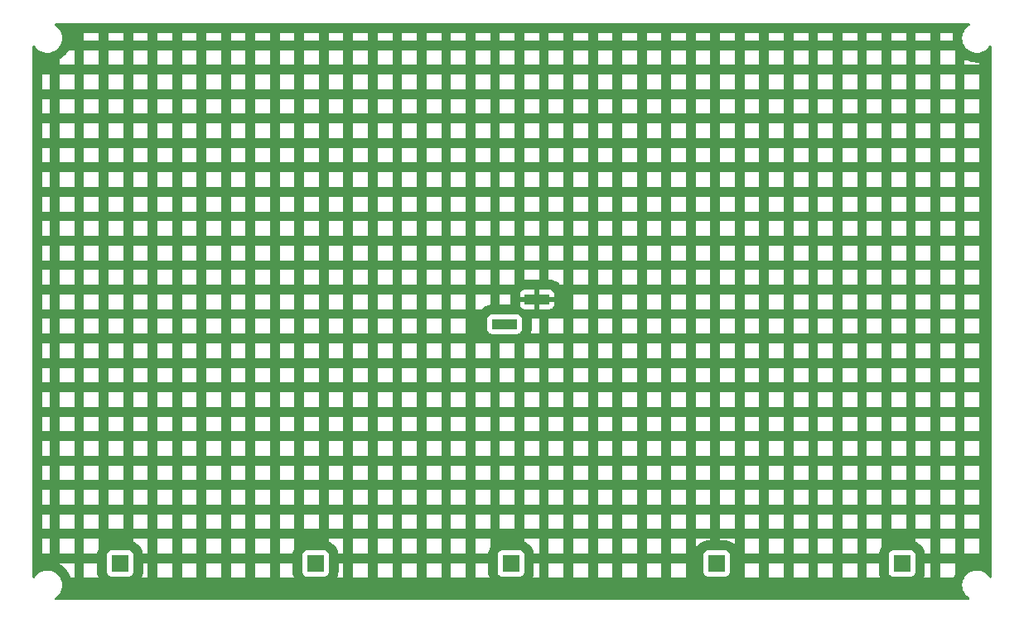
<source format=gbr>
%TF.GenerationSoftware,KiCad,Pcbnew,8.0.6*%
%TF.CreationDate,2024-11-11T19:11:30+01:00*%
%TF.ProjectId,touch-pad,746f7563-682d-4706-9164-2e6b69636164,rev?*%
%TF.SameCoordinates,Original*%
%TF.FileFunction,Copper,L2,Bot*%
%TF.FilePolarity,Positive*%
%FSLAX46Y46*%
G04 Gerber Fmt 4.6, Leading zero omitted, Abs format (unit mm)*
G04 Created by KiCad (PCBNEW 8.0.6) date 2024-11-11 19:11:30*
%MOMM*%
%LPD*%
G01*
G04 APERTURE LIST*
%TA.AperFunction,ComponentPad*%
%ADD10R,1.700000X1.700000*%
%TD*%
%TA.AperFunction,SMDPad,CuDef*%
%ADD11R,2.510000X1.000000*%
%TD*%
G04 APERTURE END LIST*
D10*
%TO.P,J1,1,Pin_1*%
%TO.N,GPIO4_T*%
X175755000Y-122540000D03*
%TD*%
%TO.P,J2,1,Pin_1*%
%TO.N,GPIO33*%
X196770000Y-122540000D03*
%TD*%
%TO.P,J3,1,Pin_1*%
%TO.N,GPIO32*%
X155777500Y-122540000D03*
%TD*%
D11*
%TO.P,J6,1,Pin_1*%
%TO.N,GND*%
X178421250Y-95510000D03*
%TO.P,J6,2*%
%TO.N,N/C*%
X175111250Y-98050000D03*
%TD*%
D10*
%TO.P,J4,1,Pin_1*%
%TO.N,GPIO27*%
X215710000Y-122540000D03*
%TD*%
%TO.P,J5,1,Pin_1*%
%TO.N,GPIO2*%
X135800000Y-122540000D03*
%TD*%
%TA.AperFunction,Conductor*%
%TO.N,GND*%
G36*
X222594024Y-67290185D02*
G01*
X222639779Y-67342989D01*
X222649723Y-67412147D01*
X222620698Y-67475703D01*
X222586003Y-67503554D01*
X222556500Y-67519519D01*
X222556494Y-67519523D01*
X222360257Y-67672261D01*
X222191833Y-67855217D01*
X222055826Y-68063393D01*
X221955936Y-68291118D01*
X221894892Y-68532175D01*
X221894890Y-68532187D01*
X221874357Y-68779994D01*
X221874357Y-68780005D01*
X221894890Y-69027812D01*
X221894892Y-69027824D01*
X221955936Y-69268881D01*
X222055826Y-69496606D01*
X222191833Y-69704782D01*
X222191836Y-69704785D01*
X222360256Y-69887738D01*
X222556491Y-70040474D01*
X222775190Y-70158828D01*
X223010386Y-70239571D01*
X223255665Y-70280500D01*
X223504335Y-70280500D01*
X223749614Y-70239571D01*
X223984810Y-70158828D01*
X224203509Y-70040474D01*
X224399744Y-69887738D01*
X224568164Y-69704785D01*
X224651691Y-69576937D01*
X224704837Y-69531580D01*
X224774069Y-69522156D01*
X224837404Y-69551658D01*
X224874736Y-69610718D01*
X224879500Y-69644758D01*
X224879500Y-123905241D01*
X224859815Y-123972280D01*
X224807011Y-124018035D01*
X224737853Y-124027979D01*
X224674297Y-123998954D01*
X224651691Y-123973063D01*
X224625337Y-123932725D01*
X224568164Y-123845215D01*
X224399744Y-123662262D01*
X224203509Y-123509526D01*
X224203507Y-123509525D01*
X224203506Y-123509524D01*
X223984811Y-123391172D01*
X223984802Y-123391169D01*
X223749616Y-123310429D01*
X223504335Y-123269500D01*
X223255665Y-123269500D01*
X223010383Y-123310429D01*
X222775197Y-123391169D01*
X222775188Y-123391172D01*
X222556493Y-123509524D01*
X222360257Y-123662261D01*
X222191833Y-123845217D01*
X222055826Y-124053393D01*
X221955936Y-124281118D01*
X221894892Y-124522175D01*
X221894890Y-124522187D01*
X221874357Y-124769994D01*
X221874357Y-124770005D01*
X221894890Y-125017812D01*
X221894892Y-125017824D01*
X221955936Y-125258881D01*
X222055826Y-125486606D01*
X222191833Y-125694782D01*
X222191836Y-125694785D01*
X222360256Y-125877738D01*
X222556491Y-126030474D01*
X222567525Y-126036445D01*
X222617115Y-126085665D01*
X222632223Y-126153881D01*
X222608053Y-126219437D01*
X222552277Y-126261518D01*
X222508507Y-126269500D01*
X129261493Y-126269500D01*
X129194454Y-126249815D01*
X129148699Y-126197011D01*
X129138755Y-126127853D01*
X129167780Y-126064297D01*
X129202473Y-126036445D01*
X129213509Y-126030474D01*
X129409744Y-125877738D01*
X129578164Y-125694785D01*
X129714173Y-125486607D01*
X129814063Y-125258881D01*
X129875108Y-125017821D01*
X129875109Y-125017812D01*
X129895643Y-124770005D01*
X129895643Y-124769994D01*
X129875109Y-124522187D01*
X129875107Y-124522175D01*
X129814063Y-124281118D01*
X129714173Y-124053393D01*
X129578166Y-123845217D01*
X129545444Y-123809672D01*
X129409744Y-123662262D01*
X129213509Y-123509526D01*
X129213507Y-123509525D01*
X129213506Y-123509524D01*
X128994811Y-123391172D01*
X128994802Y-123391169D01*
X128759616Y-123310429D01*
X128514335Y-123269500D01*
X128265665Y-123269500D01*
X128020383Y-123310429D01*
X127785197Y-123391169D01*
X127785188Y-123391172D01*
X127566493Y-123509524D01*
X127370257Y-123662261D01*
X127201836Y-123845215D01*
X127108309Y-123988369D01*
X127055162Y-124033725D01*
X126985931Y-124043149D01*
X126922595Y-124013647D01*
X126885264Y-123954587D01*
X126880500Y-123920547D01*
X126880500Y-122599337D01*
X129628500Y-122599337D01*
X129706662Y-122641637D01*
X129711122Y-122644172D01*
X129737780Y-122660058D01*
X129742130Y-122662773D01*
X129776673Y-122685344D01*
X129780903Y-122688235D01*
X129806117Y-122706239D01*
X129810221Y-122709299D01*
X130039014Y-122887375D01*
X130042996Y-122890609D01*
X130066665Y-122910657D01*
X130070506Y-122914049D01*
X130100864Y-122941997D01*
X130104560Y-122945544D01*
X130126477Y-122967461D01*
X130130026Y-122971159D01*
X130326386Y-123184462D01*
X130329777Y-123188302D01*
X130349810Y-123211954D01*
X130353040Y-123215932D01*
X130378387Y-123248496D01*
X130381452Y-123252606D01*
X130399477Y-123277851D01*
X130402370Y-123282085D01*
X130560950Y-123524812D01*
X130563663Y-123529158D01*
X130579534Y-123555792D01*
X130582067Y-123560250D01*
X130601706Y-123596540D01*
X130604051Y-123601095D01*
X130617671Y-123628954D01*
X130619827Y-123633606D01*
X130736291Y-123899116D01*
X130738252Y-123903849D01*
X130749520Y-123932725D01*
X130751284Y-123937538D01*
X130764683Y-123976567D01*
X130766246Y-123981446D01*
X130775097Y-124011173D01*
X130776458Y-124016117D01*
X130777568Y-124020500D01*
X131130500Y-124020500D01*
X132128500Y-124020500D01*
X133586071Y-124020500D01*
X138013929Y-124020500D01*
X138630500Y-124020500D01*
X139628500Y-124020500D01*
X141130500Y-124020500D01*
X142128500Y-124020500D01*
X143630500Y-124020500D01*
X144628500Y-124020500D01*
X146130500Y-124020500D01*
X147128500Y-124020500D01*
X148630500Y-124020500D01*
X149628500Y-124020500D01*
X151130500Y-124020500D01*
X152128500Y-124020500D01*
X153563571Y-124020500D01*
X157991429Y-124020500D01*
X158630500Y-124020500D01*
X159628500Y-124020500D01*
X161130500Y-124020500D01*
X162128500Y-124020500D01*
X163630500Y-124020500D01*
X164628500Y-124020500D01*
X166130500Y-124020500D01*
X167128500Y-124020500D01*
X168630500Y-124020500D01*
X169628500Y-124020500D01*
X171130500Y-124020500D01*
X172128500Y-124020500D01*
X173541071Y-124020500D01*
X177968929Y-124020500D01*
X178630500Y-124020500D01*
X179628500Y-124020500D01*
X181130500Y-124020500D01*
X182128500Y-124020500D01*
X183630500Y-124020500D01*
X184628500Y-124020500D01*
X186130500Y-124020500D01*
X187128500Y-124020500D01*
X188630500Y-124020500D01*
X189628500Y-124020500D01*
X191130500Y-124020500D01*
X192128500Y-124020500D01*
X193630500Y-124020500D01*
X199628500Y-124020500D01*
X201130500Y-124020500D01*
X202128500Y-124020500D01*
X203630500Y-124020500D01*
X204628500Y-124020500D01*
X206130500Y-124020500D01*
X207128500Y-124020500D01*
X208630500Y-124020500D01*
X209628500Y-124020500D01*
X211130500Y-124020500D01*
X212128500Y-124020500D01*
X213496071Y-124020500D01*
X217923929Y-124020500D01*
X218630500Y-124020500D01*
X219628500Y-124020500D01*
X220992432Y-124020500D01*
X220993542Y-124016117D01*
X220994903Y-124011173D01*
X221003754Y-123981446D01*
X221005317Y-123976567D01*
X221018716Y-123937538D01*
X221020480Y-123932725D01*
X221031748Y-123903849D01*
X221033709Y-123899116D01*
X221130500Y-123678454D01*
X221130500Y-122518500D01*
X219628500Y-122518500D01*
X219628500Y-124020500D01*
X218630500Y-124020500D01*
X218630500Y-122518500D01*
X218058499Y-122518500D01*
X218058500Y-123451248D01*
X218058455Y-123454572D01*
X218057916Y-123474673D01*
X218057783Y-123477993D01*
X218056351Y-123504680D01*
X218056129Y-123507989D01*
X218054519Y-123527982D01*
X218054208Y-123531285D01*
X218043038Y-123635175D01*
X218041971Y-123642843D01*
X218034064Y-123689029D01*
X218032519Y-123696619D01*
X218018174Y-123757330D01*
X218016158Y-123764809D01*
X218002550Y-123809672D01*
X218000071Y-123817012D01*
X217926413Y-124014502D01*
X217923929Y-124020500D01*
X213496071Y-124020500D01*
X213493587Y-124014502D01*
X213419931Y-123817018D01*
X213417452Y-123809679D01*
X213403847Y-123764828D01*
X213401832Y-123757352D01*
X213387484Y-123696637D01*
X213385939Y-123689045D01*
X213378028Y-123642840D01*
X213376959Y-123635167D01*
X213365788Y-123531245D01*
X213365477Y-123527936D01*
X213363865Y-123507899D01*
X213363643Y-123504587D01*
X213362214Y-123477905D01*
X213362081Y-123474587D01*
X213361545Y-123454536D01*
X213361501Y-123451222D01*
X213361500Y-122518500D01*
X212128500Y-122518500D01*
X212128500Y-124020500D01*
X211130500Y-124020500D01*
X211130500Y-122518500D01*
X209628500Y-122518500D01*
X209628500Y-124020500D01*
X208630500Y-124020500D01*
X208630500Y-122518500D01*
X207128500Y-122518500D01*
X207128500Y-124020500D01*
X206130500Y-124020500D01*
X206130500Y-122518500D01*
X204628500Y-122518500D01*
X204628500Y-124020500D01*
X203630500Y-124020500D01*
X203630500Y-122518500D01*
X202128500Y-122518500D01*
X202128500Y-124020500D01*
X201130500Y-124020500D01*
X201130500Y-122518500D01*
X199628500Y-122518500D01*
X199628500Y-124020500D01*
X193630500Y-124020500D01*
X193630500Y-122518500D01*
X192128500Y-122518500D01*
X192128500Y-124020500D01*
X191130500Y-124020500D01*
X191130500Y-122518500D01*
X189628500Y-122518500D01*
X189628500Y-124020500D01*
X188630500Y-124020500D01*
X188630500Y-122518500D01*
X187128500Y-122518500D01*
X187128500Y-124020500D01*
X186130500Y-124020500D01*
X186130500Y-122518500D01*
X184628500Y-122518500D01*
X184628500Y-124020500D01*
X183630500Y-124020500D01*
X183630500Y-122518500D01*
X182128500Y-122518500D01*
X182128500Y-124020500D01*
X181130500Y-124020500D01*
X181130500Y-122518500D01*
X179628500Y-122518500D01*
X179628500Y-124020500D01*
X178630500Y-124020500D01*
X178630500Y-122518500D01*
X178103499Y-122518500D01*
X178103500Y-123451248D01*
X178103455Y-123454572D01*
X178102916Y-123474673D01*
X178102783Y-123477993D01*
X178101351Y-123504680D01*
X178101129Y-123507989D01*
X178099519Y-123527982D01*
X178099208Y-123531285D01*
X178088038Y-123635175D01*
X178086971Y-123642843D01*
X178079064Y-123689029D01*
X178077519Y-123696619D01*
X178063174Y-123757330D01*
X178061158Y-123764809D01*
X178047550Y-123809672D01*
X178045071Y-123817012D01*
X177971413Y-124014502D01*
X177968929Y-124020500D01*
X173541071Y-124020500D01*
X173538587Y-124014502D01*
X173464931Y-123817018D01*
X173462452Y-123809679D01*
X173448847Y-123764828D01*
X173446832Y-123757352D01*
X173432484Y-123696637D01*
X173430939Y-123689045D01*
X173423028Y-123642840D01*
X173421959Y-123635167D01*
X173410788Y-123531245D01*
X173410477Y-123527936D01*
X173408865Y-123507899D01*
X173408643Y-123504587D01*
X173407214Y-123477905D01*
X173407081Y-123474587D01*
X173406545Y-123454536D01*
X173406501Y-123451222D01*
X173406500Y-122518500D01*
X172128500Y-122518500D01*
X172128500Y-124020500D01*
X171130500Y-124020500D01*
X171130500Y-122518500D01*
X169628500Y-122518500D01*
X169628500Y-124020500D01*
X168630500Y-124020500D01*
X168630500Y-122518500D01*
X167128500Y-122518500D01*
X167128500Y-124020500D01*
X166130500Y-124020500D01*
X166130500Y-122518500D01*
X164628500Y-122518500D01*
X164628500Y-124020500D01*
X163630500Y-124020500D01*
X163630500Y-122518500D01*
X162128500Y-122518500D01*
X162128500Y-124020500D01*
X161130500Y-124020500D01*
X161130500Y-122518500D01*
X159628500Y-122518500D01*
X159628500Y-124020500D01*
X158630500Y-124020500D01*
X158630500Y-122518500D01*
X158125999Y-122518500D01*
X158126000Y-123451248D01*
X158125955Y-123454572D01*
X158125416Y-123474673D01*
X158125283Y-123477993D01*
X158123851Y-123504680D01*
X158123629Y-123507989D01*
X158122019Y-123527982D01*
X158121708Y-123531285D01*
X158110538Y-123635175D01*
X158109471Y-123642843D01*
X158101564Y-123689029D01*
X158100019Y-123696619D01*
X158085674Y-123757330D01*
X158083658Y-123764809D01*
X158070050Y-123809672D01*
X158067571Y-123817012D01*
X157993913Y-124014502D01*
X157991429Y-124020500D01*
X153563571Y-124020500D01*
X153561087Y-124014502D01*
X153487431Y-123817018D01*
X153484952Y-123809679D01*
X153471347Y-123764828D01*
X153469332Y-123757352D01*
X153454984Y-123696637D01*
X153453439Y-123689045D01*
X153445528Y-123642840D01*
X153444459Y-123635167D01*
X153433288Y-123531245D01*
X153432977Y-123527936D01*
X153431365Y-123507899D01*
X153431143Y-123504587D01*
X153429714Y-123477905D01*
X153429581Y-123474587D01*
X153429045Y-123454536D01*
X153429001Y-123451222D01*
X153429000Y-122518500D01*
X152128500Y-122518500D01*
X152128500Y-124020500D01*
X151130500Y-124020500D01*
X151130500Y-122518500D01*
X149628500Y-122518500D01*
X149628500Y-124020500D01*
X148630500Y-124020500D01*
X148630500Y-122518500D01*
X147128500Y-122518500D01*
X147128500Y-124020500D01*
X146130500Y-124020500D01*
X146130500Y-122518500D01*
X144628500Y-122518500D01*
X144628500Y-124020500D01*
X143630500Y-124020500D01*
X143630500Y-122518500D01*
X142128500Y-122518500D01*
X142128500Y-124020500D01*
X141130500Y-124020500D01*
X141130500Y-122518500D01*
X139628500Y-122518500D01*
X139628500Y-124020500D01*
X138630500Y-124020500D01*
X138630500Y-122518500D01*
X138148499Y-122518500D01*
X138148500Y-123451248D01*
X138148455Y-123454572D01*
X138147916Y-123474673D01*
X138147783Y-123477993D01*
X138146351Y-123504680D01*
X138146129Y-123507989D01*
X138144519Y-123527982D01*
X138144208Y-123531285D01*
X138133038Y-123635175D01*
X138131971Y-123642843D01*
X138124064Y-123689029D01*
X138122519Y-123696619D01*
X138108174Y-123757330D01*
X138106158Y-123764809D01*
X138092550Y-123809672D01*
X138090071Y-123817012D01*
X138016413Y-124014502D01*
X138013929Y-124020500D01*
X133586071Y-124020500D01*
X133583587Y-124014502D01*
X133509931Y-123817018D01*
X133507452Y-123809679D01*
X133493847Y-123764828D01*
X133491832Y-123757352D01*
X133477484Y-123696637D01*
X133475939Y-123689045D01*
X133468028Y-123642840D01*
X133466959Y-123635167D01*
X133455788Y-123531245D01*
X133455477Y-123527936D01*
X133453865Y-123507899D01*
X133453643Y-123504587D01*
X133452214Y-123477905D01*
X133452081Y-123474587D01*
X133451545Y-123454536D01*
X133451501Y-123451222D01*
X133451500Y-122518500D01*
X132128500Y-122518500D01*
X132128500Y-124020500D01*
X131130500Y-124020500D01*
X131130500Y-122518500D01*
X129628500Y-122518500D01*
X129628500Y-122599337D01*
X126880500Y-122599337D01*
X126880500Y-121642135D01*
X134449500Y-121642135D01*
X134449500Y-123437870D01*
X134449501Y-123437876D01*
X134455908Y-123497483D01*
X134506202Y-123632328D01*
X134506206Y-123632335D01*
X134592452Y-123747544D01*
X134592455Y-123747547D01*
X134707664Y-123833793D01*
X134707671Y-123833797D01*
X134842517Y-123884091D01*
X134842516Y-123884091D01*
X134849444Y-123884835D01*
X134902127Y-123890500D01*
X136697872Y-123890499D01*
X136757483Y-123884091D01*
X136892331Y-123833796D01*
X137007546Y-123747546D01*
X137093796Y-123632331D01*
X137144091Y-123497483D01*
X137150500Y-123437873D01*
X137150499Y-121642135D01*
X154427000Y-121642135D01*
X154427000Y-123437870D01*
X154427001Y-123437876D01*
X154433408Y-123497483D01*
X154483702Y-123632328D01*
X154483706Y-123632335D01*
X154569952Y-123747544D01*
X154569955Y-123747547D01*
X154685164Y-123833793D01*
X154685171Y-123833797D01*
X154820017Y-123884091D01*
X154820016Y-123884091D01*
X154826944Y-123884835D01*
X154879627Y-123890500D01*
X156675372Y-123890499D01*
X156734983Y-123884091D01*
X156869831Y-123833796D01*
X156985046Y-123747546D01*
X157071296Y-123632331D01*
X157121591Y-123497483D01*
X157128000Y-123437873D01*
X157127999Y-121642135D01*
X174404500Y-121642135D01*
X174404500Y-123437870D01*
X174404501Y-123437876D01*
X174410908Y-123497483D01*
X174461202Y-123632328D01*
X174461206Y-123632335D01*
X174547452Y-123747544D01*
X174547455Y-123747547D01*
X174662664Y-123833793D01*
X174662671Y-123833797D01*
X174797517Y-123884091D01*
X174797516Y-123884091D01*
X174804444Y-123884835D01*
X174857127Y-123890500D01*
X176652872Y-123890499D01*
X176712483Y-123884091D01*
X176847331Y-123833796D01*
X176962546Y-123747546D01*
X177048796Y-123632331D01*
X177099091Y-123497483D01*
X177105500Y-123437873D01*
X177105499Y-121642135D01*
X195419500Y-121642135D01*
X195419500Y-123437870D01*
X195419501Y-123437876D01*
X195425908Y-123497483D01*
X195476202Y-123632328D01*
X195476206Y-123632335D01*
X195562452Y-123747544D01*
X195562455Y-123747547D01*
X195677664Y-123833793D01*
X195677671Y-123833797D01*
X195812517Y-123884091D01*
X195812516Y-123884091D01*
X195819444Y-123884835D01*
X195872127Y-123890500D01*
X197667872Y-123890499D01*
X197727483Y-123884091D01*
X197862331Y-123833796D01*
X197977546Y-123747546D01*
X198063796Y-123632331D01*
X198114091Y-123497483D01*
X198120500Y-123437873D01*
X198120499Y-121642135D01*
X214359500Y-121642135D01*
X214359500Y-123437870D01*
X214359501Y-123437876D01*
X214365908Y-123497483D01*
X214416202Y-123632328D01*
X214416206Y-123632335D01*
X214502452Y-123747544D01*
X214502455Y-123747547D01*
X214617664Y-123833793D01*
X214617671Y-123833797D01*
X214752517Y-123884091D01*
X214752516Y-123884091D01*
X214759444Y-123884835D01*
X214812127Y-123890500D01*
X216607872Y-123890499D01*
X216667483Y-123884091D01*
X216802331Y-123833796D01*
X216917546Y-123747546D01*
X217003796Y-123632331D01*
X217054091Y-123497483D01*
X217060500Y-123437873D01*
X217060499Y-121642128D01*
X217054091Y-121582517D01*
X217003796Y-121447669D01*
X217003795Y-121447668D01*
X217003793Y-121447664D01*
X216917547Y-121332455D01*
X216917544Y-121332452D01*
X216802335Y-121246206D01*
X216802328Y-121246202D01*
X216667482Y-121195908D01*
X216667483Y-121195908D01*
X216607883Y-121189501D01*
X216607881Y-121189500D01*
X216607873Y-121189500D01*
X216607864Y-121189500D01*
X214812129Y-121189500D01*
X214812123Y-121189501D01*
X214752516Y-121195908D01*
X214617671Y-121246202D01*
X214617664Y-121246206D01*
X214502455Y-121332452D01*
X214502452Y-121332455D01*
X214416206Y-121447664D01*
X214416202Y-121447671D01*
X214365908Y-121582517D01*
X214359501Y-121642116D01*
X214359501Y-121642123D01*
X214359500Y-121642135D01*
X198120499Y-121642135D01*
X198120499Y-121642128D01*
X198114091Y-121582517D01*
X198090960Y-121520500D01*
X199628500Y-121520500D01*
X201130500Y-121520500D01*
X202128500Y-121520500D01*
X203630500Y-121520500D01*
X204628500Y-121520500D01*
X206130500Y-121520500D01*
X207128500Y-121520500D01*
X208630500Y-121520500D01*
X209628500Y-121520500D01*
X211130500Y-121520500D01*
X212128500Y-121520500D01*
X213368826Y-121520500D01*
X213376962Y-121444825D01*
X213378029Y-121437157D01*
X213385936Y-121390971D01*
X213387481Y-121383381D01*
X213401826Y-121322670D01*
X213403842Y-121315191D01*
X213417450Y-121270328D01*
X213419929Y-121262988D01*
X213493587Y-121065498D01*
X213496975Y-121057318D01*
X213519233Y-121008581D01*
X213523195Y-121000667D01*
X213557372Y-120938077D01*
X213561890Y-120930463D01*
X213590854Y-120885396D01*
X213595901Y-120878126D01*
X213630500Y-120831907D01*
X213630500Y-120302699D01*
X217128500Y-120302699D01*
X217184502Y-120323587D01*
X217192682Y-120326975D01*
X217241419Y-120349233D01*
X217249333Y-120353195D01*
X217311923Y-120387372D01*
X217319537Y-120391890D01*
X217364604Y-120420854D01*
X217371874Y-120425902D01*
X217544173Y-120554886D01*
X217551064Y-120560439D01*
X217591549Y-120595519D01*
X217598028Y-120601551D01*
X217648449Y-120651972D01*
X217654481Y-120658451D01*
X217689561Y-120698936D01*
X217695114Y-120705827D01*
X217824098Y-120878126D01*
X217829146Y-120885396D01*
X217858110Y-120930463D01*
X217862628Y-120938077D01*
X217896805Y-121000667D01*
X217900767Y-121008581D01*
X217923025Y-121057318D01*
X217926413Y-121065498D01*
X218000069Y-121262982D01*
X218002548Y-121270321D01*
X218016153Y-121315172D01*
X218018168Y-121322648D01*
X218032516Y-121383363D01*
X218034061Y-121390955D01*
X218041972Y-121437160D01*
X218043041Y-121444833D01*
X218051175Y-121520500D01*
X218630500Y-121520500D01*
X219628500Y-121520500D01*
X221130500Y-121520500D01*
X222128500Y-121520500D01*
X223630500Y-121520500D01*
X223630500Y-120018500D01*
X222128500Y-120018500D01*
X222128500Y-121520500D01*
X221130500Y-121520500D01*
X221130500Y-120018500D01*
X219628500Y-120018500D01*
X219628500Y-121520500D01*
X218630500Y-121520500D01*
X218630500Y-120018500D01*
X217128500Y-120018500D01*
X217128500Y-120302699D01*
X213630500Y-120302699D01*
X213630500Y-120018500D01*
X212128500Y-120018500D01*
X212128500Y-121520500D01*
X211130500Y-121520500D01*
X211130500Y-120018500D01*
X209628500Y-120018500D01*
X209628500Y-121520500D01*
X208630500Y-121520500D01*
X208630500Y-120018500D01*
X207128500Y-120018500D01*
X207128500Y-121520500D01*
X206130500Y-121520500D01*
X206130500Y-120018500D01*
X204628500Y-120018500D01*
X204628500Y-121520500D01*
X203630500Y-121520500D01*
X203630500Y-120018500D01*
X202128500Y-120018500D01*
X202128500Y-121520500D01*
X201130500Y-121520500D01*
X201130500Y-120018500D01*
X199628500Y-120018500D01*
X199628500Y-121520500D01*
X198090960Y-121520500D01*
X198063796Y-121447669D01*
X198063795Y-121447668D01*
X198063793Y-121447664D01*
X197977547Y-121332455D01*
X197977544Y-121332452D01*
X197862335Y-121246206D01*
X197862328Y-121246202D01*
X197727482Y-121195908D01*
X197727483Y-121195908D01*
X197667883Y-121189501D01*
X197667881Y-121189500D01*
X197667873Y-121189500D01*
X197667864Y-121189500D01*
X195872129Y-121189500D01*
X195872123Y-121189501D01*
X195812516Y-121195908D01*
X195677671Y-121246202D01*
X195677664Y-121246206D01*
X195562455Y-121332452D01*
X195562452Y-121332455D01*
X195476206Y-121447664D01*
X195476202Y-121447671D01*
X195425908Y-121582517D01*
X195419501Y-121642116D01*
X195419501Y-121642123D01*
X195419500Y-121642135D01*
X177105499Y-121642135D01*
X177105499Y-121642128D01*
X177099091Y-121582517D01*
X177048796Y-121447669D01*
X177048795Y-121447668D01*
X177048793Y-121447664D01*
X176962547Y-121332455D01*
X176962544Y-121332452D01*
X176847335Y-121246206D01*
X176847328Y-121246202D01*
X176712482Y-121195908D01*
X176712483Y-121195908D01*
X176652883Y-121189501D01*
X176652881Y-121189500D01*
X176652873Y-121189500D01*
X176652864Y-121189500D01*
X174857129Y-121189500D01*
X174857123Y-121189501D01*
X174797516Y-121195908D01*
X174662671Y-121246202D01*
X174662664Y-121246206D01*
X174547455Y-121332452D01*
X174547452Y-121332455D01*
X174461206Y-121447664D01*
X174461202Y-121447671D01*
X174410908Y-121582517D01*
X174404501Y-121642116D01*
X174404501Y-121642123D01*
X174404500Y-121642135D01*
X157127999Y-121642135D01*
X157127999Y-121642128D01*
X157121591Y-121582517D01*
X157071296Y-121447669D01*
X157071295Y-121447668D01*
X157071293Y-121447664D01*
X156985047Y-121332455D01*
X156985044Y-121332452D01*
X156869835Y-121246206D01*
X156869828Y-121246202D01*
X156734982Y-121195908D01*
X156734983Y-121195908D01*
X156675383Y-121189501D01*
X156675381Y-121189500D01*
X156675373Y-121189500D01*
X156675364Y-121189500D01*
X154879629Y-121189500D01*
X154879623Y-121189501D01*
X154820016Y-121195908D01*
X154685171Y-121246202D01*
X154685164Y-121246206D01*
X154569955Y-121332452D01*
X154569952Y-121332455D01*
X154483706Y-121447664D01*
X154483702Y-121447671D01*
X154433408Y-121582517D01*
X154427001Y-121642116D01*
X154427001Y-121642123D01*
X154427000Y-121642135D01*
X137150499Y-121642135D01*
X137150499Y-121642128D01*
X137144091Y-121582517D01*
X137093796Y-121447669D01*
X137093795Y-121447668D01*
X137093793Y-121447664D01*
X137007547Y-121332455D01*
X137007544Y-121332452D01*
X136892335Y-121246206D01*
X136892328Y-121246202D01*
X136757482Y-121195908D01*
X136757483Y-121195908D01*
X136697883Y-121189501D01*
X136697881Y-121189500D01*
X136697873Y-121189500D01*
X136697864Y-121189500D01*
X134902129Y-121189500D01*
X134902123Y-121189501D01*
X134842516Y-121195908D01*
X134707671Y-121246202D01*
X134707664Y-121246206D01*
X134592455Y-121332452D01*
X134592452Y-121332455D01*
X134506206Y-121447664D01*
X134506202Y-121447671D01*
X134455908Y-121582517D01*
X134449501Y-121642116D01*
X134449501Y-121642123D01*
X134449500Y-121642135D01*
X126880500Y-121642135D01*
X126880500Y-121520500D01*
X127878500Y-121520500D01*
X128630500Y-121520500D01*
X129628500Y-121520500D01*
X131130500Y-121520500D01*
X132128500Y-121520500D01*
X133458826Y-121520500D01*
X133466962Y-121444825D01*
X133468029Y-121437157D01*
X133475936Y-121390971D01*
X133477481Y-121383381D01*
X133491826Y-121322670D01*
X133493842Y-121315191D01*
X133507450Y-121270328D01*
X133509929Y-121262988D01*
X133583587Y-121065498D01*
X133586975Y-121057318D01*
X133609233Y-121008581D01*
X133613195Y-121000667D01*
X133630500Y-120968975D01*
X133630500Y-120269132D01*
X137128500Y-120269132D01*
X137274502Y-120323587D01*
X137282682Y-120326975D01*
X137331419Y-120349233D01*
X137339333Y-120353195D01*
X137401923Y-120387372D01*
X137409537Y-120391890D01*
X137454604Y-120420854D01*
X137461874Y-120425902D01*
X137634173Y-120554886D01*
X137641064Y-120560439D01*
X137681549Y-120595519D01*
X137688028Y-120601551D01*
X137738449Y-120651972D01*
X137744481Y-120658451D01*
X137779561Y-120698936D01*
X137785114Y-120705827D01*
X137914098Y-120878126D01*
X137919146Y-120885396D01*
X137948110Y-120930463D01*
X137952628Y-120938077D01*
X137986805Y-121000667D01*
X137990767Y-121008581D01*
X138013025Y-121057318D01*
X138016413Y-121065498D01*
X138090069Y-121262982D01*
X138092548Y-121270321D01*
X138106153Y-121315172D01*
X138108168Y-121322648D01*
X138122516Y-121383363D01*
X138124061Y-121390955D01*
X138131972Y-121437160D01*
X138133041Y-121444833D01*
X138141175Y-121520500D01*
X138630500Y-121520500D01*
X139628500Y-121520500D01*
X141130500Y-121520500D01*
X142128500Y-121520500D01*
X143630500Y-121520500D01*
X144628500Y-121520500D01*
X146130500Y-121520500D01*
X147128500Y-121520500D01*
X148630500Y-121520500D01*
X149628500Y-121520500D01*
X151130500Y-121520500D01*
X152128500Y-121520500D01*
X153436326Y-121520500D01*
X153444462Y-121444825D01*
X153445529Y-121437157D01*
X153453436Y-121390971D01*
X153454981Y-121383381D01*
X153469326Y-121322670D01*
X153471342Y-121315191D01*
X153484950Y-121270328D01*
X153487429Y-121262988D01*
X153561087Y-121065498D01*
X153564475Y-121057318D01*
X153586733Y-121008581D01*
X153590695Y-121000667D01*
X153624872Y-120938077D01*
X153629390Y-120930463D01*
X153630500Y-120928735D01*
X153630500Y-120277524D01*
X157128500Y-120277524D01*
X157252002Y-120323587D01*
X157260182Y-120326975D01*
X157308919Y-120349233D01*
X157316833Y-120353195D01*
X157379423Y-120387372D01*
X157387037Y-120391890D01*
X157432104Y-120420854D01*
X157439374Y-120425902D01*
X157611673Y-120554886D01*
X157618564Y-120560439D01*
X157659049Y-120595519D01*
X157665528Y-120601551D01*
X157715949Y-120651972D01*
X157721981Y-120658451D01*
X157757061Y-120698936D01*
X157762614Y-120705827D01*
X157891598Y-120878126D01*
X157896646Y-120885396D01*
X157925610Y-120930463D01*
X157930128Y-120938077D01*
X157964305Y-121000667D01*
X157968267Y-121008581D01*
X157990525Y-121057318D01*
X157993913Y-121065498D01*
X158067569Y-121262982D01*
X158070048Y-121270321D01*
X158083653Y-121315172D01*
X158085668Y-121322648D01*
X158100016Y-121383363D01*
X158101561Y-121390955D01*
X158109472Y-121437160D01*
X158110541Y-121444833D01*
X158118675Y-121520500D01*
X158630500Y-121520500D01*
X159628500Y-121520500D01*
X161130500Y-121520500D01*
X162128500Y-121520500D01*
X163630500Y-121520500D01*
X164628500Y-121520500D01*
X166130500Y-121520500D01*
X167128500Y-121520500D01*
X168630500Y-121520500D01*
X169628500Y-121520500D01*
X171130500Y-121520500D01*
X172128500Y-121520500D01*
X173413826Y-121520500D01*
X173421962Y-121444825D01*
X173423029Y-121437157D01*
X173430936Y-121390971D01*
X173432481Y-121383381D01*
X173446826Y-121322670D01*
X173448842Y-121315191D01*
X173462450Y-121270328D01*
X173464929Y-121262988D01*
X173538587Y-121065498D01*
X173541975Y-121057318D01*
X173564233Y-121008581D01*
X173568195Y-121000667D01*
X173602372Y-120938077D01*
X173606890Y-120930463D01*
X173630500Y-120893726D01*
X173630500Y-120285915D01*
X177128500Y-120285915D01*
X177229502Y-120323587D01*
X177237682Y-120326975D01*
X177286419Y-120349233D01*
X177294333Y-120353195D01*
X177356923Y-120387372D01*
X177364537Y-120391890D01*
X177409604Y-120420854D01*
X177416874Y-120425902D01*
X177589173Y-120554886D01*
X177596064Y-120560439D01*
X177636549Y-120595519D01*
X177643028Y-120601551D01*
X177693449Y-120651972D01*
X177699481Y-120658451D01*
X177734561Y-120698936D01*
X177740114Y-120705827D01*
X177869098Y-120878126D01*
X177874146Y-120885396D01*
X177903110Y-120930463D01*
X177907628Y-120938077D01*
X177941805Y-121000667D01*
X177945767Y-121008581D01*
X177968025Y-121057318D01*
X177971413Y-121065498D01*
X178045069Y-121262982D01*
X178047548Y-121270321D01*
X178061153Y-121315172D01*
X178063168Y-121322648D01*
X178077516Y-121383363D01*
X178079061Y-121390955D01*
X178086972Y-121437160D01*
X178088041Y-121444833D01*
X178096175Y-121520500D01*
X178630500Y-121520500D01*
X179628500Y-121520500D01*
X181130500Y-121520500D01*
X182128500Y-121520500D01*
X183630500Y-121520500D01*
X184628500Y-121520500D01*
X186130500Y-121520500D01*
X187128500Y-121520500D01*
X188630500Y-121520500D01*
X189628500Y-121520500D01*
X191130500Y-121520500D01*
X192128500Y-121520500D01*
X193630500Y-121520500D01*
X193630500Y-120920178D01*
X194628500Y-120920178D01*
X194650854Y-120885396D01*
X194655902Y-120878126D01*
X194784886Y-120705827D01*
X194790439Y-120698936D01*
X194825519Y-120658451D01*
X194831551Y-120651972D01*
X194881972Y-120601551D01*
X194888451Y-120595519D01*
X194928936Y-120560439D01*
X194935827Y-120554886D01*
X195108126Y-120425902D01*
X195115396Y-120420854D01*
X195160463Y-120391890D01*
X195168077Y-120387372D01*
X195230667Y-120353195D01*
X195238581Y-120349233D01*
X195287318Y-120326975D01*
X195295498Y-120323587D01*
X195492982Y-120249931D01*
X195500321Y-120247452D01*
X195545172Y-120233847D01*
X195552648Y-120231832D01*
X195613363Y-120217484D01*
X195620955Y-120215939D01*
X195667160Y-120208028D01*
X195674833Y-120206959D01*
X195778755Y-120195788D01*
X195782064Y-120195477D01*
X195802101Y-120193865D01*
X195805413Y-120193643D01*
X195832095Y-120192214D01*
X195835413Y-120192081D01*
X195855464Y-120191545D01*
X195858778Y-120191501D01*
X196130500Y-120191500D01*
X197128500Y-120191500D01*
X197681248Y-120191500D01*
X197684572Y-120191545D01*
X197704673Y-120192084D01*
X197707993Y-120192217D01*
X197734680Y-120193649D01*
X197737989Y-120193871D01*
X197757982Y-120195481D01*
X197761285Y-120195792D01*
X197865175Y-120206962D01*
X197872843Y-120208029D01*
X197919029Y-120215936D01*
X197926619Y-120217481D01*
X197987330Y-120231826D01*
X197994809Y-120233842D01*
X198039672Y-120247450D01*
X198047012Y-120249929D01*
X198244502Y-120323587D01*
X198252682Y-120326975D01*
X198301419Y-120349233D01*
X198309333Y-120353195D01*
X198371923Y-120387372D01*
X198379537Y-120391890D01*
X198424604Y-120420854D01*
X198431874Y-120425902D01*
X198604173Y-120554886D01*
X198611064Y-120560439D01*
X198630500Y-120577280D01*
X198630500Y-120018500D01*
X197128500Y-120018500D01*
X197128500Y-120191500D01*
X196130500Y-120191500D01*
X196130500Y-120018500D01*
X194628500Y-120018500D01*
X194628500Y-120920178D01*
X193630500Y-120920178D01*
X193630500Y-120018500D01*
X192128500Y-120018500D01*
X192128500Y-121520500D01*
X191130500Y-121520500D01*
X191130500Y-120018500D01*
X189628500Y-120018500D01*
X189628500Y-121520500D01*
X188630500Y-121520500D01*
X188630500Y-120018500D01*
X187128500Y-120018500D01*
X187128500Y-121520500D01*
X186130500Y-121520500D01*
X186130500Y-120018500D01*
X184628500Y-120018500D01*
X184628500Y-121520500D01*
X183630500Y-121520500D01*
X183630500Y-120018500D01*
X182128500Y-120018500D01*
X182128500Y-121520500D01*
X181130500Y-121520500D01*
X181130500Y-120018500D01*
X179628500Y-120018500D01*
X179628500Y-121520500D01*
X178630500Y-121520500D01*
X178630500Y-120018500D01*
X177128500Y-120018500D01*
X177128500Y-120285915D01*
X173630500Y-120285915D01*
X173630500Y-120018500D01*
X172128500Y-120018500D01*
X172128500Y-121520500D01*
X171130500Y-121520500D01*
X171130500Y-120018500D01*
X169628500Y-120018500D01*
X169628500Y-121520500D01*
X168630500Y-121520500D01*
X168630500Y-120018500D01*
X167128500Y-120018500D01*
X167128500Y-121520500D01*
X166130500Y-121520500D01*
X166130500Y-120018500D01*
X164628500Y-120018500D01*
X164628500Y-121520500D01*
X163630500Y-121520500D01*
X163630500Y-120018500D01*
X162128500Y-120018500D01*
X162128500Y-121520500D01*
X161130500Y-121520500D01*
X161130500Y-120018500D01*
X159628500Y-120018500D01*
X159628500Y-121520500D01*
X158630500Y-121520500D01*
X158630500Y-120018500D01*
X157128500Y-120018500D01*
X157128500Y-120277524D01*
X153630500Y-120277524D01*
X153630500Y-120018500D01*
X152128500Y-120018500D01*
X152128500Y-121520500D01*
X151130500Y-121520500D01*
X151130500Y-120018500D01*
X149628500Y-120018500D01*
X149628500Y-121520500D01*
X148630500Y-121520500D01*
X148630500Y-120018500D01*
X147128500Y-120018500D01*
X147128500Y-121520500D01*
X146130500Y-121520500D01*
X146130500Y-120018500D01*
X144628500Y-120018500D01*
X144628500Y-121520500D01*
X143630500Y-121520500D01*
X143630500Y-120018500D01*
X142128500Y-120018500D01*
X142128500Y-121520500D01*
X141130500Y-121520500D01*
X141130500Y-120018500D01*
X139628500Y-120018500D01*
X139628500Y-121520500D01*
X138630500Y-121520500D01*
X138630500Y-120018500D01*
X137128500Y-120018500D01*
X137128500Y-120269132D01*
X133630500Y-120269132D01*
X133630500Y-120018500D01*
X132128500Y-120018500D01*
X132128500Y-121520500D01*
X131130500Y-121520500D01*
X131130500Y-120018500D01*
X129628500Y-120018500D01*
X129628500Y-121520500D01*
X128630500Y-121520500D01*
X128630500Y-120018500D01*
X127878500Y-120018500D01*
X127878500Y-121520500D01*
X126880500Y-121520500D01*
X126880500Y-119020500D01*
X127878500Y-119020500D01*
X128630500Y-119020500D01*
X129628500Y-119020500D01*
X131130500Y-119020500D01*
X132128500Y-119020500D01*
X133630500Y-119020500D01*
X134628500Y-119020500D01*
X136130500Y-119020500D01*
X137128500Y-119020500D01*
X138630500Y-119020500D01*
X139628500Y-119020500D01*
X141130500Y-119020500D01*
X142128500Y-119020500D01*
X143630500Y-119020500D01*
X144628500Y-119020500D01*
X146130500Y-119020500D01*
X147128500Y-119020500D01*
X148630500Y-119020500D01*
X149628500Y-119020500D01*
X151130500Y-119020500D01*
X152128500Y-119020500D01*
X153630500Y-119020500D01*
X154628500Y-119020500D01*
X156130500Y-119020500D01*
X157128500Y-119020500D01*
X158630500Y-119020500D01*
X159628500Y-119020500D01*
X161130500Y-119020500D01*
X162128500Y-119020500D01*
X163630500Y-119020500D01*
X164628500Y-119020500D01*
X166130500Y-119020500D01*
X167128500Y-119020500D01*
X168630500Y-119020500D01*
X169628500Y-119020500D01*
X171130500Y-119020500D01*
X172128500Y-119020500D01*
X173630500Y-119020500D01*
X174628500Y-119020500D01*
X176130500Y-119020500D01*
X177128500Y-119020500D01*
X178630500Y-119020500D01*
X179628500Y-119020500D01*
X181130500Y-119020500D01*
X182128500Y-119020500D01*
X183630500Y-119020500D01*
X184628500Y-119020500D01*
X186130500Y-119020500D01*
X187128500Y-119020500D01*
X188630500Y-119020500D01*
X189628500Y-119020500D01*
X191130500Y-119020500D01*
X192128500Y-119020500D01*
X193630500Y-119020500D01*
X194628500Y-119020500D01*
X196130500Y-119020500D01*
X197128500Y-119020500D01*
X198630500Y-119020500D01*
X199628500Y-119020500D01*
X201130500Y-119020500D01*
X202128500Y-119020500D01*
X203630500Y-119020500D01*
X204628500Y-119020500D01*
X206130500Y-119020500D01*
X207128500Y-119020500D01*
X208630500Y-119020500D01*
X209628500Y-119020500D01*
X211130500Y-119020500D01*
X212128500Y-119020500D01*
X213630500Y-119020500D01*
X214628500Y-119020500D01*
X216130500Y-119020500D01*
X217128500Y-119020500D01*
X218630500Y-119020500D01*
X219628500Y-119020500D01*
X221130500Y-119020500D01*
X222128500Y-119020500D01*
X223630500Y-119020500D01*
X223630500Y-117518500D01*
X222128500Y-117518500D01*
X222128500Y-119020500D01*
X221130500Y-119020500D01*
X221130500Y-117518500D01*
X219628500Y-117518500D01*
X219628500Y-119020500D01*
X218630500Y-119020500D01*
X218630500Y-117518500D01*
X217128500Y-117518500D01*
X217128500Y-119020500D01*
X216130500Y-119020500D01*
X216130500Y-117518500D01*
X214628500Y-117518500D01*
X214628500Y-119020500D01*
X213630500Y-119020500D01*
X213630500Y-117518500D01*
X212128500Y-117518500D01*
X212128500Y-119020500D01*
X211130500Y-119020500D01*
X211130500Y-117518500D01*
X209628500Y-117518500D01*
X209628500Y-119020500D01*
X208630500Y-119020500D01*
X208630500Y-117518500D01*
X207128500Y-117518500D01*
X207128500Y-119020500D01*
X206130500Y-119020500D01*
X206130500Y-117518500D01*
X204628500Y-117518500D01*
X204628500Y-119020500D01*
X203630500Y-119020500D01*
X203630500Y-117518500D01*
X202128500Y-117518500D01*
X202128500Y-119020500D01*
X201130500Y-119020500D01*
X201130500Y-117518500D01*
X199628500Y-117518500D01*
X199628500Y-119020500D01*
X198630500Y-119020500D01*
X198630500Y-117518500D01*
X197128500Y-117518500D01*
X197128500Y-119020500D01*
X196130500Y-119020500D01*
X196130500Y-117518500D01*
X194628500Y-117518500D01*
X194628500Y-119020500D01*
X193630500Y-119020500D01*
X193630500Y-117518500D01*
X192128500Y-117518500D01*
X192128500Y-119020500D01*
X191130500Y-119020500D01*
X191130500Y-117518500D01*
X189628500Y-117518500D01*
X189628500Y-119020500D01*
X188630500Y-119020500D01*
X188630500Y-117518500D01*
X187128500Y-117518500D01*
X187128500Y-119020500D01*
X186130500Y-119020500D01*
X186130500Y-117518500D01*
X184628500Y-117518500D01*
X184628500Y-119020500D01*
X183630500Y-119020500D01*
X183630500Y-117518500D01*
X182128500Y-117518500D01*
X182128500Y-119020500D01*
X181130500Y-119020500D01*
X181130500Y-117518500D01*
X179628500Y-117518500D01*
X179628500Y-119020500D01*
X178630500Y-119020500D01*
X178630500Y-117518500D01*
X177128500Y-117518500D01*
X177128500Y-119020500D01*
X176130500Y-119020500D01*
X176130500Y-117518500D01*
X174628500Y-117518500D01*
X174628500Y-119020500D01*
X173630500Y-119020500D01*
X173630500Y-117518500D01*
X172128500Y-117518500D01*
X172128500Y-119020500D01*
X171130500Y-119020500D01*
X171130500Y-117518500D01*
X169628500Y-117518500D01*
X169628500Y-119020500D01*
X168630500Y-119020500D01*
X168630500Y-117518500D01*
X167128500Y-117518500D01*
X167128500Y-119020500D01*
X166130500Y-119020500D01*
X166130500Y-117518500D01*
X164628500Y-117518500D01*
X164628500Y-119020500D01*
X163630500Y-119020500D01*
X163630500Y-117518500D01*
X162128500Y-117518500D01*
X162128500Y-119020500D01*
X161130500Y-119020500D01*
X161130500Y-117518500D01*
X159628500Y-117518500D01*
X159628500Y-119020500D01*
X158630500Y-119020500D01*
X158630500Y-117518500D01*
X157128500Y-117518500D01*
X157128500Y-119020500D01*
X156130500Y-119020500D01*
X156130500Y-117518500D01*
X154628500Y-117518500D01*
X154628500Y-119020500D01*
X153630500Y-119020500D01*
X153630500Y-117518500D01*
X152128500Y-117518500D01*
X152128500Y-119020500D01*
X151130500Y-119020500D01*
X151130500Y-117518500D01*
X149628500Y-117518500D01*
X149628500Y-119020500D01*
X148630500Y-119020500D01*
X148630500Y-117518500D01*
X147128500Y-117518500D01*
X147128500Y-119020500D01*
X146130500Y-119020500D01*
X146130500Y-117518500D01*
X144628500Y-117518500D01*
X144628500Y-119020500D01*
X143630500Y-119020500D01*
X143630500Y-117518500D01*
X142128500Y-117518500D01*
X142128500Y-119020500D01*
X141130500Y-119020500D01*
X141130500Y-117518500D01*
X139628500Y-117518500D01*
X139628500Y-119020500D01*
X138630500Y-119020500D01*
X138630500Y-117518500D01*
X137128500Y-117518500D01*
X137128500Y-119020500D01*
X136130500Y-119020500D01*
X136130500Y-117518500D01*
X134628500Y-117518500D01*
X134628500Y-119020500D01*
X133630500Y-119020500D01*
X133630500Y-117518500D01*
X132128500Y-117518500D01*
X132128500Y-119020500D01*
X131130500Y-119020500D01*
X131130500Y-117518500D01*
X129628500Y-117518500D01*
X129628500Y-119020500D01*
X128630500Y-119020500D01*
X128630500Y-117518500D01*
X127878500Y-117518500D01*
X127878500Y-119020500D01*
X126880500Y-119020500D01*
X126880500Y-116520500D01*
X127878500Y-116520500D01*
X128630500Y-116520500D01*
X129628500Y-116520500D01*
X131130500Y-116520500D01*
X132128500Y-116520500D01*
X133630500Y-116520500D01*
X134628500Y-116520500D01*
X136130500Y-116520500D01*
X137128500Y-116520500D01*
X138630500Y-116520500D01*
X139628500Y-116520500D01*
X141130500Y-116520500D01*
X142128500Y-116520500D01*
X143630500Y-116520500D01*
X144628500Y-116520500D01*
X146130500Y-116520500D01*
X147128500Y-116520500D01*
X148630500Y-116520500D01*
X149628500Y-116520500D01*
X151130500Y-116520500D01*
X152128500Y-116520500D01*
X153630500Y-116520500D01*
X154628500Y-116520500D01*
X156130500Y-116520500D01*
X157128500Y-116520500D01*
X158630500Y-116520500D01*
X159628500Y-116520500D01*
X161130500Y-116520500D01*
X162128500Y-116520500D01*
X163630500Y-116520500D01*
X164628500Y-116520500D01*
X166130500Y-116520500D01*
X167128500Y-116520500D01*
X168630500Y-116520500D01*
X169628500Y-116520500D01*
X171130500Y-116520500D01*
X172128500Y-116520500D01*
X173630500Y-116520500D01*
X174628500Y-116520500D01*
X176130500Y-116520500D01*
X177128500Y-116520500D01*
X178630500Y-116520500D01*
X179628500Y-116520500D01*
X181130500Y-116520500D01*
X182128500Y-116520500D01*
X183630500Y-116520500D01*
X184628500Y-116520500D01*
X186130500Y-116520500D01*
X187128500Y-116520500D01*
X188630500Y-116520500D01*
X189628500Y-116520500D01*
X191130500Y-116520500D01*
X192128500Y-116520500D01*
X193630500Y-116520500D01*
X194628500Y-116520500D01*
X196130500Y-116520500D01*
X197128500Y-116520500D01*
X198630500Y-116520500D01*
X199628500Y-116520500D01*
X201130500Y-116520500D01*
X202128500Y-116520500D01*
X203630500Y-116520500D01*
X204628500Y-116520500D01*
X206130500Y-116520500D01*
X207128500Y-116520500D01*
X208630500Y-116520500D01*
X209628500Y-116520500D01*
X211130500Y-116520500D01*
X212128500Y-116520500D01*
X213630500Y-116520500D01*
X214628500Y-116520500D01*
X216130500Y-116520500D01*
X217128500Y-116520500D01*
X218630500Y-116520500D01*
X219628500Y-116520500D01*
X221130500Y-116520500D01*
X222128500Y-116520500D01*
X223630500Y-116520500D01*
X223630500Y-115018500D01*
X222128500Y-115018500D01*
X222128500Y-116520500D01*
X221130500Y-116520500D01*
X221130500Y-115018500D01*
X219628500Y-115018500D01*
X219628500Y-116520500D01*
X218630500Y-116520500D01*
X218630500Y-115018500D01*
X217128500Y-115018500D01*
X217128500Y-116520500D01*
X216130500Y-116520500D01*
X216130500Y-115018500D01*
X214628500Y-115018500D01*
X214628500Y-116520500D01*
X213630500Y-116520500D01*
X213630500Y-115018500D01*
X212128500Y-115018500D01*
X212128500Y-116520500D01*
X211130500Y-116520500D01*
X211130500Y-115018500D01*
X209628500Y-115018500D01*
X209628500Y-116520500D01*
X208630500Y-116520500D01*
X208630500Y-115018500D01*
X207128500Y-115018500D01*
X207128500Y-116520500D01*
X206130500Y-116520500D01*
X206130500Y-115018500D01*
X204628500Y-115018500D01*
X204628500Y-116520500D01*
X203630500Y-116520500D01*
X203630500Y-115018500D01*
X202128500Y-115018500D01*
X202128500Y-116520500D01*
X201130500Y-116520500D01*
X201130500Y-115018500D01*
X199628500Y-115018500D01*
X199628500Y-116520500D01*
X198630500Y-116520500D01*
X198630500Y-115018500D01*
X197128500Y-115018500D01*
X197128500Y-116520500D01*
X196130500Y-116520500D01*
X196130500Y-115018500D01*
X194628500Y-115018500D01*
X194628500Y-116520500D01*
X193630500Y-116520500D01*
X193630500Y-115018500D01*
X192128500Y-115018500D01*
X192128500Y-116520500D01*
X191130500Y-116520500D01*
X191130500Y-115018500D01*
X189628500Y-115018500D01*
X189628500Y-116520500D01*
X188630500Y-116520500D01*
X188630500Y-115018500D01*
X187128500Y-115018500D01*
X187128500Y-116520500D01*
X186130500Y-116520500D01*
X186130500Y-115018500D01*
X184628500Y-115018500D01*
X184628500Y-116520500D01*
X183630500Y-116520500D01*
X183630500Y-115018500D01*
X182128500Y-115018500D01*
X182128500Y-116520500D01*
X181130500Y-116520500D01*
X181130500Y-115018500D01*
X179628500Y-115018500D01*
X179628500Y-116520500D01*
X178630500Y-116520500D01*
X178630500Y-115018500D01*
X177128500Y-115018500D01*
X177128500Y-116520500D01*
X176130500Y-116520500D01*
X176130500Y-115018500D01*
X174628500Y-115018500D01*
X174628500Y-116520500D01*
X173630500Y-116520500D01*
X173630500Y-115018500D01*
X172128500Y-115018500D01*
X172128500Y-116520500D01*
X171130500Y-116520500D01*
X171130500Y-115018500D01*
X169628500Y-115018500D01*
X169628500Y-116520500D01*
X168630500Y-116520500D01*
X168630500Y-115018500D01*
X167128500Y-115018500D01*
X167128500Y-116520500D01*
X166130500Y-116520500D01*
X166130500Y-115018500D01*
X164628500Y-115018500D01*
X164628500Y-116520500D01*
X163630500Y-116520500D01*
X163630500Y-115018500D01*
X162128500Y-115018500D01*
X162128500Y-116520500D01*
X161130500Y-116520500D01*
X161130500Y-115018500D01*
X159628500Y-115018500D01*
X159628500Y-116520500D01*
X158630500Y-116520500D01*
X158630500Y-115018500D01*
X157128500Y-115018500D01*
X157128500Y-116520500D01*
X156130500Y-116520500D01*
X156130500Y-115018500D01*
X154628500Y-115018500D01*
X154628500Y-116520500D01*
X153630500Y-116520500D01*
X153630500Y-115018500D01*
X152128500Y-115018500D01*
X152128500Y-116520500D01*
X151130500Y-116520500D01*
X151130500Y-115018500D01*
X149628500Y-115018500D01*
X149628500Y-116520500D01*
X148630500Y-116520500D01*
X148630500Y-115018500D01*
X147128500Y-115018500D01*
X147128500Y-116520500D01*
X146130500Y-116520500D01*
X146130500Y-115018500D01*
X144628500Y-115018500D01*
X144628500Y-116520500D01*
X143630500Y-116520500D01*
X143630500Y-115018500D01*
X142128500Y-115018500D01*
X142128500Y-116520500D01*
X141130500Y-116520500D01*
X141130500Y-115018500D01*
X139628500Y-115018500D01*
X139628500Y-116520500D01*
X138630500Y-116520500D01*
X138630500Y-115018500D01*
X137128500Y-115018500D01*
X137128500Y-116520500D01*
X136130500Y-116520500D01*
X136130500Y-115018500D01*
X134628500Y-115018500D01*
X134628500Y-116520500D01*
X133630500Y-116520500D01*
X133630500Y-115018500D01*
X132128500Y-115018500D01*
X132128500Y-116520500D01*
X131130500Y-116520500D01*
X131130500Y-115018500D01*
X129628500Y-115018500D01*
X129628500Y-116520500D01*
X128630500Y-116520500D01*
X128630500Y-115018500D01*
X127878500Y-115018500D01*
X127878500Y-116520500D01*
X126880500Y-116520500D01*
X126880500Y-114020500D01*
X127878500Y-114020500D01*
X128630500Y-114020500D01*
X129628500Y-114020500D01*
X131130500Y-114020500D01*
X132128500Y-114020500D01*
X133630500Y-114020500D01*
X134628500Y-114020500D01*
X136130500Y-114020500D01*
X137128500Y-114020500D01*
X138630500Y-114020500D01*
X139628500Y-114020500D01*
X141130500Y-114020500D01*
X142128500Y-114020500D01*
X143630500Y-114020500D01*
X144628500Y-114020500D01*
X146130500Y-114020500D01*
X147128500Y-114020500D01*
X148630500Y-114020500D01*
X149628500Y-114020500D01*
X151130500Y-114020500D01*
X152128500Y-114020500D01*
X153630500Y-114020500D01*
X154628500Y-114020500D01*
X156130500Y-114020500D01*
X157128500Y-114020500D01*
X158630500Y-114020500D01*
X159628500Y-114020500D01*
X161130500Y-114020500D01*
X162128500Y-114020500D01*
X163630500Y-114020500D01*
X164628500Y-114020500D01*
X166130500Y-114020500D01*
X167128500Y-114020500D01*
X168630500Y-114020500D01*
X169628500Y-114020500D01*
X171130500Y-114020500D01*
X172128500Y-114020500D01*
X173630500Y-114020500D01*
X174628500Y-114020500D01*
X176130500Y-114020500D01*
X177128500Y-114020500D01*
X178630500Y-114020500D01*
X179628500Y-114020500D01*
X181130500Y-114020500D01*
X182128500Y-114020500D01*
X183630500Y-114020500D01*
X184628500Y-114020500D01*
X186130500Y-114020500D01*
X187128500Y-114020500D01*
X188630500Y-114020500D01*
X189628500Y-114020500D01*
X191130500Y-114020500D01*
X192128500Y-114020500D01*
X193630500Y-114020500D01*
X194628500Y-114020500D01*
X196130500Y-114020500D01*
X197128500Y-114020500D01*
X198630500Y-114020500D01*
X199628500Y-114020500D01*
X201130500Y-114020500D01*
X202128500Y-114020500D01*
X203630500Y-114020500D01*
X204628500Y-114020500D01*
X206130500Y-114020500D01*
X207128500Y-114020500D01*
X208630500Y-114020500D01*
X209628500Y-114020500D01*
X211130500Y-114020500D01*
X212128500Y-114020500D01*
X213630500Y-114020500D01*
X214628500Y-114020500D01*
X216130500Y-114020500D01*
X217128500Y-114020500D01*
X218630500Y-114020500D01*
X219628500Y-114020500D01*
X221130500Y-114020500D01*
X222128500Y-114020500D01*
X223630500Y-114020500D01*
X223630500Y-112518500D01*
X222128500Y-112518500D01*
X222128500Y-114020500D01*
X221130500Y-114020500D01*
X221130500Y-112518500D01*
X219628500Y-112518500D01*
X219628500Y-114020500D01*
X218630500Y-114020500D01*
X218630500Y-112518500D01*
X217128500Y-112518500D01*
X217128500Y-114020500D01*
X216130500Y-114020500D01*
X216130500Y-112518500D01*
X214628500Y-112518500D01*
X214628500Y-114020500D01*
X213630500Y-114020500D01*
X213630500Y-112518500D01*
X212128500Y-112518500D01*
X212128500Y-114020500D01*
X211130500Y-114020500D01*
X211130500Y-112518500D01*
X209628500Y-112518500D01*
X209628500Y-114020500D01*
X208630500Y-114020500D01*
X208630500Y-112518500D01*
X207128500Y-112518500D01*
X207128500Y-114020500D01*
X206130500Y-114020500D01*
X206130500Y-112518500D01*
X204628500Y-112518500D01*
X204628500Y-114020500D01*
X203630500Y-114020500D01*
X203630500Y-112518500D01*
X202128500Y-112518500D01*
X202128500Y-114020500D01*
X201130500Y-114020500D01*
X201130500Y-112518500D01*
X199628500Y-112518500D01*
X199628500Y-114020500D01*
X198630500Y-114020500D01*
X198630500Y-112518500D01*
X197128500Y-112518500D01*
X197128500Y-114020500D01*
X196130500Y-114020500D01*
X196130500Y-112518500D01*
X194628500Y-112518500D01*
X194628500Y-114020500D01*
X193630500Y-114020500D01*
X193630500Y-112518500D01*
X192128500Y-112518500D01*
X192128500Y-114020500D01*
X191130500Y-114020500D01*
X191130500Y-112518500D01*
X189628500Y-112518500D01*
X189628500Y-114020500D01*
X188630500Y-114020500D01*
X188630500Y-112518500D01*
X187128500Y-112518500D01*
X187128500Y-114020500D01*
X186130500Y-114020500D01*
X186130500Y-112518500D01*
X184628500Y-112518500D01*
X184628500Y-114020500D01*
X183630500Y-114020500D01*
X183630500Y-112518500D01*
X182128500Y-112518500D01*
X182128500Y-114020500D01*
X181130500Y-114020500D01*
X181130500Y-112518500D01*
X179628500Y-112518500D01*
X179628500Y-114020500D01*
X178630500Y-114020500D01*
X178630500Y-112518500D01*
X177128500Y-112518500D01*
X177128500Y-114020500D01*
X176130500Y-114020500D01*
X176130500Y-112518500D01*
X174628500Y-112518500D01*
X174628500Y-114020500D01*
X173630500Y-114020500D01*
X173630500Y-112518500D01*
X172128500Y-112518500D01*
X172128500Y-114020500D01*
X171130500Y-114020500D01*
X171130500Y-112518500D01*
X169628500Y-112518500D01*
X169628500Y-114020500D01*
X168630500Y-114020500D01*
X168630500Y-112518500D01*
X167128500Y-112518500D01*
X167128500Y-114020500D01*
X166130500Y-114020500D01*
X166130500Y-112518500D01*
X164628500Y-112518500D01*
X164628500Y-114020500D01*
X163630500Y-114020500D01*
X163630500Y-112518500D01*
X162128500Y-112518500D01*
X162128500Y-114020500D01*
X161130500Y-114020500D01*
X161130500Y-112518500D01*
X159628500Y-112518500D01*
X159628500Y-114020500D01*
X158630500Y-114020500D01*
X158630500Y-112518500D01*
X157128500Y-112518500D01*
X157128500Y-114020500D01*
X156130500Y-114020500D01*
X156130500Y-112518500D01*
X154628500Y-112518500D01*
X154628500Y-114020500D01*
X153630500Y-114020500D01*
X153630500Y-112518500D01*
X152128500Y-112518500D01*
X152128500Y-114020500D01*
X151130500Y-114020500D01*
X151130500Y-112518500D01*
X149628500Y-112518500D01*
X149628500Y-114020500D01*
X148630500Y-114020500D01*
X148630500Y-112518500D01*
X147128500Y-112518500D01*
X147128500Y-114020500D01*
X146130500Y-114020500D01*
X146130500Y-112518500D01*
X144628500Y-112518500D01*
X144628500Y-114020500D01*
X143630500Y-114020500D01*
X143630500Y-112518500D01*
X142128500Y-112518500D01*
X142128500Y-114020500D01*
X141130500Y-114020500D01*
X141130500Y-112518500D01*
X139628500Y-112518500D01*
X139628500Y-114020500D01*
X138630500Y-114020500D01*
X138630500Y-112518500D01*
X137128500Y-112518500D01*
X137128500Y-114020500D01*
X136130500Y-114020500D01*
X136130500Y-112518500D01*
X134628500Y-112518500D01*
X134628500Y-114020500D01*
X133630500Y-114020500D01*
X133630500Y-112518500D01*
X132128500Y-112518500D01*
X132128500Y-114020500D01*
X131130500Y-114020500D01*
X131130500Y-112518500D01*
X129628500Y-112518500D01*
X129628500Y-114020500D01*
X128630500Y-114020500D01*
X128630500Y-112518500D01*
X127878500Y-112518500D01*
X127878500Y-114020500D01*
X126880500Y-114020500D01*
X126880500Y-111520500D01*
X127878500Y-111520500D01*
X128630500Y-111520500D01*
X129628500Y-111520500D01*
X131130500Y-111520500D01*
X132128500Y-111520500D01*
X133630500Y-111520500D01*
X134628500Y-111520500D01*
X136130500Y-111520500D01*
X137128500Y-111520500D01*
X138630500Y-111520500D01*
X139628500Y-111520500D01*
X141130500Y-111520500D01*
X142128500Y-111520500D01*
X143630500Y-111520500D01*
X144628500Y-111520500D01*
X146130500Y-111520500D01*
X147128500Y-111520500D01*
X148630500Y-111520500D01*
X149628500Y-111520500D01*
X151130500Y-111520500D01*
X152128500Y-111520500D01*
X153630500Y-111520500D01*
X154628500Y-111520500D01*
X156130500Y-111520500D01*
X157128500Y-111520500D01*
X158630500Y-111520500D01*
X159628500Y-111520500D01*
X161130500Y-111520500D01*
X162128500Y-111520500D01*
X163630500Y-111520500D01*
X164628500Y-111520500D01*
X166130500Y-111520500D01*
X167128500Y-111520500D01*
X168630500Y-111520500D01*
X169628500Y-111520500D01*
X171130500Y-111520500D01*
X172128500Y-111520500D01*
X173630500Y-111520500D01*
X174628500Y-111520500D01*
X176130500Y-111520500D01*
X177128500Y-111520500D01*
X178630500Y-111520500D01*
X179628500Y-111520500D01*
X181130500Y-111520500D01*
X182128500Y-111520500D01*
X183630500Y-111520500D01*
X184628500Y-111520500D01*
X186130500Y-111520500D01*
X187128500Y-111520500D01*
X188630500Y-111520500D01*
X189628500Y-111520500D01*
X191130500Y-111520500D01*
X192128500Y-111520500D01*
X193630500Y-111520500D01*
X194628500Y-111520500D01*
X196130500Y-111520500D01*
X197128500Y-111520500D01*
X198630500Y-111520500D01*
X199628500Y-111520500D01*
X201130500Y-111520500D01*
X202128500Y-111520500D01*
X203630500Y-111520500D01*
X204628500Y-111520500D01*
X206130500Y-111520500D01*
X207128500Y-111520500D01*
X208630500Y-111520500D01*
X209628500Y-111520500D01*
X211130500Y-111520500D01*
X212128500Y-111520500D01*
X213630500Y-111520500D01*
X214628500Y-111520500D01*
X216130500Y-111520500D01*
X217128500Y-111520500D01*
X218630500Y-111520500D01*
X219628500Y-111520500D01*
X221130500Y-111520500D01*
X222128500Y-111520500D01*
X223630500Y-111520500D01*
X223630500Y-110018500D01*
X222128500Y-110018500D01*
X222128500Y-111520500D01*
X221130500Y-111520500D01*
X221130500Y-110018500D01*
X219628500Y-110018500D01*
X219628500Y-111520500D01*
X218630500Y-111520500D01*
X218630500Y-110018500D01*
X217128500Y-110018500D01*
X217128500Y-111520500D01*
X216130500Y-111520500D01*
X216130500Y-110018500D01*
X214628500Y-110018500D01*
X214628500Y-111520500D01*
X213630500Y-111520500D01*
X213630500Y-110018500D01*
X212128500Y-110018500D01*
X212128500Y-111520500D01*
X211130500Y-111520500D01*
X211130500Y-110018500D01*
X209628500Y-110018500D01*
X209628500Y-111520500D01*
X208630500Y-111520500D01*
X208630500Y-110018500D01*
X207128500Y-110018500D01*
X207128500Y-111520500D01*
X206130500Y-111520500D01*
X206130500Y-110018500D01*
X204628500Y-110018500D01*
X204628500Y-111520500D01*
X203630500Y-111520500D01*
X203630500Y-110018500D01*
X202128500Y-110018500D01*
X202128500Y-111520500D01*
X201130500Y-111520500D01*
X201130500Y-110018500D01*
X199628500Y-110018500D01*
X199628500Y-111520500D01*
X198630500Y-111520500D01*
X198630500Y-110018500D01*
X197128500Y-110018500D01*
X197128500Y-111520500D01*
X196130500Y-111520500D01*
X196130500Y-110018500D01*
X194628500Y-110018500D01*
X194628500Y-111520500D01*
X193630500Y-111520500D01*
X193630500Y-110018500D01*
X192128500Y-110018500D01*
X192128500Y-111520500D01*
X191130500Y-111520500D01*
X191130500Y-110018500D01*
X189628500Y-110018500D01*
X189628500Y-111520500D01*
X188630500Y-111520500D01*
X188630500Y-110018500D01*
X187128500Y-110018500D01*
X187128500Y-111520500D01*
X186130500Y-111520500D01*
X186130500Y-110018500D01*
X184628500Y-110018500D01*
X184628500Y-111520500D01*
X183630500Y-111520500D01*
X183630500Y-110018500D01*
X182128500Y-110018500D01*
X182128500Y-111520500D01*
X181130500Y-111520500D01*
X181130500Y-110018500D01*
X179628500Y-110018500D01*
X179628500Y-111520500D01*
X178630500Y-111520500D01*
X178630500Y-110018500D01*
X177128500Y-110018500D01*
X177128500Y-111520500D01*
X176130500Y-111520500D01*
X176130500Y-110018500D01*
X174628500Y-110018500D01*
X174628500Y-111520500D01*
X173630500Y-111520500D01*
X173630500Y-110018500D01*
X172128500Y-110018500D01*
X172128500Y-111520500D01*
X171130500Y-111520500D01*
X171130500Y-110018500D01*
X169628500Y-110018500D01*
X169628500Y-111520500D01*
X168630500Y-111520500D01*
X168630500Y-110018500D01*
X167128500Y-110018500D01*
X167128500Y-111520500D01*
X166130500Y-111520500D01*
X166130500Y-110018500D01*
X164628500Y-110018500D01*
X164628500Y-111520500D01*
X163630500Y-111520500D01*
X163630500Y-110018500D01*
X162128500Y-110018500D01*
X162128500Y-111520500D01*
X161130500Y-111520500D01*
X161130500Y-110018500D01*
X159628500Y-110018500D01*
X159628500Y-111520500D01*
X158630500Y-111520500D01*
X158630500Y-110018500D01*
X157128500Y-110018500D01*
X157128500Y-111520500D01*
X156130500Y-111520500D01*
X156130500Y-110018500D01*
X154628500Y-110018500D01*
X154628500Y-111520500D01*
X153630500Y-111520500D01*
X153630500Y-110018500D01*
X152128500Y-110018500D01*
X152128500Y-111520500D01*
X151130500Y-111520500D01*
X151130500Y-110018500D01*
X149628500Y-110018500D01*
X149628500Y-111520500D01*
X148630500Y-111520500D01*
X148630500Y-110018500D01*
X147128500Y-110018500D01*
X147128500Y-111520500D01*
X146130500Y-111520500D01*
X146130500Y-110018500D01*
X144628500Y-110018500D01*
X144628500Y-111520500D01*
X143630500Y-111520500D01*
X143630500Y-110018500D01*
X142128500Y-110018500D01*
X142128500Y-111520500D01*
X141130500Y-111520500D01*
X141130500Y-110018500D01*
X139628500Y-110018500D01*
X139628500Y-111520500D01*
X138630500Y-111520500D01*
X138630500Y-110018500D01*
X137128500Y-110018500D01*
X137128500Y-111520500D01*
X136130500Y-111520500D01*
X136130500Y-110018500D01*
X134628500Y-110018500D01*
X134628500Y-111520500D01*
X133630500Y-111520500D01*
X133630500Y-110018500D01*
X132128500Y-110018500D01*
X132128500Y-111520500D01*
X131130500Y-111520500D01*
X131130500Y-110018500D01*
X129628500Y-110018500D01*
X129628500Y-111520500D01*
X128630500Y-111520500D01*
X128630500Y-110018500D01*
X127878500Y-110018500D01*
X127878500Y-111520500D01*
X126880500Y-111520500D01*
X126880500Y-109020500D01*
X127878500Y-109020500D01*
X128630500Y-109020500D01*
X129628500Y-109020500D01*
X131130500Y-109020500D01*
X132128500Y-109020500D01*
X133630500Y-109020500D01*
X134628500Y-109020500D01*
X136130500Y-109020500D01*
X137128500Y-109020500D01*
X138630500Y-109020500D01*
X139628500Y-109020500D01*
X141130500Y-109020500D01*
X142128500Y-109020500D01*
X143630500Y-109020500D01*
X144628500Y-109020500D01*
X146130500Y-109020500D01*
X147128500Y-109020500D01*
X148630500Y-109020500D01*
X149628500Y-109020500D01*
X151130500Y-109020500D01*
X152128500Y-109020500D01*
X153630500Y-109020500D01*
X154628500Y-109020500D01*
X156130500Y-109020500D01*
X157128500Y-109020500D01*
X158630500Y-109020500D01*
X159628500Y-109020500D01*
X161130500Y-109020500D01*
X162128500Y-109020500D01*
X163630500Y-109020500D01*
X164628500Y-109020500D01*
X166130500Y-109020500D01*
X167128500Y-109020500D01*
X168630500Y-109020500D01*
X169628500Y-109020500D01*
X171130500Y-109020500D01*
X172128500Y-109020500D01*
X173630500Y-109020500D01*
X174628500Y-109020500D01*
X176130500Y-109020500D01*
X177128500Y-109020500D01*
X178630500Y-109020500D01*
X179628500Y-109020500D01*
X181130500Y-109020500D01*
X182128500Y-109020500D01*
X183630500Y-109020500D01*
X184628500Y-109020500D01*
X186130500Y-109020500D01*
X187128500Y-109020500D01*
X188630500Y-109020500D01*
X189628500Y-109020500D01*
X191130500Y-109020500D01*
X192128500Y-109020500D01*
X193630500Y-109020500D01*
X194628500Y-109020500D01*
X196130500Y-109020500D01*
X197128500Y-109020500D01*
X198630500Y-109020500D01*
X199628500Y-109020500D01*
X201130500Y-109020500D01*
X202128500Y-109020500D01*
X203630500Y-109020500D01*
X204628500Y-109020500D01*
X206130500Y-109020500D01*
X207128500Y-109020500D01*
X208630500Y-109020500D01*
X209628500Y-109020500D01*
X211130500Y-109020500D01*
X212128500Y-109020500D01*
X213630500Y-109020500D01*
X214628500Y-109020500D01*
X216130500Y-109020500D01*
X217128500Y-109020500D01*
X218630500Y-109020500D01*
X219628500Y-109020500D01*
X221130500Y-109020500D01*
X222128500Y-109020500D01*
X223630500Y-109020500D01*
X223630500Y-107518500D01*
X222128500Y-107518500D01*
X222128500Y-109020500D01*
X221130500Y-109020500D01*
X221130500Y-107518500D01*
X219628500Y-107518500D01*
X219628500Y-109020500D01*
X218630500Y-109020500D01*
X218630500Y-107518500D01*
X217128500Y-107518500D01*
X217128500Y-109020500D01*
X216130500Y-109020500D01*
X216130500Y-107518500D01*
X214628500Y-107518500D01*
X214628500Y-109020500D01*
X213630500Y-109020500D01*
X213630500Y-107518500D01*
X212128500Y-107518500D01*
X212128500Y-109020500D01*
X211130500Y-109020500D01*
X211130500Y-107518500D01*
X209628500Y-107518500D01*
X209628500Y-109020500D01*
X208630500Y-109020500D01*
X208630500Y-107518500D01*
X207128500Y-107518500D01*
X207128500Y-109020500D01*
X206130500Y-109020500D01*
X206130500Y-107518500D01*
X204628500Y-107518500D01*
X204628500Y-109020500D01*
X203630500Y-109020500D01*
X203630500Y-107518500D01*
X202128500Y-107518500D01*
X202128500Y-109020500D01*
X201130500Y-109020500D01*
X201130500Y-107518500D01*
X199628500Y-107518500D01*
X199628500Y-109020500D01*
X198630500Y-109020500D01*
X198630500Y-107518500D01*
X197128500Y-107518500D01*
X197128500Y-109020500D01*
X196130500Y-109020500D01*
X196130500Y-107518500D01*
X194628500Y-107518500D01*
X194628500Y-109020500D01*
X193630500Y-109020500D01*
X193630500Y-107518500D01*
X192128500Y-107518500D01*
X192128500Y-109020500D01*
X191130500Y-109020500D01*
X191130500Y-107518500D01*
X189628500Y-107518500D01*
X189628500Y-109020500D01*
X188630500Y-109020500D01*
X188630500Y-107518500D01*
X187128500Y-107518500D01*
X187128500Y-109020500D01*
X186130500Y-109020500D01*
X186130500Y-107518500D01*
X184628500Y-107518500D01*
X184628500Y-109020500D01*
X183630500Y-109020500D01*
X183630500Y-107518500D01*
X182128500Y-107518500D01*
X182128500Y-109020500D01*
X181130500Y-109020500D01*
X181130500Y-107518500D01*
X179628500Y-107518500D01*
X179628500Y-109020500D01*
X178630500Y-109020500D01*
X178630500Y-107518500D01*
X177128500Y-107518500D01*
X177128500Y-109020500D01*
X176130500Y-109020500D01*
X176130500Y-107518500D01*
X174628500Y-107518500D01*
X174628500Y-109020500D01*
X173630500Y-109020500D01*
X173630500Y-107518500D01*
X172128500Y-107518500D01*
X172128500Y-109020500D01*
X171130500Y-109020500D01*
X171130500Y-107518500D01*
X169628500Y-107518500D01*
X169628500Y-109020500D01*
X168630500Y-109020500D01*
X168630500Y-107518500D01*
X167128500Y-107518500D01*
X167128500Y-109020500D01*
X166130500Y-109020500D01*
X166130500Y-107518500D01*
X164628500Y-107518500D01*
X164628500Y-109020500D01*
X163630500Y-109020500D01*
X163630500Y-107518500D01*
X162128500Y-107518500D01*
X162128500Y-109020500D01*
X161130500Y-109020500D01*
X161130500Y-107518500D01*
X159628500Y-107518500D01*
X159628500Y-109020500D01*
X158630500Y-109020500D01*
X158630500Y-107518500D01*
X157128500Y-107518500D01*
X157128500Y-109020500D01*
X156130500Y-109020500D01*
X156130500Y-107518500D01*
X154628500Y-107518500D01*
X154628500Y-109020500D01*
X153630500Y-109020500D01*
X153630500Y-107518500D01*
X152128500Y-107518500D01*
X152128500Y-109020500D01*
X151130500Y-109020500D01*
X151130500Y-107518500D01*
X149628500Y-107518500D01*
X149628500Y-109020500D01*
X148630500Y-109020500D01*
X148630500Y-107518500D01*
X147128500Y-107518500D01*
X147128500Y-109020500D01*
X146130500Y-109020500D01*
X146130500Y-107518500D01*
X144628500Y-107518500D01*
X144628500Y-109020500D01*
X143630500Y-109020500D01*
X143630500Y-107518500D01*
X142128500Y-107518500D01*
X142128500Y-109020500D01*
X141130500Y-109020500D01*
X141130500Y-107518500D01*
X139628500Y-107518500D01*
X139628500Y-109020500D01*
X138630500Y-109020500D01*
X138630500Y-107518500D01*
X137128500Y-107518500D01*
X137128500Y-109020500D01*
X136130500Y-109020500D01*
X136130500Y-107518500D01*
X134628500Y-107518500D01*
X134628500Y-109020500D01*
X133630500Y-109020500D01*
X133630500Y-107518500D01*
X132128500Y-107518500D01*
X132128500Y-109020500D01*
X131130500Y-109020500D01*
X131130500Y-107518500D01*
X129628500Y-107518500D01*
X129628500Y-109020500D01*
X128630500Y-109020500D01*
X128630500Y-107518500D01*
X127878500Y-107518500D01*
X127878500Y-109020500D01*
X126880500Y-109020500D01*
X126880500Y-106520500D01*
X127878500Y-106520500D01*
X128630500Y-106520500D01*
X129628500Y-106520500D01*
X131130500Y-106520500D01*
X132128500Y-106520500D01*
X133630500Y-106520500D01*
X134628500Y-106520500D01*
X136130500Y-106520500D01*
X137128500Y-106520500D01*
X138630500Y-106520500D01*
X139628500Y-106520500D01*
X141130500Y-106520500D01*
X142128500Y-106520500D01*
X143630500Y-106520500D01*
X144628500Y-106520500D01*
X146130500Y-106520500D01*
X147128500Y-106520500D01*
X148630500Y-106520500D01*
X149628500Y-106520500D01*
X151130500Y-106520500D01*
X152128500Y-106520500D01*
X153630500Y-106520500D01*
X154628500Y-106520500D01*
X156130500Y-106520500D01*
X157128500Y-106520500D01*
X158630500Y-106520500D01*
X159628500Y-106520500D01*
X161130500Y-106520500D01*
X162128500Y-106520500D01*
X163630500Y-106520500D01*
X164628500Y-106520500D01*
X166130500Y-106520500D01*
X167128500Y-106520500D01*
X168630500Y-106520500D01*
X169628500Y-106520500D01*
X171130500Y-106520500D01*
X172128500Y-106520500D01*
X173630500Y-106520500D01*
X174628500Y-106520500D01*
X176130500Y-106520500D01*
X177128500Y-106520500D01*
X178630500Y-106520500D01*
X179628500Y-106520500D01*
X181130500Y-106520500D01*
X182128500Y-106520500D01*
X183630500Y-106520500D01*
X184628500Y-106520500D01*
X186130500Y-106520500D01*
X187128500Y-106520500D01*
X188630500Y-106520500D01*
X189628500Y-106520500D01*
X191130500Y-106520500D01*
X192128500Y-106520500D01*
X193630500Y-106520500D01*
X194628500Y-106520500D01*
X196130500Y-106520500D01*
X197128500Y-106520500D01*
X198630500Y-106520500D01*
X199628500Y-106520500D01*
X201130500Y-106520500D01*
X202128500Y-106520500D01*
X203630500Y-106520500D01*
X204628500Y-106520500D01*
X206130500Y-106520500D01*
X207128500Y-106520500D01*
X208630500Y-106520500D01*
X209628500Y-106520500D01*
X211130500Y-106520500D01*
X212128500Y-106520500D01*
X213630500Y-106520500D01*
X214628500Y-106520500D01*
X216130500Y-106520500D01*
X217128500Y-106520500D01*
X218630500Y-106520500D01*
X219628500Y-106520500D01*
X221130500Y-106520500D01*
X222128500Y-106520500D01*
X223630500Y-106520500D01*
X223630500Y-105018500D01*
X222128500Y-105018500D01*
X222128500Y-106520500D01*
X221130500Y-106520500D01*
X221130500Y-105018500D01*
X219628500Y-105018500D01*
X219628500Y-106520500D01*
X218630500Y-106520500D01*
X218630500Y-105018500D01*
X217128500Y-105018500D01*
X217128500Y-106520500D01*
X216130500Y-106520500D01*
X216130500Y-105018500D01*
X214628500Y-105018500D01*
X214628500Y-106520500D01*
X213630500Y-106520500D01*
X213630500Y-105018500D01*
X212128500Y-105018500D01*
X212128500Y-106520500D01*
X211130500Y-106520500D01*
X211130500Y-105018500D01*
X209628500Y-105018500D01*
X209628500Y-106520500D01*
X208630500Y-106520500D01*
X208630500Y-105018500D01*
X207128500Y-105018500D01*
X207128500Y-106520500D01*
X206130500Y-106520500D01*
X206130500Y-105018500D01*
X204628500Y-105018500D01*
X204628500Y-106520500D01*
X203630500Y-106520500D01*
X203630500Y-105018500D01*
X202128500Y-105018500D01*
X202128500Y-106520500D01*
X201130500Y-106520500D01*
X201130500Y-105018500D01*
X199628500Y-105018500D01*
X199628500Y-106520500D01*
X198630500Y-106520500D01*
X198630500Y-105018500D01*
X197128500Y-105018500D01*
X197128500Y-106520500D01*
X196130500Y-106520500D01*
X196130500Y-105018500D01*
X194628500Y-105018500D01*
X194628500Y-106520500D01*
X193630500Y-106520500D01*
X193630500Y-105018500D01*
X192128500Y-105018500D01*
X192128500Y-106520500D01*
X191130500Y-106520500D01*
X191130500Y-105018500D01*
X189628500Y-105018500D01*
X189628500Y-106520500D01*
X188630500Y-106520500D01*
X188630500Y-105018500D01*
X187128500Y-105018500D01*
X187128500Y-106520500D01*
X186130500Y-106520500D01*
X186130500Y-105018500D01*
X184628500Y-105018500D01*
X184628500Y-106520500D01*
X183630500Y-106520500D01*
X183630500Y-105018500D01*
X182128500Y-105018500D01*
X182128500Y-106520500D01*
X181130500Y-106520500D01*
X181130500Y-105018500D01*
X179628500Y-105018500D01*
X179628500Y-106520500D01*
X178630500Y-106520500D01*
X178630500Y-105018500D01*
X177128500Y-105018500D01*
X177128500Y-106520500D01*
X176130500Y-106520500D01*
X176130500Y-105018500D01*
X174628500Y-105018500D01*
X174628500Y-106520500D01*
X173630500Y-106520500D01*
X173630500Y-105018500D01*
X172128500Y-105018500D01*
X172128500Y-106520500D01*
X171130500Y-106520500D01*
X171130500Y-105018500D01*
X169628500Y-105018500D01*
X169628500Y-106520500D01*
X168630500Y-106520500D01*
X168630500Y-105018500D01*
X167128500Y-105018500D01*
X167128500Y-106520500D01*
X166130500Y-106520500D01*
X166130500Y-105018500D01*
X164628500Y-105018500D01*
X164628500Y-106520500D01*
X163630500Y-106520500D01*
X163630500Y-105018500D01*
X162128500Y-105018500D01*
X162128500Y-106520500D01*
X161130500Y-106520500D01*
X161130500Y-105018500D01*
X159628500Y-105018500D01*
X159628500Y-106520500D01*
X158630500Y-106520500D01*
X158630500Y-105018500D01*
X157128500Y-105018500D01*
X157128500Y-106520500D01*
X156130500Y-106520500D01*
X156130500Y-105018500D01*
X154628500Y-105018500D01*
X154628500Y-106520500D01*
X153630500Y-106520500D01*
X153630500Y-105018500D01*
X152128500Y-105018500D01*
X152128500Y-106520500D01*
X151130500Y-106520500D01*
X151130500Y-105018500D01*
X149628500Y-105018500D01*
X149628500Y-106520500D01*
X148630500Y-106520500D01*
X148630500Y-105018500D01*
X147128500Y-105018500D01*
X147128500Y-106520500D01*
X146130500Y-106520500D01*
X146130500Y-105018500D01*
X144628500Y-105018500D01*
X144628500Y-106520500D01*
X143630500Y-106520500D01*
X143630500Y-105018500D01*
X142128500Y-105018500D01*
X142128500Y-106520500D01*
X141130500Y-106520500D01*
X141130500Y-105018500D01*
X139628500Y-105018500D01*
X139628500Y-106520500D01*
X138630500Y-106520500D01*
X138630500Y-105018500D01*
X137128500Y-105018500D01*
X137128500Y-106520500D01*
X136130500Y-106520500D01*
X136130500Y-105018500D01*
X134628500Y-105018500D01*
X134628500Y-106520500D01*
X133630500Y-106520500D01*
X133630500Y-105018500D01*
X132128500Y-105018500D01*
X132128500Y-106520500D01*
X131130500Y-106520500D01*
X131130500Y-105018500D01*
X129628500Y-105018500D01*
X129628500Y-106520500D01*
X128630500Y-106520500D01*
X128630500Y-105018500D01*
X127878500Y-105018500D01*
X127878500Y-106520500D01*
X126880500Y-106520500D01*
X126880500Y-104020500D01*
X127878500Y-104020500D01*
X128630500Y-104020500D01*
X129628500Y-104020500D01*
X131130500Y-104020500D01*
X132128500Y-104020500D01*
X133630500Y-104020500D01*
X134628500Y-104020500D01*
X136130500Y-104020500D01*
X137128500Y-104020500D01*
X138630500Y-104020500D01*
X139628500Y-104020500D01*
X141130500Y-104020500D01*
X142128500Y-104020500D01*
X143630500Y-104020500D01*
X144628500Y-104020500D01*
X146130500Y-104020500D01*
X147128500Y-104020500D01*
X148630500Y-104020500D01*
X149628500Y-104020500D01*
X151130500Y-104020500D01*
X152128500Y-104020500D01*
X153630500Y-104020500D01*
X154628500Y-104020500D01*
X156130500Y-104020500D01*
X157128500Y-104020500D01*
X158630500Y-104020500D01*
X159628500Y-104020500D01*
X161130500Y-104020500D01*
X162128500Y-104020500D01*
X163630500Y-104020500D01*
X164628500Y-104020500D01*
X166130500Y-104020500D01*
X167128500Y-104020500D01*
X168630500Y-104020500D01*
X169628500Y-104020500D01*
X171130500Y-104020500D01*
X172128500Y-104020500D01*
X173630500Y-104020500D01*
X174628500Y-104020500D01*
X176130500Y-104020500D01*
X177128500Y-104020500D01*
X178630500Y-104020500D01*
X179628500Y-104020500D01*
X181130500Y-104020500D01*
X182128500Y-104020500D01*
X183630500Y-104020500D01*
X184628500Y-104020500D01*
X186130500Y-104020500D01*
X187128500Y-104020500D01*
X188630500Y-104020500D01*
X189628500Y-104020500D01*
X191130500Y-104020500D01*
X192128500Y-104020500D01*
X193630500Y-104020500D01*
X194628500Y-104020500D01*
X196130500Y-104020500D01*
X197128500Y-104020500D01*
X198630500Y-104020500D01*
X199628500Y-104020500D01*
X201130500Y-104020500D01*
X202128500Y-104020500D01*
X203630500Y-104020500D01*
X204628500Y-104020500D01*
X206130500Y-104020500D01*
X207128500Y-104020500D01*
X208630500Y-104020500D01*
X209628500Y-104020500D01*
X211130500Y-104020500D01*
X212128500Y-104020500D01*
X213630500Y-104020500D01*
X214628500Y-104020500D01*
X216130500Y-104020500D01*
X217128500Y-104020500D01*
X218630500Y-104020500D01*
X219628500Y-104020500D01*
X221130500Y-104020500D01*
X222128500Y-104020500D01*
X223630500Y-104020500D01*
X223630500Y-102518500D01*
X222128500Y-102518500D01*
X222128500Y-104020500D01*
X221130500Y-104020500D01*
X221130500Y-102518500D01*
X219628500Y-102518500D01*
X219628500Y-104020500D01*
X218630500Y-104020500D01*
X218630500Y-102518500D01*
X217128500Y-102518500D01*
X217128500Y-104020500D01*
X216130500Y-104020500D01*
X216130500Y-102518500D01*
X214628500Y-102518500D01*
X214628500Y-104020500D01*
X213630500Y-104020500D01*
X213630500Y-102518500D01*
X212128500Y-102518500D01*
X212128500Y-104020500D01*
X211130500Y-104020500D01*
X211130500Y-102518500D01*
X209628500Y-102518500D01*
X209628500Y-104020500D01*
X208630500Y-104020500D01*
X208630500Y-102518500D01*
X207128500Y-102518500D01*
X207128500Y-104020500D01*
X206130500Y-104020500D01*
X206130500Y-102518500D01*
X204628500Y-102518500D01*
X204628500Y-104020500D01*
X203630500Y-104020500D01*
X203630500Y-102518500D01*
X202128500Y-102518500D01*
X202128500Y-104020500D01*
X201130500Y-104020500D01*
X201130500Y-102518500D01*
X199628500Y-102518500D01*
X199628500Y-104020500D01*
X198630500Y-104020500D01*
X198630500Y-102518500D01*
X197128500Y-102518500D01*
X197128500Y-104020500D01*
X196130500Y-104020500D01*
X196130500Y-102518500D01*
X194628500Y-102518500D01*
X194628500Y-104020500D01*
X193630500Y-104020500D01*
X193630500Y-102518500D01*
X192128500Y-102518500D01*
X192128500Y-104020500D01*
X191130500Y-104020500D01*
X191130500Y-102518500D01*
X189628500Y-102518500D01*
X189628500Y-104020500D01*
X188630500Y-104020500D01*
X188630500Y-102518500D01*
X187128500Y-102518500D01*
X187128500Y-104020500D01*
X186130500Y-104020500D01*
X186130500Y-102518500D01*
X184628500Y-102518500D01*
X184628500Y-104020500D01*
X183630500Y-104020500D01*
X183630500Y-102518500D01*
X182128500Y-102518500D01*
X182128500Y-104020500D01*
X181130500Y-104020500D01*
X181130500Y-102518500D01*
X179628500Y-102518500D01*
X179628500Y-104020500D01*
X178630500Y-104020500D01*
X178630500Y-102518500D01*
X177128500Y-102518500D01*
X177128500Y-104020500D01*
X176130500Y-104020500D01*
X176130500Y-102518500D01*
X174628500Y-102518500D01*
X174628500Y-104020500D01*
X173630500Y-104020500D01*
X173630500Y-102518500D01*
X172128500Y-102518500D01*
X172128500Y-104020500D01*
X171130500Y-104020500D01*
X171130500Y-102518500D01*
X169628500Y-102518500D01*
X169628500Y-104020500D01*
X168630500Y-104020500D01*
X168630500Y-102518500D01*
X167128500Y-102518500D01*
X167128500Y-104020500D01*
X166130500Y-104020500D01*
X166130500Y-102518500D01*
X164628500Y-102518500D01*
X164628500Y-104020500D01*
X163630500Y-104020500D01*
X163630500Y-102518500D01*
X162128500Y-102518500D01*
X162128500Y-104020500D01*
X161130500Y-104020500D01*
X161130500Y-102518500D01*
X159628500Y-102518500D01*
X159628500Y-104020500D01*
X158630500Y-104020500D01*
X158630500Y-102518500D01*
X157128500Y-102518500D01*
X157128500Y-104020500D01*
X156130500Y-104020500D01*
X156130500Y-102518500D01*
X154628500Y-102518500D01*
X154628500Y-104020500D01*
X153630500Y-104020500D01*
X153630500Y-102518500D01*
X152128500Y-102518500D01*
X152128500Y-104020500D01*
X151130500Y-104020500D01*
X151130500Y-102518500D01*
X149628500Y-102518500D01*
X149628500Y-104020500D01*
X148630500Y-104020500D01*
X148630500Y-102518500D01*
X147128500Y-102518500D01*
X147128500Y-104020500D01*
X146130500Y-104020500D01*
X146130500Y-102518500D01*
X144628500Y-102518500D01*
X144628500Y-104020500D01*
X143630500Y-104020500D01*
X143630500Y-102518500D01*
X142128500Y-102518500D01*
X142128500Y-104020500D01*
X141130500Y-104020500D01*
X141130500Y-102518500D01*
X139628500Y-102518500D01*
X139628500Y-104020500D01*
X138630500Y-104020500D01*
X138630500Y-102518500D01*
X137128500Y-102518500D01*
X137128500Y-104020500D01*
X136130500Y-104020500D01*
X136130500Y-102518500D01*
X134628500Y-102518500D01*
X134628500Y-104020500D01*
X133630500Y-104020500D01*
X133630500Y-102518500D01*
X132128500Y-102518500D01*
X132128500Y-104020500D01*
X131130500Y-104020500D01*
X131130500Y-102518500D01*
X129628500Y-102518500D01*
X129628500Y-104020500D01*
X128630500Y-104020500D01*
X128630500Y-102518500D01*
X127878500Y-102518500D01*
X127878500Y-104020500D01*
X126880500Y-104020500D01*
X126880500Y-101520500D01*
X127878500Y-101520500D01*
X128630500Y-101520500D01*
X129628500Y-101520500D01*
X131130500Y-101520500D01*
X132128500Y-101520500D01*
X133630500Y-101520500D01*
X134628500Y-101520500D01*
X136130500Y-101520500D01*
X137128500Y-101520500D01*
X138630500Y-101520500D01*
X139628500Y-101520500D01*
X141130500Y-101520500D01*
X142128500Y-101520500D01*
X143630500Y-101520500D01*
X144628500Y-101520500D01*
X146130500Y-101520500D01*
X147128500Y-101520500D01*
X148630500Y-101520500D01*
X149628500Y-101520500D01*
X151130500Y-101520500D01*
X152128500Y-101520500D01*
X153630500Y-101520500D01*
X154628500Y-101520500D01*
X156130500Y-101520500D01*
X157128500Y-101520500D01*
X158630500Y-101520500D01*
X159628500Y-101520500D01*
X161130500Y-101520500D01*
X162128500Y-101520500D01*
X163630500Y-101520500D01*
X164628500Y-101520500D01*
X166130500Y-101520500D01*
X167128500Y-101520500D01*
X168630500Y-101520500D01*
X169628500Y-101520500D01*
X171130500Y-101520500D01*
X172128500Y-101520500D01*
X173630500Y-101520500D01*
X174628500Y-101520500D01*
X176130500Y-101520500D01*
X177128500Y-101520500D01*
X178630500Y-101520500D01*
X179628500Y-101520500D01*
X181130500Y-101520500D01*
X182128500Y-101520500D01*
X183630500Y-101520500D01*
X184628500Y-101520500D01*
X186130500Y-101520500D01*
X187128500Y-101520500D01*
X188630500Y-101520500D01*
X189628500Y-101520500D01*
X191130500Y-101520500D01*
X192128500Y-101520500D01*
X193630500Y-101520500D01*
X194628500Y-101520500D01*
X196130500Y-101520500D01*
X197128500Y-101520500D01*
X198630500Y-101520500D01*
X199628500Y-101520500D01*
X201130500Y-101520500D01*
X202128500Y-101520500D01*
X203630500Y-101520500D01*
X204628500Y-101520500D01*
X206130500Y-101520500D01*
X207128500Y-101520500D01*
X208630500Y-101520500D01*
X209628500Y-101520500D01*
X211130500Y-101520500D01*
X212128500Y-101520500D01*
X213630500Y-101520500D01*
X214628500Y-101520500D01*
X216130500Y-101520500D01*
X217128500Y-101520500D01*
X218630500Y-101520500D01*
X219628500Y-101520500D01*
X221130500Y-101520500D01*
X222128500Y-101520500D01*
X223630500Y-101520500D01*
X223630500Y-100018500D01*
X222128500Y-100018500D01*
X222128500Y-101520500D01*
X221130500Y-101520500D01*
X221130500Y-100018500D01*
X219628500Y-100018500D01*
X219628500Y-101520500D01*
X218630500Y-101520500D01*
X218630500Y-100018500D01*
X217128500Y-100018500D01*
X217128500Y-101520500D01*
X216130500Y-101520500D01*
X216130500Y-100018500D01*
X214628500Y-100018500D01*
X214628500Y-101520500D01*
X213630500Y-101520500D01*
X213630500Y-100018500D01*
X212128500Y-100018500D01*
X212128500Y-101520500D01*
X211130500Y-101520500D01*
X211130500Y-100018500D01*
X209628500Y-100018500D01*
X209628500Y-101520500D01*
X208630500Y-101520500D01*
X208630500Y-100018500D01*
X207128500Y-100018500D01*
X207128500Y-101520500D01*
X206130500Y-101520500D01*
X206130500Y-100018500D01*
X204628500Y-100018500D01*
X204628500Y-101520500D01*
X203630500Y-101520500D01*
X203630500Y-100018500D01*
X202128500Y-100018500D01*
X202128500Y-101520500D01*
X201130500Y-101520500D01*
X201130500Y-100018500D01*
X199628500Y-100018500D01*
X199628500Y-101520500D01*
X198630500Y-101520500D01*
X198630500Y-100018500D01*
X197128500Y-100018500D01*
X197128500Y-101520500D01*
X196130500Y-101520500D01*
X196130500Y-100018500D01*
X194628500Y-100018500D01*
X194628500Y-101520500D01*
X193630500Y-101520500D01*
X193630500Y-100018500D01*
X192128500Y-100018500D01*
X192128500Y-101520500D01*
X191130500Y-101520500D01*
X191130500Y-100018500D01*
X189628500Y-100018500D01*
X189628500Y-101520500D01*
X188630500Y-101520500D01*
X188630500Y-100018500D01*
X187128500Y-100018500D01*
X187128500Y-101520500D01*
X186130500Y-101520500D01*
X186130500Y-100018500D01*
X184628500Y-100018500D01*
X184628500Y-101520500D01*
X183630500Y-101520500D01*
X183630500Y-100018500D01*
X182128500Y-100018500D01*
X182128500Y-101520500D01*
X181130500Y-101520500D01*
X181130500Y-100018500D01*
X179628500Y-100018500D01*
X179628500Y-101520500D01*
X178630500Y-101520500D01*
X178630500Y-100018500D01*
X177128500Y-100018500D01*
X177128500Y-101520500D01*
X176130500Y-101520500D01*
X176130500Y-100048499D01*
X174628500Y-100048499D01*
X174628500Y-101520500D01*
X173630500Y-101520500D01*
X173630500Y-100035126D01*
X173611075Y-100033038D01*
X173603407Y-100031971D01*
X173557221Y-100024064D01*
X173549631Y-100022519D01*
X173532622Y-100018500D01*
X172128500Y-100018500D01*
X172128500Y-101520500D01*
X171130500Y-101520500D01*
X171130500Y-100018500D01*
X169628500Y-100018500D01*
X169628500Y-101520500D01*
X168630500Y-101520500D01*
X168630500Y-100018500D01*
X167128500Y-100018500D01*
X167128500Y-101520500D01*
X166130500Y-101520500D01*
X166130500Y-100018500D01*
X164628500Y-100018500D01*
X164628500Y-101520500D01*
X163630500Y-101520500D01*
X163630500Y-100018500D01*
X162128500Y-100018500D01*
X162128500Y-101520500D01*
X161130500Y-101520500D01*
X161130500Y-100018500D01*
X159628500Y-100018500D01*
X159628500Y-101520500D01*
X158630500Y-101520500D01*
X158630500Y-100018500D01*
X157128500Y-100018500D01*
X157128500Y-101520500D01*
X156130500Y-101520500D01*
X156130500Y-100018500D01*
X154628500Y-100018500D01*
X154628500Y-101520500D01*
X153630500Y-101520500D01*
X153630500Y-100018500D01*
X152128500Y-100018500D01*
X152128500Y-101520500D01*
X151130500Y-101520500D01*
X151130500Y-100018500D01*
X149628500Y-100018500D01*
X149628500Y-101520500D01*
X148630500Y-101520500D01*
X148630500Y-100018500D01*
X147128500Y-100018500D01*
X147128500Y-101520500D01*
X146130500Y-101520500D01*
X146130500Y-100018500D01*
X144628500Y-100018500D01*
X144628500Y-101520500D01*
X143630500Y-101520500D01*
X143630500Y-100018500D01*
X142128500Y-100018500D01*
X142128500Y-101520500D01*
X141130500Y-101520500D01*
X141130500Y-100018500D01*
X139628500Y-100018500D01*
X139628500Y-101520500D01*
X138630500Y-101520500D01*
X138630500Y-100018500D01*
X137128500Y-100018500D01*
X137128500Y-101520500D01*
X136130500Y-101520500D01*
X136130500Y-100018500D01*
X134628500Y-100018500D01*
X134628500Y-101520500D01*
X133630500Y-101520500D01*
X133630500Y-100018500D01*
X132128500Y-100018500D01*
X132128500Y-101520500D01*
X131130500Y-101520500D01*
X131130500Y-100018500D01*
X129628500Y-100018500D01*
X129628500Y-101520500D01*
X128630500Y-101520500D01*
X128630500Y-100018500D01*
X127878500Y-100018500D01*
X127878500Y-101520500D01*
X126880500Y-101520500D01*
X126880500Y-99020500D01*
X127878500Y-99020500D01*
X128630500Y-99020500D01*
X129628500Y-99020500D01*
X131130500Y-99020500D01*
X132128500Y-99020500D01*
X133630500Y-99020500D01*
X134628500Y-99020500D01*
X136130500Y-99020500D01*
X137128500Y-99020500D01*
X138630500Y-99020500D01*
X139628500Y-99020500D01*
X141130500Y-99020500D01*
X142128500Y-99020500D01*
X143630500Y-99020500D01*
X144628500Y-99020500D01*
X146130500Y-99020500D01*
X147128500Y-99020500D01*
X148630500Y-99020500D01*
X149628500Y-99020500D01*
X151130500Y-99020500D01*
X152128500Y-99020500D01*
X153630500Y-99020500D01*
X154628500Y-99020500D01*
X156130500Y-99020500D01*
X157128500Y-99020500D01*
X158630500Y-99020500D01*
X159628500Y-99020500D01*
X161130500Y-99020500D01*
X162128500Y-99020500D01*
X163630500Y-99020500D01*
X164628500Y-99020500D01*
X166130500Y-99020500D01*
X167128500Y-99020500D01*
X168630500Y-99020500D01*
X169628500Y-99020500D01*
X171130500Y-99020500D01*
X171130500Y-97518500D01*
X169628500Y-97518500D01*
X169628500Y-99020500D01*
X168630500Y-99020500D01*
X168630500Y-97518500D01*
X167128500Y-97518500D01*
X167128500Y-99020500D01*
X166130500Y-99020500D01*
X166130500Y-97518500D01*
X164628500Y-97518500D01*
X164628500Y-99020500D01*
X163630500Y-99020500D01*
X163630500Y-97518500D01*
X162128500Y-97518500D01*
X162128500Y-99020500D01*
X161130500Y-99020500D01*
X161130500Y-97518500D01*
X159628500Y-97518500D01*
X159628500Y-99020500D01*
X158630500Y-99020500D01*
X158630500Y-97518500D01*
X157128500Y-97518500D01*
X157128500Y-99020500D01*
X156130500Y-99020500D01*
X156130500Y-97518500D01*
X154628500Y-97518500D01*
X154628500Y-99020500D01*
X153630500Y-99020500D01*
X153630500Y-97518500D01*
X152128500Y-97518500D01*
X152128500Y-99020500D01*
X151130500Y-99020500D01*
X151130500Y-97518500D01*
X149628500Y-97518500D01*
X149628500Y-99020500D01*
X148630500Y-99020500D01*
X148630500Y-97518500D01*
X147128500Y-97518500D01*
X147128500Y-99020500D01*
X146130500Y-99020500D01*
X146130500Y-97518500D01*
X144628500Y-97518500D01*
X144628500Y-99020500D01*
X143630500Y-99020500D01*
X143630500Y-97518500D01*
X142128500Y-97518500D01*
X142128500Y-99020500D01*
X141130500Y-99020500D01*
X141130500Y-97518500D01*
X139628500Y-97518500D01*
X139628500Y-99020500D01*
X138630500Y-99020500D01*
X138630500Y-97518500D01*
X137128500Y-97518500D01*
X137128500Y-99020500D01*
X136130500Y-99020500D01*
X136130500Y-97518500D01*
X134628500Y-97518500D01*
X134628500Y-99020500D01*
X133630500Y-99020500D01*
X133630500Y-97518500D01*
X132128500Y-97518500D01*
X132128500Y-99020500D01*
X131130500Y-99020500D01*
X131130500Y-97518500D01*
X129628500Y-97518500D01*
X129628500Y-99020500D01*
X128630500Y-99020500D01*
X128630500Y-97518500D01*
X127878500Y-97518500D01*
X127878500Y-99020500D01*
X126880500Y-99020500D01*
X126880500Y-97502135D01*
X173355750Y-97502135D01*
X173355750Y-98597870D01*
X173355751Y-98597876D01*
X173362158Y-98657483D01*
X173412452Y-98792328D01*
X173412456Y-98792335D01*
X173498702Y-98907544D01*
X173498705Y-98907547D01*
X173613914Y-98993793D01*
X173613921Y-98993797D01*
X173748767Y-99044091D01*
X173748766Y-99044091D01*
X173755694Y-99044835D01*
X173808377Y-99050500D01*
X176414122Y-99050499D01*
X176473733Y-99044091D01*
X176536984Y-99020500D01*
X177790101Y-99020500D01*
X178630500Y-99020500D01*
X179628500Y-99020500D01*
X181130500Y-99020500D01*
X182128500Y-99020500D01*
X183630500Y-99020500D01*
X184628500Y-99020500D01*
X186130500Y-99020500D01*
X187128500Y-99020500D01*
X188630500Y-99020500D01*
X189628500Y-99020500D01*
X191130500Y-99020500D01*
X192128500Y-99020500D01*
X193630500Y-99020500D01*
X194628500Y-99020500D01*
X196130500Y-99020500D01*
X197128500Y-99020500D01*
X198630500Y-99020500D01*
X199628500Y-99020500D01*
X201130500Y-99020500D01*
X202128500Y-99020500D01*
X203630500Y-99020500D01*
X204628500Y-99020500D01*
X206130500Y-99020500D01*
X207128500Y-99020500D01*
X208630500Y-99020500D01*
X209628500Y-99020500D01*
X211130500Y-99020500D01*
X212128500Y-99020500D01*
X213630500Y-99020500D01*
X214628500Y-99020500D01*
X216130500Y-99020500D01*
X217128500Y-99020500D01*
X218630500Y-99020500D01*
X219628500Y-99020500D01*
X221130500Y-99020500D01*
X222128500Y-99020500D01*
X223630500Y-99020500D01*
X223630500Y-97518500D01*
X222128500Y-97518500D01*
X222128500Y-99020500D01*
X221130500Y-99020500D01*
X221130500Y-97518500D01*
X219628500Y-97518500D01*
X219628500Y-99020500D01*
X218630500Y-99020500D01*
X218630500Y-97518500D01*
X217128500Y-97518500D01*
X217128500Y-99020500D01*
X216130500Y-99020500D01*
X216130500Y-97518500D01*
X214628500Y-97518500D01*
X214628500Y-99020500D01*
X213630500Y-99020500D01*
X213630500Y-97518500D01*
X212128500Y-97518500D01*
X212128500Y-99020500D01*
X211130500Y-99020500D01*
X211130500Y-97518500D01*
X209628500Y-97518500D01*
X209628500Y-99020500D01*
X208630500Y-99020500D01*
X208630500Y-97518500D01*
X207128500Y-97518500D01*
X207128500Y-99020500D01*
X206130500Y-99020500D01*
X206130500Y-97518500D01*
X204628500Y-97518500D01*
X204628500Y-99020500D01*
X203630500Y-99020500D01*
X203630500Y-97518500D01*
X202128500Y-97518500D01*
X202128500Y-99020500D01*
X201130500Y-99020500D01*
X201130500Y-97518500D01*
X199628500Y-97518500D01*
X199628500Y-99020500D01*
X198630500Y-99020500D01*
X198630500Y-97518500D01*
X197128500Y-97518500D01*
X197128500Y-99020500D01*
X196130500Y-99020500D01*
X196130500Y-97518500D01*
X194628500Y-97518500D01*
X194628500Y-99020500D01*
X193630500Y-99020500D01*
X193630500Y-97518500D01*
X192128500Y-97518500D01*
X192128500Y-99020500D01*
X191130500Y-99020500D01*
X191130500Y-97518500D01*
X189628500Y-97518500D01*
X189628500Y-99020500D01*
X188630500Y-99020500D01*
X188630500Y-97518500D01*
X187128500Y-97518500D01*
X187128500Y-99020500D01*
X186130500Y-99020500D01*
X186130500Y-97518500D01*
X184628500Y-97518500D01*
X184628500Y-99020500D01*
X183630500Y-99020500D01*
X183630500Y-97518500D01*
X182128500Y-97518500D01*
X182128500Y-99020500D01*
X181130500Y-99020500D01*
X181130500Y-97518500D01*
X179628500Y-97518500D01*
X179628500Y-99020500D01*
X178630500Y-99020500D01*
X178630500Y-97518500D01*
X177864749Y-97518500D01*
X177864750Y-98611248D01*
X177864705Y-98614572D01*
X177864166Y-98634673D01*
X177864033Y-98637993D01*
X177862601Y-98664680D01*
X177862379Y-98667989D01*
X177860769Y-98687982D01*
X177860458Y-98691285D01*
X177849288Y-98795175D01*
X177848221Y-98802843D01*
X177840314Y-98849029D01*
X177838769Y-98856619D01*
X177824424Y-98917330D01*
X177822408Y-98924809D01*
X177808800Y-98969672D01*
X177806321Y-98977012D01*
X177790101Y-99020500D01*
X176536984Y-99020500D01*
X176608581Y-98993796D01*
X176723796Y-98907546D01*
X176810046Y-98792331D01*
X176860341Y-98657483D01*
X176866750Y-98597873D01*
X176866749Y-97502128D01*
X176860341Y-97442517D01*
X176810046Y-97307669D01*
X176810045Y-97307668D01*
X176810043Y-97307664D01*
X176723797Y-97192455D01*
X176723794Y-97192452D01*
X176608585Y-97106206D01*
X176608578Y-97106202D01*
X176473732Y-97055908D01*
X176473733Y-97055908D01*
X176414133Y-97049501D01*
X176414131Y-97049500D01*
X176414123Y-97049500D01*
X176414114Y-97049500D01*
X173808379Y-97049500D01*
X173808373Y-97049501D01*
X173748766Y-97055908D01*
X173613921Y-97106202D01*
X173613914Y-97106206D01*
X173498705Y-97192452D01*
X173498702Y-97192455D01*
X173412456Y-97307664D01*
X173412452Y-97307671D01*
X173362158Y-97442517D01*
X173355751Y-97502116D01*
X173355751Y-97502123D01*
X173355750Y-97502135D01*
X126880500Y-97502135D01*
X126880500Y-96520500D01*
X127878500Y-96520500D01*
X128630500Y-96520500D01*
X129628500Y-96520500D01*
X131130500Y-96520500D01*
X132128500Y-96520500D01*
X133630500Y-96520500D01*
X134628500Y-96520500D01*
X136130500Y-96520500D01*
X137128500Y-96520500D01*
X138630500Y-96520500D01*
X139628500Y-96520500D01*
X141130500Y-96520500D01*
X142128500Y-96520500D01*
X143630500Y-96520500D01*
X144628500Y-96520500D01*
X146130500Y-96520500D01*
X147128500Y-96520500D01*
X148630500Y-96520500D01*
X149628500Y-96520500D01*
X151130500Y-96520500D01*
X152128500Y-96520500D01*
X153630500Y-96520500D01*
X154628500Y-96520500D01*
X156130500Y-96520500D01*
X157128500Y-96520500D01*
X158630500Y-96520500D01*
X159628500Y-96520500D01*
X161130500Y-96520500D01*
X162128500Y-96520500D01*
X163630500Y-96520500D01*
X164628500Y-96520500D01*
X166130500Y-96520500D01*
X167128500Y-96520500D01*
X168630500Y-96520500D01*
X169628500Y-96520500D01*
X171130500Y-96520500D01*
X172128500Y-96520500D01*
X172759994Y-96520500D01*
X182128500Y-96520500D01*
X183630500Y-96520500D01*
X184628500Y-96520500D01*
X186130500Y-96520500D01*
X187128500Y-96520500D01*
X188630500Y-96520500D01*
X189628500Y-96520500D01*
X191130500Y-96520500D01*
X192128500Y-96520500D01*
X193630500Y-96520500D01*
X194628500Y-96520500D01*
X196130500Y-96520500D01*
X197128500Y-96520500D01*
X198630500Y-96520500D01*
X199628500Y-96520500D01*
X201130500Y-96520500D01*
X202128500Y-96520500D01*
X203630500Y-96520500D01*
X204628500Y-96520500D01*
X206130500Y-96520500D01*
X207128500Y-96520500D01*
X208630500Y-96520500D01*
X209628500Y-96520500D01*
X211130500Y-96520500D01*
X212128500Y-96520500D01*
X213630500Y-96520500D01*
X214628500Y-96520500D01*
X216130500Y-96520500D01*
X217128500Y-96520500D01*
X218630500Y-96520500D01*
X219628500Y-96520500D01*
X221130500Y-96520500D01*
X222128500Y-96520500D01*
X223630500Y-96520500D01*
X223630500Y-95018500D01*
X222128500Y-95018500D01*
X222128500Y-96520500D01*
X221130500Y-96520500D01*
X221130500Y-95018500D01*
X219628500Y-95018500D01*
X219628500Y-96520500D01*
X218630500Y-96520500D01*
X218630500Y-95018500D01*
X217128500Y-95018500D01*
X217128500Y-96520500D01*
X216130500Y-96520500D01*
X216130500Y-95018500D01*
X214628500Y-95018500D01*
X214628500Y-96520500D01*
X213630500Y-96520500D01*
X213630500Y-95018500D01*
X212128500Y-95018500D01*
X212128500Y-96520500D01*
X211130500Y-96520500D01*
X211130500Y-95018500D01*
X209628500Y-95018500D01*
X209628500Y-96520500D01*
X208630500Y-96520500D01*
X208630500Y-95018500D01*
X207128500Y-95018500D01*
X207128500Y-96520500D01*
X206130500Y-96520500D01*
X206130500Y-95018500D01*
X204628500Y-95018500D01*
X204628500Y-96520500D01*
X203630500Y-96520500D01*
X203630500Y-95018500D01*
X202128500Y-95018500D01*
X202128500Y-96520500D01*
X201130500Y-96520500D01*
X201130500Y-95018500D01*
X199628500Y-95018500D01*
X199628500Y-96520500D01*
X198630500Y-96520500D01*
X198630500Y-95018500D01*
X197128500Y-95018500D01*
X197128500Y-96520500D01*
X196130500Y-96520500D01*
X196130500Y-95018500D01*
X194628500Y-95018500D01*
X194628500Y-96520500D01*
X193630500Y-96520500D01*
X193630500Y-95018500D01*
X192128500Y-95018500D01*
X192128500Y-96520500D01*
X191130500Y-96520500D01*
X191130500Y-95018500D01*
X189628500Y-95018500D01*
X189628500Y-96520500D01*
X188630500Y-96520500D01*
X188630500Y-95018500D01*
X187128500Y-95018500D01*
X187128500Y-96520500D01*
X186130500Y-96520500D01*
X186130500Y-95018500D01*
X184628500Y-95018500D01*
X184628500Y-96520500D01*
X183630500Y-96520500D01*
X183630500Y-95018500D01*
X182128500Y-95018500D01*
X182128500Y-96520500D01*
X172759994Y-96520500D01*
X172761769Y-96518451D01*
X172767801Y-96511972D01*
X172818222Y-96461551D01*
X172824701Y-96455519D01*
X172865186Y-96420439D01*
X172872077Y-96414886D01*
X173044376Y-96285902D01*
X173051646Y-96280854D01*
X173096713Y-96251890D01*
X173104327Y-96247372D01*
X173166917Y-96213195D01*
X173174831Y-96209233D01*
X173223568Y-96186975D01*
X173231748Y-96183587D01*
X173429232Y-96109931D01*
X173436571Y-96107452D01*
X173481422Y-96093847D01*
X173488898Y-96091832D01*
X173549613Y-96077484D01*
X173557205Y-96075939D01*
X173603410Y-96068028D01*
X173611083Y-96066959D01*
X173630500Y-96064871D01*
X173630500Y-96057844D01*
X176666250Y-96057844D01*
X176672651Y-96117372D01*
X176672653Y-96117379D01*
X176722895Y-96252086D01*
X176722899Y-96252093D01*
X176809059Y-96367187D01*
X176809062Y-96367190D01*
X176924156Y-96453350D01*
X176924163Y-96453354D01*
X177058870Y-96503596D01*
X177058877Y-96503598D01*
X177118405Y-96509999D01*
X177118422Y-96510000D01*
X178171250Y-96510000D01*
X178671250Y-96510000D01*
X179724078Y-96510000D01*
X179724094Y-96509999D01*
X179783622Y-96503598D01*
X179783629Y-96503596D01*
X179918336Y-96453354D01*
X179918343Y-96453350D01*
X180033437Y-96367190D01*
X180033440Y-96367187D01*
X180119600Y-96252093D01*
X180119604Y-96252086D01*
X180169846Y-96117379D01*
X180169848Y-96117372D01*
X180176249Y-96057844D01*
X180176250Y-96057827D01*
X180176250Y-95760000D01*
X178671250Y-95760000D01*
X178671250Y-96510000D01*
X178171250Y-96510000D01*
X178171250Y-95760000D01*
X176666250Y-95760000D01*
X176666250Y-96057844D01*
X173630500Y-96057844D01*
X173630500Y-96051500D01*
X174628500Y-96051500D01*
X175668250Y-96051500D01*
X175668250Y-95559454D01*
X175677689Y-95512002D01*
X175678518Y-95510000D01*
X175677689Y-95507998D01*
X175668250Y-95460546D01*
X175668250Y-95018500D01*
X174628500Y-95018500D01*
X174628500Y-96051500D01*
X173630500Y-96051500D01*
X173630500Y-95018500D01*
X172128500Y-95018500D01*
X172128500Y-96520500D01*
X171130500Y-96520500D01*
X171130500Y-95018500D01*
X169628500Y-95018500D01*
X169628500Y-96520500D01*
X168630500Y-96520500D01*
X168630500Y-95018500D01*
X167128500Y-95018500D01*
X167128500Y-96520500D01*
X166130500Y-96520500D01*
X166130500Y-95018500D01*
X164628500Y-95018500D01*
X164628500Y-96520500D01*
X163630500Y-96520500D01*
X163630500Y-95018500D01*
X162128500Y-95018500D01*
X162128500Y-96520500D01*
X161130500Y-96520500D01*
X161130500Y-95018500D01*
X159628500Y-95018500D01*
X159628500Y-96520500D01*
X158630500Y-96520500D01*
X158630500Y-95018500D01*
X157128500Y-95018500D01*
X157128500Y-96520500D01*
X156130500Y-96520500D01*
X156130500Y-95018500D01*
X154628500Y-95018500D01*
X154628500Y-96520500D01*
X153630500Y-96520500D01*
X153630500Y-95018500D01*
X152128500Y-95018500D01*
X152128500Y-96520500D01*
X151130500Y-96520500D01*
X151130500Y-95018500D01*
X149628500Y-95018500D01*
X149628500Y-96520500D01*
X148630500Y-96520500D01*
X148630500Y-95018500D01*
X147128500Y-95018500D01*
X147128500Y-96520500D01*
X146130500Y-96520500D01*
X146130500Y-95018500D01*
X144628500Y-95018500D01*
X144628500Y-96520500D01*
X143630500Y-96520500D01*
X143630500Y-95018500D01*
X142128500Y-95018500D01*
X142128500Y-96520500D01*
X141130500Y-96520500D01*
X141130500Y-95018500D01*
X139628500Y-95018500D01*
X139628500Y-96520500D01*
X138630500Y-96520500D01*
X138630500Y-95018500D01*
X137128500Y-95018500D01*
X137128500Y-96520500D01*
X136130500Y-96520500D01*
X136130500Y-95018500D01*
X134628500Y-95018500D01*
X134628500Y-96520500D01*
X133630500Y-96520500D01*
X133630500Y-95018500D01*
X132128500Y-95018500D01*
X132128500Y-96520500D01*
X131130500Y-96520500D01*
X131130500Y-95018500D01*
X129628500Y-95018500D01*
X129628500Y-96520500D01*
X128630500Y-96520500D01*
X128630500Y-95018500D01*
X127878500Y-95018500D01*
X127878500Y-96520500D01*
X126880500Y-96520500D01*
X126880500Y-94962155D01*
X176666250Y-94962155D01*
X176666250Y-95260000D01*
X178171250Y-95260000D01*
X178671250Y-95260000D01*
X180176250Y-95260000D01*
X180176250Y-94962172D01*
X180176249Y-94962155D01*
X180169848Y-94902627D01*
X180169846Y-94902620D01*
X180119604Y-94767913D01*
X180119600Y-94767906D01*
X180033440Y-94652812D01*
X180033437Y-94652809D01*
X179918343Y-94566649D01*
X179918336Y-94566645D01*
X179783629Y-94516403D01*
X179783622Y-94516401D01*
X179724094Y-94510000D01*
X178671250Y-94510000D01*
X178671250Y-95260000D01*
X178171250Y-95260000D01*
X178171250Y-94510000D01*
X177118405Y-94510000D01*
X177058877Y-94516401D01*
X177058870Y-94516403D01*
X176924163Y-94566645D01*
X176924156Y-94566649D01*
X176809062Y-94652809D01*
X176809059Y-94652812D01*
X176722899Y-94767906D01*
X176722895Y-94767913D01*
X176672653Y-94902620D01*
X176672651Y-94902627D01*
X176666250Y-94962155D01*
X126880500Y-94962155D01*
X126880500Y-94020500D01*
X127878500Y-94020500D01*
X128630500Y-94020500D01*
X129628500Y-94020500D01*
X131130500Y-94020500D01*
X132128500Y-94020500D01*
X133630500Y-94020500D01*
X134628500Y-94020500D01*
X136130500Y-94020500D01*
X137128500Y-94020500D01*
X138630500Y-94020500D01*
X139628500Y-94020500D01*
X141130500Y-94020500D01*
X142128500Y-94020500D01*
X143630500Y-94020500D01*
X144628500Y-94020500D01*
X146130500Y-94020500D01*
X147128500Y-94020500D01*
X148630500Y-94020500D01*
X149628500Y-94020500D01*
X151130500Y-94020500D01*
X152128500Y-94020500D01*
X153630500Y-94020500D01*
X154628500Y-94020500D01*
X156130500Y-94020500D01*
X157128500Y-94020500D01*
X158630500Y-94020500D01*
X159628500Y-94020500D01*
X161130500Y-94020500D01*
X162128500Y-94020500D01*
X163630500Y-94020500D01*
X164628500Y-94020500D01*
X166130500Y-94020500D01*
X167128500Y-94020500D01*
X168630500Y-94020500D01*
X169628500Y-94020500D01*
X171130500Y-94020500D01*
X172128500Y-94020500D01*
X173630500Y-94020500D01*
X174628500Y-94020500D01*
X176036073Y-94020500D01*
X176037046Y-94019293D01*
X176072126Y-93978808D01*
X176078158Y-93972329D01*
X176128579Y-93921908D01*
X176130500Y-93920119D01*
X176130500Y-93512000D01*
X177128500Y-93512000D01*
X178371796Y-93512000D01*
X178419248Y-93521439D01*
X178421250Y-93522268D01*
X178423252Y-93521439D01*
X178470704Y-93512000D01*
X178630500Y-93512000D01*
X179628500Y-93512000D01*
X179737427Y-93512000D01*
X179740741Y-93512044D01*
X179760789Y-93512580D01*
X179764105Y-93512713D01*
X179790792Y-93514142D01*
X179794106Y-93514364D01*
X179814155Y-93515977D01*
X179817467Y-93516289D01*
X179921319Y-93527455D01*
X179928988Y-93528522D01*
X179975166Y-93536428D01*
X179982751Y-93537972D01*
X180043462Y-93552315D01*
X180050945Y-93554332D01*
X180095814Y-93567942D01*
X180103154Y-93570421D01*
X180300511Y-93644030D01*
X180308691Y-93647419D01*
X180357427Y-93669677D01*
X180365341Y-93673638D01*
X180427931Y-93707815D01*
X180435545Y-93712333D01*
X180480612Y-93741297D01*
X180487882Y-93746345D01*
X180660066Y-93875243D01*
X180666957Y-93880796D01*
X180707442Y-93915876D01*
X180713921Y-93921908D01*
X180764342Y-93972329D01*
X180770374Y-93978808D01*
X180805454Y-94019293D01*
X180806427Y-94020500D01*
X181130500Y-94020500D01*
X182128500Y-94020500D01*
X183630500Y-94020500D01*
X184628500Y-94020500D01*
X186130500Y-94020500D01*
X187128500Y-94020500D01*
X188630500Y-94020500D01*
X189628500Y-94020500D01*
X191130500Y-94020500D01*
X192128500Y-94020500D01*
X193630500Y-94020500D01*
X194628500Y-94020500D01*
X196130500Y-94020500D01*
X197128500Y-94020500D01*
X198630500Y-94020500D01*
X199628500Y-94020500D01*
X201130500Y-94020500D01*
X202128500Y-94020500D01*
X203630500Y-94020500D01*
X204628500Y-94020500D01*
X206130500Y-94020500D01*
X207128500Y-94020500D01*
X208630500Y-94020500D01*
X209628500Y-94020500D01*
X211130500Y-94020500D01*
X212128500Y-94020500D01*
X213630500Y-94020500D01*
X214628500Y-94020500D01*
X216130500Y-94020500D01*
X217128500Y-94020500D01*
X218630500Y-94020500D01*
X219628500Y-94020500D01*
X221130500Y-94020500D01*
X222128500Y-94020500D01*
X223630500Y-94020500D01*
X223630500Y-92518500D01*
X222128500Y-92518500D01*
X222128500Y-94020500D01*
X221130500Y-94020500D01*
X221130500Y-92518500D01*
X219628500Y-92518500D01*
X219628500Y-94020500D01*
X218630500Y-94020500D01*
X218630500Y-92518500D01*
X217128500Y-92518500D01*
X217128500Y-94020500D01*
X216130500Y-94020500D01*
X216130500Y-92518500D01*
X214628500Y-92518500D01*
X214628500Y-94020500D01*
X213630500Y-94020500D01*
X213630500Y-92518500D01*
X212128500Y-92518500D01*
X212128500Y-94020500D01*
X211130500Y-94020500D01*
X211130500Y-92518500D01*
X209628500Y-92518500D01*
X209628500Y-94020500D01*
X208630500Y-94020500D01*
X208630500Y-92518500D01*
X207128500Y-92518500D01*
X207128500Y-94020500D01*
X206130500Y-94020500D01*
X206130500Y-92518500D01*
X204628500Y-92518500D01*
X204628500Y-94020500D01*
X203630500Y-94020500D01*
X203630500Y-92518500D01*
X202128500Y-92518500D01*
X202128500Y-94020500D01*
X201130500Y-94020500D01*
X201130500Y-92518500D01*
X199628500Y-92518500D01*
X199628500Y-94020500D01*
X198630500Y-94020500D01*
X198630500Y-92518500D01*
X197128500Y-92518500D01*
X197128500Y-94020500D01*
X196130500Y-94020500D01*
X196130500Y-92518500D01*
X194628500Y-92518500D01*
X194628500Y-94020500D01*
X193630500Y-94020500D01*
X193630500Y-92518500D01*
X192128500Y-92518500D01*
X192128500Y-94020500D01*
X191130500Y-94020500D01*
X191130500Y-92518500D01*
X189628500Y-92518500D01*
X189628500Y-94020500D01*
X188630500Y-94020500D01*
X188630500Y-92518500D01*
X187128500Y-92518500D01*
X187128500Y-94020500D01*
X186130500Y-94020500D01*
X186130500Y-92518500D01*
X184628500Y-92518500D01*
X184628500Y-94020500D01*
X183630500Y-94020500D01*
X183630500Y-92518500D01*
X182128500Y-92518500D01*
X182128500Y-94020500D01*
X181130500Y-94020500D01*
X181130500Y-92518500D01*
X179628500Y-92518500D01*
X179628500Y-93512000D01*
X178630500Y-93512000D01*
X178630500Y-92518500D01*
X177128500Y-92518500D01*
X177128500Y-93512000D01*
X176130500Y-93512000D01*
X176130500Y-92518500D01*
X174628500Y-92518500D01*
X174628500Y-94020500D01*
X173630500Y-94020500D01*
X173630500Y-92518500D01*
X172128500Y-92518500D01*
X172128500Y-94020500D01*
X171130500Y-94020500D01*
X171130500Y-92518500D01*
X169628500Y-92518500D01*
X169628500Y-94020500D01*
X168630500Y-94020500D01*
X168630500Y-92518500D01*
X167128500Y-92518500D01*
X167128500Y-94020500D01*
X166130500Y-94020500D01*
X166130500Y-92518500D01*
X164628500Y-92518500D01*
X164628500Y-94020500D01*
X163630500Y-94020500D01*
X163630500Y-92518500D01*
X162128500Y-92518500D01*
X162128500Y-94020500D01*
X161130500Y-94020500D01*
X161130500Y-92518500D01*
X159628500Y-92518500D01*
X159628500Y-94020500D01*
X158630500Y-94020500D01*
X158630500Y-92518500D01*
X157128500Y-92518500D01*
X157128500Y-94020500D01*
X156130500Y-94020500D01*
X156130500Y-92518500D01*
X154628500Y-92518500D01*
X154628500Y-94020500D01*
X153630500Y-94020500D01*
X153630500Y-92518500D01*
X152128500Y-92518500D01*
X152128500Y-94020500D01*
X151130500Y-94020500D01*
X151130500Y-92518500D01*
X149628500Y-92518500D01*
X149628500Y-94020500D01*
X148630500Y-94020500D01*
X148630500Y-92518500D01*
X147128500Y-92518500D01*
X147128500Y-94020500D01*
X146130500Y-94020500D01*
X146130500Y-92518500D01*
X144628500Y-92518500D01*
X144628500Y-94020500D01*
X143630500Y-94020500D01*
X143630500Y-92518500D01*
X142128500Y-92518500D01*
X142128500Y-94020500D01*
X141130500Y-94020500D01*
X141130500Y-92518500D01*
X139628500Y-92518500D01*
X139628500Y-94020500D01*
X138630500Y-94020500D01*
X138630500Y-92518500D01*
X137128500Y-92518500D01*
X137128500Y-94020500D01*
X136130500Y-94020500D01*
X136130500Y-92518500D01*
X134628500Y-92518500D01*
X134628500Y-94020500D01*
X133630500Y-94020500D01*
X133630500Y-92518500D01*
X132128500Y-92518500D01*
X132128500Y-94020500D01*
X131130500Y-94020500D01*
X131130500Y-92518500D01*
X129628500Y-92518500D01*
X129628500Y-94020500D01*
X128630500Y-94020500D01*
X128630500Y-92518500D01*
X127878500Y-92518500D01*
X127878500Y-94020500D01*
X126880500Y-94020500D01*
X126880500Y-91520500D01*
X127878500Y-91520500D01*
X128630500Y-91520500D01*
X129628500Y-91520500D01*
X131130500Y-91520500D01*
X132128500Y-91520500D01*
X133630500Y-91520500D01*
X134628500Y-91520500D01*
X136130500Y-91520500D01*
X137128500Y-91520500D01*
X138630500Y-91520500D01*
X139628500Y-91520500D01*
X141130500Y-91520500D01*
X142128500Y-91520500D01*
X143630500Y-91520500D01*
X144628500Y-91520500D01*
X146130500Y-91520500D01*
X147128500Y-91520500D01*
X148630500Y-91520500D01*
X149628500Y-91520500D01*
X151130500Y-91520500D01*
X152128500Y-91520500D01*
X153630500Y-91520500D01*
X154628500Y-91520500D01*
X156130500Y-91520500D01*
X157128500Y-91520500D01*
X158630500Y-91520500D01*
X159628500Y-91520500D01*
X161130500Y-91520500D01*
X162128500Y-91520500D01*
X163630500Y-91520500D01*
X164628500Y-91520500D01*
X166130500Y-91520500D01*
X167128500Y-91520500D01*
X168630500Y-91520500D01*
X169628500Y-91520500D01*
X171130500Y-91520500D01*
X172128500Y-91520500D01*
X173630500Y-91520500D01*
X174628500Y-91520500D01*
X176130500Y-91520500D01*
X177128500Y-91520500D01*
X178630500Y-91520500D01*
X179628500Y-91520500D01*
X181130500Y-91520500D01*
X182128500Y-91520500D01*
X183630500Y-91520500D01*
X184628500Y-91520500D01*
X186130500Y-91520500D01*
X187128500Y-91520500D01*
X188630500Y-91520500D01*
X189628500Y-91520500D01*
X191130500Y-91520500D01*
X192128500Y-91520500D01*
X193630500Y-91520500D01*
X194628500Y-91520500D01*
X196130500Y-91520500D01*
X197128500Y-91520500D01*
X198630500Y-91520500D01*
X199628500Y-91520500D01*
X201130500Y-91520500D01*
X202128500Y-91520500D01*
X203630500Y-91520500D01*
X204628500Y-91520500D01*
X206130500Y-91520500D01*
X207128500Y-91520500D01*
X208630500Y-91520500D01*
X209628500Y-91520500D01*
X211130500Y-91520500D01*
X212128500Y-91520500D01*
X213630500Y-91520500D01*
X214628500Y-91520500D01*
X216130500Y-91520500D01*
X217128500Y-91520500D01*
X218630500Y-91520500D01*
X219628500Y-91520500D01*
X221130500Y-91520500D01*
X222128500Y-91520500D01*
X223630500Y-91520500D01*
X223630500Y-90018500D01*
X222128500Y-90018500D01*
X222128500Y-91520500D01*
X221130500Y-91520500D01*
X221130500Y-90018500D01*
X219628500Y-90018500D01*
X219628500Y-91520500D01*
X218630500Y-91520500D01*
X218630500Y-90018500D01*
X217128500Y-90018500D01*
X217128500Y-91520500D01*
X216130500Y-91520500D01*
X216130500Y-90018500D01*
X214628500Y-90018500D01*
X214628500Y-91520500D01*
X213630500Y-91520500D01*
X213630500Y-90018500D01*
X212128500Y-90018500D01*
X212128500Y-91520500D01*
X211130500Y-91520500D01*
X211130500Y-90018500D01*
X209628500Y-90018500D01*
X209628500Y-91520500D01*
X208630500Y-91520500D01*
X208630500Y-90018500D01*
X207128500Y-90018500D01*
X207128500Y-91520500D01*
X206130500Y-91520500D01*
X206130500Y-90018500D01*
X204628500Y-90018500D01*
X204628500Y-91520500D01*
X203630500Y-91520500D01*
X203630500Y-90018500D01*
X202128500Y-90018500D01*
X202128500Y-91520500D01*
X201130500Y-91520500D01*
X201130500Y-90018500D01*
X199628500Y-90018500D01*
X199628500Y-91520500D01*
X198630500Y-91520500D01*
X198630500Y-90018500D01*
X197128500Y-90018500D01*
X197128500Y-91520500D01*
X196130500Y-91520500D01*
X196130500Y-90018500D01*
X194628500Y-90018500D01*
X194628500Y-91520500D01*
X193630500Y-91520500D01*
X193630500Y-90018500D01*
X192128500Y-90018500D01*
X192128500Y-91520500D01*
X191130500Y-91520500D01*
X191130500Y-90018500D01*
X189628500Y-90018500D01*
X189628500Y-91520500D01*
X188630500Y-91520500D01*
X188630500Y-90018500D01*
X187128500Y-90018500D01*
X187128500Y-91520500D01*
X186130500Y-91520500D01*
X186130500Y-90018500D01*
X184628500Y-90018500D01*
X184628500Y-91520500D01*
X183630500Y-91520500D01*
X183630500Y-90018500D01*
X182128500Y-90018500D01*
X182128500Y-91520500D01*
X181130500Y-91520500D01*
X181130500Y-90018500D01*
X179628500Y-90018500D01*
X179628500Y-91520500D01*
X178630500Y-91520500D01*
X178630500Y-90018500D01*
X177128500Y-90018500D01*
X177128500Y-91520500D01*
X176130500Y-91520500D01*
X176130500Y-90018500D01*
X174628500Y-90018500D01*
X174628500Y-91520500D01*
X173630500Y-91520500D01*
X173630500Y-90018500D01*
X172128500Y-90018500D01*
X172128500Y-91520500D01*
X171130500Y-91520500D01*
X171130500Y-90018500D01*
X169628500Y-90018500D01*
X169628500Y-91520500D01*
X168630500Y-91520500D01*
X168630500Y-90018500D01*
X167128500Y-90018500D01*
X167128500Y-91520500D01*
X166130500Y-91520500D01*
X166130500Y-90018500D01*
X164628500Y-90018500D01*
X164628500Y-91520500D01*
X163630500Y-91520500D01*
X163630500Y-90018500D01*
X162128500Y-90018500D01*
X162128500Y-91520500D01*
X161130500Y-91520500D01*
X161130500Y-90018500D01*
X159628500Y-90018500D01*
X159628500Y-91520500D01*
X158630500Y-91520500D01*
X158630500Y-90018500D01*
X157128500Y-90018500D01*
X157128500Y-91520500D01*
X156130500Y-91520500D01*
X156130500Y-90018500D01*
X154628500Y-90018500D01*
X154628500Y-91520500D01*
X153630500Y-91520500D01*
X153630500Y-90018500D01*
X152128500Y-90018500D01*
X152128500Y-91520500D01*
X151130500Y-91520500D01*
X151130500Y-90018500D01*
X149628500Y-90018500D01*
X149628500Y-91520500D01*
X148630500Y-91520500D01*
X148630500Y-90018500D01*
X147128500Y-90018500D01*
X147128500Y-91520500D01*
X146130500Y-91520500D01*
X146130500Y-90018500D01*
X144628500Y-90018500D01*
X144628500Y-91520500D01*
X143630500Y-91520500D01*
X143630500Y-90018500D01*
X142128500Y-90018500D01*
X142128500Y-91520500D01*
X141130500Y-91520500D01*
X141130500Y-90018500D01*
X139628500Y-90018500D01*
X139628500Y-91520500D01*
X138630500Y-91520500D01*
X138630500Y-90018500D01*
X137128500Y-90018500D01*
X137128500Y-91520500D01*
X136130500Y-91520500D01*
X136130500Y-90018500D01*
X134628500Y-90018500D01*
X134628500Y-91520500D01*
X133630500Y-91520500D01*
X133630500Y-90018500D01*
X132128500Y-90018500D01*
X132128500Y-91520500D01*
X131130500Y-91520500D01*
X131130500Y-90018500D01*
X129628500Y-90018500D01*
X129628500Y-91520500D01*
X128630500Y-91520500D01*
X128630500Y-90018500D01*
X127878500Y-90018500D01*
X127878500Y-91520500D01*
X126880500Y-91520500D01*
X126880500Y-89020500D01*
X127878500Y-89020500D01*
X128630500Y-89020500D01*
X129628500Y-89020500D01*
X131130500Y-89020500D01*
X132128500Y-89020500D01*
X133630500Y-89020500D01*
X134628500Y-89020500D01*
X136130500Y-89020500D01*
X137128500Y-89020500D01*
X138630500Y-89020500D01*
X139628500Y-89020500D01*
X141130500Y-89020500D01*
X142128500Y-89020500D01*
X143630500Y-89020500D01*
X144628500Y-89020500D01*
X146130500Y-89020500D01*
X147128500Y-89020500D01*
X148630500Y-89020500D01*
X149628500Y-89020500D01*
X151130500Y-89020500D01*
X152128500Y-89020500D01*
X153630500Y-89020500D01*
X154628500Y-89020500D01*
X156130500Y-89020500D01*
X157128500Y-89020500D01*
X158630500Y-89020500D01*
X159628500Y-89020500D01*
X161130500Y-89020500D01*
X162128500Y-89020500D01*
X163630500Y-89020500D01*
X164628500Y-89020500D01*
X166130500Y-89020500D01*
X167128500Y-89020500D01*
X168630500Y-89020500D01*
X169628500Y-89020500D01*
X171130500Y-89020500D01*
X172128500Y-89020500D01*
X173630500Y-89020500D01*
X174628500Y-89020500D01*
X176130500Y-89020500D01*
X177128500Y-89020500D01*
X178630500Y-89020500D01*
X179628500Y-89020500D01*
X181130500Y-89020500D01*
X182128500Y-89020500D01*
X183630500Y-89020500D01*
X184628500Y-89020500D01*
X186130500Y-89020500D01*
X187128500Y-89020500D01*
X188630500Y-89020500D01*
X189628500Y-89020500D01*
X191130500Y-89020500D01*
X192128500Y-89020500D01*
X193630500Y-89020500D01*
X194628500Y-89020500D01*
X196130500Y-89020500D01*
X197128500Y-89020500D01*
X198630500Y-89020500D01*
X199628500Y-89020500D01*
X201130500Y-89020500D01*
X202128500Y-89020500D01*
X203630500Y-89020500D01*
X204628500Y-89020500D01*
X206130500Y-89020500D01*
X207128500Y-89020500D01*
X208630500Y-89020500D01*
X209628500Y-89020500D01*
X211130500Y-89020500D01*
X212128500Y-89020500D01*
X213630500Y-89020500D01*
X214628500Y-89020500D01*
X216130500Y-89020500D01*
X217128500Y-89020500D01*
X218630500Y-89020500D01*
X219628500Y-89020500D01*
X221130500Y-89020500D01*
X222128500Y-89020500D01*
X223630500Y-89020500D01*
X223630500Y-87518500D01*
X222128500Y-87518500D01*
X222128500Y-89020500D01*
X221130500Y-89020500D01*
X221130500Y-87518500D01*
X219628500Y-87518500D01*
X219628500Y-89020500D01*
X218630500Y-89020500D01*
X218630500Y-87518500D01*
X217128500Y-87518500D01*
X217128500Y-89020500D01*
X216130500Y-89020500D01*
X216130500Y-87518500D01*
X214628500Y-87518500D01*
X214628500Y-89020500D01*
X213630500Y-89020500D01*
X213630500Y-87518500D01*
X212128500Y-87518500D01*
X212128500Y-89020500D01*
X211130500Y-89020500D01*
X211130500Y-87518500D01*
X209628500Y-87518500D01*
X209628500Y-89020500D01*
X208630500Y-89020500D01*
X208630500Y-87518500D01*
X207128500Y-87518500D01*
X207128500Y-89020500D01*
X206130500Y-89020500D01*
X206130500Y-87518500D01*
X204628500Y-87518500D01*
X204628500Y-89020500D01*
X203630500Y-89020500D01*
X203630500Y-87518500D01*
X202128500Y-87518500D01*
X202128500Y-89020500D01*
X201130500Y-89020500D01*
X201130500Y-87518500D01*
X199628500Y-87518500D01*
X199628500Y-89020500D01*
X198630500Y-89020500D01*
X198630500Y-87518500D01*
X197128500Y-87518500D01*
X197128500Y-89020500D01*
X196130500Y-89020500D01*
X196130500Y-87518500D01*
X194628500Y-87518500D01*
X194628500Y-89020500D01*
X193630500Y-89020500D01*
X193630500Y-87518500D01*
X192128500Y-87518500D01*
X192128500Y-89020500D01*
X191130500Y-89020500D01*
X191130500Y-87518500D01*
X189628500Y-87518500D01*
X189628500Y-89020500D01*
X188630500Y-89020500D01*
X188630500Y-87518500D01*
X187128500Y-87518500D01*
X187128500Y-89020500D01*
X186130500Y-89020500D01*
X186130500Y-87518500D01*
X184628500Y-87518500D01*
X184628500Y-89020500D01*
X183630500Y-89020500D01*
X183630500Y-87518500D01*
X182128500Y-87518500D01*
X182128500Y-89020500D01*
X181130500Y-89020500D01*
X181130500Y-87518500D01*
X179628500Y-87518500D01*
X179628500Y-89020500D01*
X178630500Y-89020500D01*
X178630500Y-87518500D01*
X177128500Y-87518500D01*
X177128500Y-89020500D01*
X176130500Y-89020500D01*
X176130500Y-87518500D01*
X174628500Y-87518500D01*
X174628500Y-89020500D01*
X173630500Y-89020500D01*
X173630500Y-87518500D01*
X172128500Y-87518500D01*
X172128500Y-89020500D01*
X171130500Y-89020500D01*
X171130500Y-87518500D01*
X169628500Y-87518500D01*
X169628500Y-89020500D01*
X168630500Y-89020500D01*
X168630500Y-87518500D01*
X167128500Y-87518500D01*
X167128500Y-89020500D01*
X166130500Y-89020500D01*
X166130500Y-87518500D01*
X164628500Y-87518500D01*
X164628500Y-89020500D01*
X163630500Y-89020500D01*
X163630500Y-87518500D01*
X162128500Y-87518500D01*
X162128500Y-89020500D01*
X161130500Y-89020500D01*
X161130500Y-87518500D01*
X159628500Y-87518500D01*
X159628500Y-89020500D01*
X158630500Y-89020500D01*
X158630500Y-87518500D01*
X157128500Y-87518500D01*
X157128500Y-89020500D01*
X156130500Y-89020500D01*
X156130500Y-87518500D01*
X154628500Y-87518500D01*
X154628500Y-89020500D01*
X153630500Y-89020500D01*
X153630500Y-87518500D01*
X152128500Y-87518500D01*
X152128500Y-89020500D01*
X151130500Y-89020500D01*
X151130500Y-87518500D01*
X149628500Y-87518500D01*
X149628500Y-89020500D01*
X148630500Y-89020500D01*
X148630500Y-87518500D01*
X147128500Y-87518500D01*
X147128500Y-89020500D01*
X146130500Y-89020500D01*
X146130500Y-87518500D01*
X144628500Y-87518500D01*
X144628500Y-89020500D01*
X143630500Y-89020500D01*
X143630500Y-87518500D01*
X142128500Y-87518500D01*
X142128500Y-89020500D01*
X141130500Y-89020500D01*
X141130500Y-87518500D01*
X139628500Y-87518500D01*
X139628500Y-89020500D01*
X138630500Y-89020500D01*
X138630500Y-87518500D01*
X137128500Y-87518500D01*
X137128500Y-89020500D01*
X136130500Y-89020500D01*
X136130500Y-87518500D01*
X134628500Y-87518500D01*
X134628500Y-89020500D01*
X133630500Y-89020500D01*
X133630500Y-87518500D01*
X132128500Y-87518500D01*
X132128500Y-89020500D01*
X131130500Y-89020500D01*
X131130500Y-87518500D01*
X129628500Y-87518500D01*
X129628500Y-89020500D01*
X128630500Y-89020500D01*
X128630500Y-87518500D01*
X127878500Y-87518500D01*
X127878500Y-89020500D01*
X126880500Y-89020500D01*
X126880500Y-86520500D01*
X127878500Y-86520500D01*
X128630500Y-86520500D01*
X129628500Y-86520500D01*
X131130500Y-86520500D01*
X132128500Y-86520500D01*
X133630500Y-86520500D01*
X134628500Y-86520500D01*
X136130500Y-86520500D01*
X137128500Y-86520500D01*
X138630500Y-86520500D01*
X139628500Y-86520500D01*
X141130500Y-86520500D01*
X142128500Y-86520500D01*
X143630500Y-86520500D01*
X144628500Y-86520500D01*
X146130500Y-86520500D01*
X147128500Y-86520500D01*
X148630500Y-86520500D01*
X149628500Y-86520500D01*
X151130500Y-86520500D01*
X152128500Y-86520500D01*
X153630500Y-86520500D01*
X154628500Y-86520500D01*
X156130500Y-86520500D01*
X157128500Y-86520500D01*
X158630500Y-86520500D01*
X159628500Y-86520500D01*
X161130500Y-86520500D01*
X162128500Y-86520500D01*
X163630500Y-86520500D01*
X164628500Y-86520500D01*
X166130500Y-86520500D01*
X167128500Y-86520500D01*
X168630500Y-86520500D01*
X169628500Y-86520500D01*
X171130500Y-86520500D01*
X172128500Y-86520500D01*
X173630500Y-86520500D01*
X174628500Y-86520500D01*
X176130500Y-86520500D01*
X177128500Y-86520500D01*
X178630500Y-86520500D01*
X179628500Y-86520500D01*
X181130500Y-86520500D01*
X182128500Y-86520500D01*
X183630500Y-86520500D01*
X184628500Y-86520500D01*
X186130500Y-86520500D01*
X187128500Y-86520500D01*
X188630500Y-86520500D01*
X189628500Y-86520500D01*
X191130500Y-86520500D01*
X192128500Y-86520500D01*
X193630500Y-86520500D01*
X194628500Y-86520500D01*
X196130500Y-86520500D01*
X197128500Y-86520500D01*
X198630500Y-86520500D01*
X199628500Y-86520500D01*
X201130500Y-86520500D01*
X202128500Y-86520500D01*
X203630500Y-86520500D01*
X204628500Y-86520500D01*
X206130500Y-86520500D01*
X207128500Y-86520500D01*
X208630500Y-86520500D01*
X209628500Y-86520500D01*
X211130500Y-86520500D01*
X212128500Y-86520500D01*
X213630500Y-86520500D01*
X214628500Y-86520500D01*
X216130500Y-86520500D01*
X217128500Y-86520500D01*
X218630500Y-86520500D01*
X219628500Y-86520500D01*
X221130500Y-86520500D01*
X222128500Y-86520500D01*
X223630500Y-86520500D01*
X223630500Y-85018500D01*
X222128500Y-85018500D01*
X222128500Y-86520500D01*
X221130500Y-86520500D01*
X221130500Y-85018500D01*
X219628500Y-85018500D01*
X219628500Y-86520500D01*
X218630500Y-86520500D01*
X218630500Y-85018500D01*
X217128500Y-85018500D01*
X217128500Y-86520500D01*
X216130500Y-86520500D01*
X216130500Y-85018500D01*
X214628500Y-85018500D01*
X214628500Y-86520500D01*
X213630500Y-86520500D01*
X213630500Y-85018500D01*
X212128500Y-85018500D01*
X212128500Y-86520500D01*
X211130500Y-86520500D01*
X211130500Y-85018500D01*
X209628500Y-85018500D01*
X209628500Y-86520500D01*
X208630500Y-86520500D01*
X208630500Y-85018500D01*
X207128500Y-85018500D01*
X207128500Y-86520500D01*
X206130500Y-86520500D01*
X206130500Y-85018500D01*
X204628500Y-85018500D01*
X204628500Y-86520500D01*
X203630500Y-86520500D01*
X203630500Y-85018500D01*
X202128500Y-85018500D01*
X202128500Y-86520500D01*
X201130500Y-86520500D01*
X201130500Y-85018500D01*
X199628500Y-85018500D01*
X199628500Y-86520500D01*
X198630500Y-86520500D01*
X198630500Y-85018500D01*
X197128500Y-85018500D01*
X197128500Y-86520500D01*
X196130500Y-86520500D01*
X196130500Y-85018500D01*
X194628500Y-85018500D01*
X194628500Y-86520500D01*
X193630500Y-86520500D01*
X193630500Y-85018500D01*
X192128500Y-85018500D01*
X192128500Y-86520500D01*
X191130500Y-86520500D01*
X191130500Y-85018500D01*
X189628500Y-85018500D01*
X189628500Y-86520500D01*
X188630500Y-86520500D01*
X188630500Y-85018500D01*
X187128500Y-85018500D01*
X187128500Y-86520500D01*
X186130500Y-86520500D01*
X186130500Y-85018500D01*
X184628500Y-85018500D01*
X184628500Y-86520500D01*
X183630500Y-86520500D01*
X183630500Y-85018500D01*
X182128500Y-85018500D01*
X182128500Y-86520500D01*
X181130500Y-86520500D01*
X181130500Y-85018500D01*
X179628500Y-85018500D01*
X179628500Y-86520500D01*
X178630500Y-86520500D01*
X178630500Y-85018500D01*
X177128500Y-85018500D01*
X177128500Y-86520500D01*
X176130500Y-86520500D01*
X176130500Y-85018500D01*
X174628500Y-85018500D01*
X174628500Y-86520500D01*
X173630500Y-86520500D01*
X173630500Y-85018500D01*
X172128500Y-85018500D01*
X172128500Y-86520500D01*
X171130500Y-86520500D01*
X171130500Y-85018500D01*
X169628500Y-85018500D01*
X169628500Y-86520500D01*
X168630500Y-86520500D01*
X168630500Y-85018500D01*
X167128500Y-85018500D01*
X167128500Y-86520500D01*
X166130500Y-86520500D01*
X166130500Y-85018500D01*
X164628500Y-85018500D01*
X164628500Y-86520500D01*
X163630500Y-86520500D01*
X163630500Y-85018500D01*
X162128500Y-85018500D01*
X162128500Y-86520500D01*
X161130500Y-86520500D01*
X161130500Y-85018500D01*
X159628500Y-85018500D01*
X159628500Y-86520500D01*
X158630500Y-86520500D01*
X158630500Y-85018500D01*
X157128500Y-85018500D01*
X157128500Y-86520500D01*
X156130500Y-86520500D01*
X156130500Y-85018500D01*
X154628500Y-85018500D01*
X154628500Y-86520500D01*
X153630500Y-86520500D01*
X153630500Y-85018500D01*
X152128500Y-85018500D01*
X152128500Y-86520500D01*
X151130500Y-86520500D01*
X151130500Y-85018500D01*
X149628500Y-85018500D01*
X149628500Y-86520500D01*
X148630500Y-86520500D01*
X148630500Y-85018500D01*
X147128500Y-85018500D01*
X147128500Y-86520500D01*
X146130500Y-86520500D01*
X146130500Y-85018500D01*
X144628500Y-85018500D01*
X144628500Y-86520500D01*
X143630500Y-86520500D01*
X143630500Y-85018500D01*
X142128500Y-85018500D01*
X142128500Y-86520500D01*
X141130500Y-86520500D01*
X141130500Y-85018500D01*
X139628500Y-85018500D01*
X139628500Y-86520500D01*
X138630500Y-86520500D01*
X138630500Y-85018500D01*
X137128500Y-85018500D01*
X137128500Y-86520500D01*
X136130500Y-86520500D01*
X136130500Y-85018500D01*
X134628500Y-85018500D01*
X134628500Y-86520500D01*
X133630500Y-86520500D01*
X133630500Y-85018500D01*
X132128500Y-85018500D01*
X132128500Y-86520500D01*
X131130500Y-86520500D01*
X131130500Y-85018500D01*
X129628500Y-85018500D01*
X129628500Y-86520500D01*
X128630500Y-86520500D01*
X128630500Y-85018500D01*
X127878500Y-85018500D01*
X127878500Y-86520500D01*
X126880500Y-86520500D01*
X126880500Y-84020500D01*
X127878500Y-84020500D01*
X128630500Y-84020500D01*
X129628500Y-84020500D01*
X131130500Y-84020500D01*
X132128500Y-84020500D01*
X133630500Y-84020500D01*
X134628500Y-84020500D01*
X136130500Y-84020500D01*
X137128500Y-84020500D01*
X138630500Y-84020500D01*
X139628500Y-84020500D01*
X141130500Y-84020500D01*
X142128500Y-84020500D01*
X143630500Y-84020500D01*
X144628500Y-84020500D01*
X146130500Y-84020500D01*
X147128500Y-84020500D01*
X148630500Y-84020500D01*
X149628500Y-84020500D01*
X151130500Y-84020500D01*
X152128500Y-84020500D01*
X153630500Y-84020500D01*
X154628500Y-84020500D01*
X156130500Y-84020500D01*
X157128500Y-84020500D01*
X158630500Y-84020500D01*
X159628500Y-84020500D01*
X161130500Y-84020500D01*
X162128500Y-84020500D01*
X163630500Y-84020500D01*
X164628500Y-84020500D01*
X166130500Y-84020500D01*
X167128500Y-84020500D01*
X168630500Y-84020500D01*
X169628500Y-84020500D01*
X171130500Y-84020500D01*
X172128500Y-84020500D01*
X173630500Y-84020500D01*
X174628500Y-84020500D01*
X176130500Y-84020500D01*
X177128500Y-84020500D01*
X178630500Y-84020500D01*
X179628500Y-84020500D01*
X181130500Y-84020500D01*
X182128500Y-84020500D01*
X183630500Y-84020500D01*
X184628500Y-84020500D01*
X186130500Y-84020500D01*
X187128500Y-84020500D01*
X188630500Y-84020500D01*
X189628500Y-84020500D01*
X191130500Y-84020500D01*
X192128500Y-84020500D01*
X193630500Y-84020500D01*
X194628500Y-84020500D01*
X196130500Y-84020500D01*
X197128500Y-84020500D01*
X198630500Y-84020500D01*
X199628500Y-84020500D01*
X201130500Y-84020500D01*
X202128500Y-84020500D01*
X203630500Y-84020500D01*
X204628500Y-84020500D01*
X206130500Y-84020500D01*
X207128500Y-84020500D01*
X208630500Y-84020500D01*
X209628500Y-84020500D01*
X211130500Y-84020500D01*
X212128500Y-84020500D01*
X213630500Y-84020500D01*
X214628500Y-84020500D01*
X216130500Y-84020500D01*
X217128500Y-84020500D01*
X218630500Y-84020500D01*
X219628500Y-84020500D01*
X221130500Y-84020500D01*
X222128500Y-84020500D01*
X223630500Y-84020500D01*
X223630500Y-82518500D01*
X222128500Y-82518500D01*
X222128500Y-84020500D01*
X221130500Y-84020500D01*
X221130500Y-82518500D01*
X219628500Y-82518500D01*
X219628500Y-84020500D01*
X218630500Y-84020500D01*
X218630500Y-82518500D01*
X217128500Y-82518500D01*
X217128500Y-84020500D01*
X216130500Y-84020500D01*
X216130500Y-82518500D01*
X214628500Y-82518500D01*
X214628500Y-84020500D01*
X213630500Y-84020500D01*
X213630500Y-82518500D01*
X212128500Y-82518500D01*
X212128500Y-84020500D01*
X211130500Y-84020500D01*
X211130500Y-82518500D01*
X209628500Y-82518500D01*
X209628500Y-84020500D01*
X208630500Y-84020500D01*
X208630500Y-82518500D01*
X207128500Y-82518500D01*
X207128500Y-84020500D01*
X206130500Y-84020500D01*
X206130500Y-82518500D01*
X204628500Y-82518500D01*
X204628500Y-84020500D01*
X203630500Y-84020500D01*
X203630500Y-82518500D01*
X202128500Y-82518500D01*
X202128500Y-84020500D01*
X201130500Y-84020500D01*
X201130500Y-82518500D01*
X199628500Y-82518500D01*
X199628500Y-84020500D01*
X198630500Y-84020500D01*
X198630500Y-82518500D01*
X197128500Y-82518500D01*
X197128500Y-84020500D01*
X196130500Y-84020500D01*
X196130500Y-82518500D01*
X194628500Y-82518500D01*
X194628500Y-84020500D01*
X193630500Y-84020500D01*
X193630500Y-82518500D01*
X192128500Y-82518500D01*
X192128500Y-84020500D01*
X191130500Y-84020500D01*
X191130500Y-82518500D01*
X189628500Y-82518500D01*
X189628500Y-84020500D01*
X188630500Y-84020500D01*
X188630500Y-82518500D01*
X187128500Y-82518500D01*
X187128500Y-84020500D01*
X186130500Y-84020500D01*
X186130500Y-82518500D01*
X184628500Y-82518500D01*
X184628500Y-84020500D01*
X183630500Y-84020500D01*
X183630500Y-82518500D01*
X182128500Y-82518500D01*
X182128500Y-84020500D01*
X181130500Y-84020500D01*
X181130500Y-82518500D01*
X179628500Y-82518500D01*
X179628500Y-84020500D01*
X178630500Y-84020500D01*
X178630500Y-82518500D01*
X177128500Y-82518500D01*
X177128500Y-84020500D01*
X176130500Y-84020500D01*
X176130500Y-82518500D01*
X174628500Y-82518500D01*
X174628500Y-84020500D01*
X173630500Y-84020500D01*
X173630500Y-82518500D01*
X172128500Y-82518500D01*
X172128500Y-84020500D01*
X171130500Y-84020500D01*
X171130500Y-82518500D01*
X169628500Y-82518500D01*
X169628500Y-84020500D01*
X168630500Y-84020500D01*
X168630500Y-82518500D01*
X167128500Y-82518500D01*
X167128500Y-84020500D01*
X166130500Y-84020500D01*
X166130500Y-82518500D01*
X164628500Y-82518500D01*
X164628500Y-84020500D01*
X163630500Y-84020500D01*
X163630500Y-82518500D01*
X162128500Y-82518500D01*
X162128500Y-84020500D01*
X161130500Y-84020500D01*
X161130500Y-82518500D01*
X159628500Y-82518500D01*
X159628500Y-84020500D01*
X158630500Y-84020500D01*
X158630500Y-82518500D01*
X157128500Y-82518500D01*
X157128500Y-84020500D01*
X156130500Y-84020500D01*
X156130500Y-82518500D01*
X154628500Y-82518500D01*
X154628500Y-84020500D01*
X153630500Y-84020500D01*
X153630500Y-82518500D01*
X152128500Y-82518500D01*
X152128500Y-84020500D01*
X151130500Y-84020500D01*
X151130500Y-82518500D01*
X149628500Y-82518500D01*
X149628500Y-84020500D01*
X148630500Y-84020500D01*
X148630500Y-82518500D01*
X147128500Y-82518500D01*
X147128500Y-84020500D01*
X146130500Y-84020500D01*
X146130500Y-82518500D01*
X144628500Y-82518500D01*
X144628500Y-84020500D01*
X143630500Y-84020500D01*
X143630500Y-82518500D01*
X142128500Y-82518500D01*
X142128500Y-84020500D01*
X141130500Y-84020500D01*
X141130500Y-82518500D01*
X139628500Y-82518500D01*
X139628500Y-84020500D01*
X138630500Y-84020500D01*
X138630500Y-82518500D01*
X137128500Y-82518500D01*
X137128500Y-84020500D01*
X136130500Y-84020500D01*
X136130500Y-82518500D01*
X134628500Y-82518500D01*
X134628500Y-84020500D01*
X133630500Y-84020500D01*
X133630500Y-82518500D01*
X132128500Y-82518500D01*
X132128500Y-84020500D01*
X131130500Y-84020500D01*
X131130500Y-82518500D01*
X129628500Y-82518500D01*
X129628500Y-84020500D01*
X128630500Y-84020500D01*
X128630500Y-82518500D01*
X127878500Y-82518500D01*
X127878500Y-84020500D01*
X126880500Y-84020500D01*
X126880500Y-81520500D01*
X127878500Y-81520500D01*
X128630500Y-81520500D01*
X129628500Y-81520500D01*
X131130500Y-81520500D01*
X132128500Y-81520500D01*
X133630500Y-81520500D01*
X134628500Y-81520500D01*
X136130500Y-81520500D01*
X137128500Y-81520500D01*
X138630500Y-81520500D01*
X139628500Y-81520500D01*
X141130500Y-81520500D01*
X142128500Y-81520500D01*
X143630500Y-81520500D01*
X144628500Y-81520500D01*
X146130500Y-81520500D01*
X147128500Y-81520500D01*
X148630500Y-81520500D01*
X149628500Y-81520500D01*
X151130500Y-81520500D01*
X152128500Y-81520500D01*
X153630500Y-81520500D01*
X154628500Y-81520500D01*
X156130500Y-81520500D01*
X157128500Y-81520500D01*
X158630500Y-81520500D01*
X159628500Y-81520500D01*
X161130500Y-81520500D01*
X162128500Y-81520500D01*
X163630500Y-81520500D01*
X164628500Y-81520500D01*
X166130500Y-81520500D01*
X167128500Y-81520500D01*
X168630500Y-81520500D01*
X169628500Y-81520500D01*
X171130500Y-81520500D01*
X172128500Y-81520500D01*
X173630500Y-81520500D01*
X174628500Y-81520500D01*
X176130500Y-81520500D01*
X177128500Y-81520500D01*
X178630500Y-81520500D01*
X179628500Y-81520500D01*
X181130500Y-81520500D01*
X182128500Y-81520500D01*
X183630500Y-81520500D01*
X184628500Y-81520500D01*
X186130500Y-81520500D01*
X187128500Y-81520500D01*
X188630500Y-81520500D01*
X189628500Y-81520500D01*
X191130500Y-81520500D01*
X192128500Y-81520500D01*
X193630500Y-81520500D01*
X194628500Y-81520500D01*
X196130500Y-81520500D01*
X197128500Y-81520500D01*
X198630500Y-81520500D01*
X199628500Y-81520500D01*
X201130500Y-81520500D01*
X202128500Y-81520500D01*
X203630500Y-81520500D01*
X204628500Y-81520500D01*
X206130500Y-81520500D01*
X207128500Y-81520500D01*
X208630500Y-81520500D01*
X209628500Y-81520500D01*
X211130500Y-81520500D01*
X212128500Y-81520500D01*
X213630500Y-81520500D01*
X214628500Y-81520500D01*
X216130500Y-81520500D01*
X217128500Y-81520500D01*
X218630500Y-81520500D01*
X219628500Y-81520500D01*
X221130500Y-81520500D01*
X222128500Y-81520500D01*
X223630500Y-81520500D01*
X223630500Y-80018500D01*
X222128500Y-80018500D01*
X222128500Y-81520500D01*
X221130500Y-81520500D01*
X221130500Y-80018500D01*
X219628500Y-80018500D01*
X219628500Y-81520500D01*
X218630500Y-81520500D01*
X218630500Y-80018500D01*
X217128500Y-80018500D01*
X217128500Y-81520500D01*
X216130500Y-81520500D01*
X216130500Y-80018500D01*
X214628500Y-80018500D01*
X214628500Y-81520500D01*
X213630500Y-81520500D01*
X213630500Y-80018500D01*
X212128500Y-80018500D01*
X212128500Y-81520500D01*
X211130500Y-81520500D01*
X211130500Y-80018500D01*
X209628500Y-80018500D01*
X209628500Y-81520500D01*
X208630500Y-81520500D01*
X208630500Y-80018500D01*
X207128500Y-80018500D01*
X207128500Y-81520500D01*
X206130500Y-81520500D01*
X206130500Y-80018500D01*
X204628500Y-80018500D01*
X204628500Y-81520500D01*
X203630500Y-81520500D01*
X203630500Y-80018500D01*
X202128500Y-80018500D01*
X202128500Y-81520500D01*
X201130500Y-81520500D01*
X201130500Y-80018500D01*
X199628500Y-80018500D01*
X199628500Y-81520500D01*
X198630500Y-81520500D01*
X198630500Y-80018500D01*
X197128500Y-80018500D01*
X197128500Y-81520500D01*
X196130500Y-81520500D01*
X196130500Y-80018500D01*
X194628500Y-80018500D01*
X194628500Y-81520500D01*
X193630500Y-81520500D01*
X193630500Y-80018500D01*
X192128500Y-80018500D01*
X192128500Y-81520500D01*
X191130500Y-81520500D01*
X191130500Y-80018500D01*
X189628500Y-80018500D01*
X189628500Y-81520500D01*
X188630500Y-81520500D01*
X188630500Y-80018500D01*
X187128500Y-80018500D01*
X187128500Y-81520500D01*
X186130500Y-81520500D01*
X186130500Y-80018500D01*
X184628500Y-80018500D01*
X184628500Y-81520500D01*
X183630500Y-81520500D01*
X183630500Y-80018500D01*
X182128500Y-80018500D01*
X182128500Y-81520500D01*
X181130500Y-81520500D01*
X181130500Y-80018500D01*
X179628500Y-80018500D01*
X179628500Y-81520500D01*
X178630500Y-81520500D01*
X178630500Y-80018500D01*
X177128500Y-80018500D01*
X177128500Y-81520500D01*
X176130500Y-81520500D01*
X176130500Y-80018500D01*
X174628500Y-80018500D01*
X174628500Y-81520500D01*
X173630500Y-81520500D01*
X173630500Y-80018500D01*
X172128500Y-80018500D01*
X172128500Y-81520500D01*
X171130500Y-81520500D01*
X171130500Y-80018500D01*
X169628500Y-80018500D01*
X169628500Y-81520500D01*
X168630500Y-81520500D01*
X168630500Y-80018500D01*
X167128500Y-80018500D01*
X167128500Y-81520500D01*
X166130500Y-81520500D01*
X166130500Y-80018500D01*
X164628500Y-80018500D01*
X164628500Y-81520500D01*
X163630500Y-81520500D01*
X163630500Y-80018500D01*
X162128500Y-80018500D01*
X162128500Y-81520500D01*
X161130500Y-81520500D01*
X161130500Y-80018500D01*
X159628500Y-80018500D01*
X159628500Y-81520500D01*
X158630500Y-81520500D01*
X158630500Y-80018500D01*
X157128500Y-80018500D01*
X157128500Y-81520500D01*
X156130500Y-81520500D01*
X156130500Y-80018500D01*
X154628500Y-80018500D01*
X154628500Y-81520500D01*
X153630500Y-81520500D01*
X153630500Y-80018500D01*
X152128500Y-80018500D01*
X152128500Y-81520500D01*
X151130500Y-81520500D01*
X151130500Y-80018500D01*
X149628500Y-80018500D01*
X149628500Y-81520500D01*
X148630500Y-81520500D01*
X148630500Y-80018500D01*
X147128500Y-80018500D01*
X147128500Y-81520500D01*
X146130500Y-81520500D01*
X146130500Y-80018500D01*
X144628500Y-80018500D01*
X144628500Y-81520500D01*
X143630500Y-81520500D01*
X143630500Y-80018500D01*
X142128500Y-80018500D01*
X142128500Y-81520500D01*
X141130500Y-81520500D01*
X141130500Y-80018500D01*
X139628500Y-80018500D01*
X139628500Y-81520500D01*
X138630500Y-81520500D01*
X138630500Y-80018500D01*
X137128500Y-80018500D01*
X137128500Y-81520500D01*
X136130500Y-81520500D01*
X136130500Y-80018500D01*
X134628500Y-80018500D01*
X134628500Y-81520500D01*
X133630500Y-81520500D01*
X133630500Y-80018500D01*
X132128500Y-80018500D01*
X132128500Y-81520500D01*
X131130500Y-81520500D01*
X131130500Y-80018500D01*
X129628500Y-80018500D01*
X129628500Y-81520500D01*
X128630500Y-81520500D01*
X128630500Y-80018500D01*
X127878500Y-80018500D01*
X127878500Y-81520500D01*
X126880500Y-81520500D01*
X126880500Y-79020500D01*
X127878500Y-79020500D01*
X128630500Y-79020500D01*
X129628500Y-79020500D01*
X131130500Y-79020500D01*
X132128500Y-79020500D01*
X133630500Y-79020500D01*
X134628500Y-79020500D01*
X136130500Y-79020500D01*
X137128500Y-79020500D01*
X138630500Y-79020500D01*
X139628500Y-79020500D01*
X141130500Y-79020500D01*
X142128500Y-79020500D01*
X143630500Y-79020500D01*
X144628500Y-79020500D01*
X146130500Y-79020500D01*
X147128500Y-79020500D01*
X148630500Y-79020500D01*
X149628500Y-79020500D01*
X151130500Y-79020500D01*
X152128500Y-79020500D01*
X153630500Y-79020500D01*
X154628500Y-79020500D01*
X156130500Y-79020500D01*
X157128500Y-79020500D01*
X158630500Y-79020500D01*
X159628500Y-79020500D01*
X161130500Y-79020500D01*
X162128500Y-79020500D01*
X163630500Y-79020500D01*
X164628500Y-79020500D01*
X166130500Y-79020500D01*
X167128500Y-79020500D01*
X168630500Y-79020500D01*
X169628500Y-79020500D01*
X171130500Y-79020500D01*
X172128500Y-79020500D01*
X173630500Y-79020500D01*
X174628500Y-79020500D01*
X176130500Y-79020500D01*
X177128500Y-79020500D01*
X178630500Y-79020500D01*
X179628500Y-79020500D01*
X181130500Y-79020500D01*
X182128500Y-79020500D01*
X183630500Y-79020500D01*
X184628500Y-79020500D01*
X186130500Y-79020500D01*
X187128500Y-79020500D01*
X188630500Y-79020500D01*
X189628500Y-79020500D01*
X191130500Y-79020500D01*
X192128500Y-79020500D01*
X193630500Y-79020500D01*
X194628500Y-79020500D01*
X196130500Y-79020500D01*
X197128500Y-79020500D01*
X198630500Y-79020500D01*
X199628500Y-79020500D01*
X201130500Y-79020500D01*
X202128500Y-79020500D01*
X203630500Y-79020500D01*
X204628500Y-79020500D01*
X206130500Y-79020500D01*
X207128500Y-79020500D01*
X208630500Y-79020500D01*
X209628500Y-79020500D01*
X211130500Y-79020500D01*
X212128500Y-79020500D01*
X213630500Y-79020500D01*
X214628500Y-79020500D01*
X216130500Y-79020500D01*
X217128500Y-79020500D01*
X218630500Y-79020500D01*
X219628500Y-79020500D01*
X221130500Y-79020500D01*
X222128500Y-79020500D01*
X223630500Y-79020500D01*
X223630500Y-77518500D01*
X222128500Y-77518500D01*
X222128500Y-79020500D01*
X221130500Y-79020500D01*
X221130500Y-77518500D01*
X219628500Y-77518500D01*
X219628500Y-79020500D01*
X218630500Y-79020500D01*
X218630500Y-77518500D01*
X217128500Y-77518500D01*
X217128500Y-79020500D01*
X216130500Y-79020500D01*
X216130500Y-77518500D01*
X214628500Y-77518500D01*
X214628500Y-79020500D01*
X213630500Y-79020500D01*
X213630500Y-77518500D01*
X212128500Y-77518500D01*
X212128500Y-79020500D01*
X211130500Y-79020500D01*
X211130500Y-77518500D01*
X209628500Y-77518500D01*
X209628500Y-79020500D01*
X208630500Y-79020500D01*
X208630500Y-77518500D01*
X207128500Y-77518500D01*
X207128500Y-79020500D01*
X206130500Y-79020500D01*
X206130500Y-77518500D01*
X204628500Y-77518500D01*
X204628500Y-79020500D01*
X203630500Y-79020500D01*
X203630500Y-77518500D01*
X202128500Y-77518500D01*
X202128500Y-79020500D01*
X201130500Y-79020500D01*
X201130500Y-77518500D01*
X199628500Y-77518500D01*
X199628500Y-79020500D01*
X198630500Y-79020500D01*
X198630500Y-77518500D01*
X197128500Y-77518500D01*
X197128500Y-79020500D01*
X196130500Y-79020500D01*
X196130500Y-77518500D01*
X194628500Y-77518500D01*
X194628500Y-79020500D01*
X193630500Y-79020500D01*
X193630500Y-77518500D01*
X192128500Y-77518500D01*
X192128500Y-79020500D01*
X191130500Y-79020500D01*
X191130500Y-77518500D01*
X189628500Y-77518500D01*
X189628500Y-79020500D01*
X188630500Y-79020500D01*
X188630500Y-77518500D01*
X187128500Y-77518500D01*
X187128500Y-79020500D01*
X186130500Y-79020500D01*
X186130500Y-77518500D01*
X184628500Y-77518500D01*
X184628500Y-79020500D01*
X183630500Y-79020500D01*
X183630500Y-77518500D01*
X182128500Y-77518500D01*
X182128500Y-79020500D01*
X181130500Y-79020500D01*
X181130500Y-77518500D01*
X179628500Y-77518500D01*
X179628500Y-79020500D01*
X178630500Y-79020500D01*
X178630500Y-77518500D01*
X177128500Y-77518500D01*
X177128500Y-79020500D01*
X176130500Y-79020500D01*
X176130500Y-77518500D01*
X174628500Y-77518500D01*
X174628500Y-79020500D01*
X173630500Y-79020500D01*
X173630500Y-77518500D01*
X172128500Y-77518500D01*
X172128500Y-79020500D01*
X171130500Y-79020500D01*
X171130500Y-77518500D01*
X169628500Y-77518500D01*
X169628500Y-79020500D01*
X168630500Y-79020500D01*
X168630500Y-77518500D01*
X167128500Y-77518500D01*
X167128500Y-79020500D01*
X166130500Y-79020500D01*
X166130500Y-77518500D01*
X164628500Y-77518500D01*
X164628500Y-79020500D01*
X163630500Y-79020500D01*
X163630500Y-77518500D01*
X162128500Y-77518500D01*
X162128500Y-79020500D01*
X161130500Y-79020500D01*
X161130500Y-77518500D01*
X159628500Y-77518500D01*
X159628500Y-79020500D01*
X158630500Y-79020500D01*
X158630500Y-77518500D01*
X157128500Y-77518500D01*
X157128500Y-79020500D01*
X156130500Y-79020500D01*
X156130500Y-77518500D01*
X154628500Y-77518500D01*
X154628500Y-79020500D01*
X153630500Y-79020500D01*
X153630500Y-77518500D01*
X152128500Y-77518500D01*
X152128500Y-79020500D01*
X151130500Y-79020500D01*
X151130500Y-77518500D01*
X149628500Y-77518500D01*
X149628500Y-79020500D01*
X148630500Y-79020500D01*
X148630500Y-77518500D01*
X147128500Y-77518500D01*
X147128500Y-79020500D01*
X146130500Y-79020500D01*
X146130500Y-77518500D01*
X144628500Y-77518500D01*
X144628500Y-79020500D01*
X143630500Y-79020500D01*
X143630500Y-77518500D01*
X142128500Y-77518500D01*
X142128500Y-79020500D01*
X141130500Y-79020500D01*
X141130500Y-77518500D01*
X139628500Y-77518500D01*
X139628500Y-79020500D01*
X138630500Y-79020500D01*
X138630500Y-77518500D01*
X137128500Y-77518500D01*
X137128500Y-79020500D01*
X136130500Y-79020500D01*
X136130500Y-77518500D01*
X134628500Y-77518500D01*
X134628500Y-79020500D01*
X133630500Y-79020500D01*
X133630500Y-77518500D01*
X132128500Y-77518500D01*
X132128500Y-79020500D01*
X131130500Y-79020500D01*
X131130500Y-77518500D01*
X129628500Y-77518500D01*
X129628500Y-79020500D01*
X128630500Y-79020500D01*
X128630500Y-77518500D01*
X127878500Y-77518500D01*
X127878500Y-79020500D01*
X126880500Y-79020500D01*
X126880500Y-76520500D01*
X127878500Y-76520500D01*
X128630500Y-76520500D01*
X129628500Y-76520500D01*
X131130500Y-76520500D01*
X132128500Y-76520500D01*
X133630500Y-76520500D01*
X134628500Y-76520500D01*
X136130500Y-76520500D01*
X137128500Y-76520500D01*
X138630500Y-76520500D01*
X139628500Y-76520500D01*
X141130500Y-76520500D01*
X142128500Y-76520500D01*
X143630500Y-76520500D01*
X144628500Y-76520500D01*
X146130500Y-76520500D01*
X147128500Y-76520500D01*
X148630500Y-76520500D01*
X149628500Y-76520500D01*
X151130500Y-76520500D01*
X152128500Y-76520500D01*
X153630500Y-76520500D01*
X154628500Y-76520500D01*
X156130500Y-76520500D01*
X157128500Y-76520500D01*
X158630500Y-76520500D01*
X159628500Y-76520500D01*
X161130500Y-76520500D01*
X162128500Y-76520500D01*
X163630500Y-76520500D01*
X164628500Y-76520500D01*
X166130500Y-76520500D01*
X167128500Y-76520500D01*
X168630500Y-76520500D01*
X169628500Y-76520500D01*
X171130500Y-76520500D01*
X172128500Y-76520500D01*
X173630500Y-76520500D01*
X174628500Y-76520500D01*
X176130500Y-76520500D01*
X177128500Y-76520500D01*
X178630500Y-76520500D01*
X179628500Y-76520500D01*
X181130500Y-76520500D01*
X182128500Y-76520500D01*
X183630500Y-76520500D01*
X184628500Y-76520500D01*
X186130500Y-76520500D01*
X187128500Y-76520500D01*
X188630500Y-76520500D01*
X189628500Y-76520500D01*
X191130500Y-76520500D01*
X192128500Y-76520500D01*
X193630500Y-76520500D01*
X194628500Y-76520500D01*
X196130500Y-76520500D01*
X197128500Y-76520500D01*
X198630500Y-76520500D01*
X199628500Y-76520500D01*
X201130500Y-76520500D01*
X202128500Y-76520500D01*
X203630500Y-76520500D01*
X204628500Y-76520500D01*
X206130500Y-76520500D01*
X207128500Y-76520500D01*
X208630500Y-76520500D01*
X209628500Y-76520500D01*
X211130500Y-76520500D01*
X212128500Y-76520500D01*
X213630500Y-76520500D01*
X214628500Y-76520500D01*
X216130500Y-76520500D01*
X217128500Y-76520500D01*
X218630500Y-76520500D01*
X219628500Y-76520500D01*
X221130500Y-76520500D01*
X222128500Y-76520500D01*
X223630500Y-76520500D01*
X223630500Y-75018500D01*
X222128500Y-75018500D01*
X222128500Y-76520500D01*
X221130500Y-76520500D01*
X221130500Y-75018500D01*
X219628500Y-75018500D01*
X219628500Y-76520500D01*
X218630500Y-76520500D01*
X218630500Y-75018500D01*
X217128500Y-75018500D01*
X217128500Y-76520500D01*
X216130500Y-76520500D01*
X216130500Y-75018500D01*
X214628500Y-75018500D01*
X214628500Y-76520500D01*
X213630500Y-76520500D01*
X213630500Y-75018500D01*
X212128500Y-75018500D01*
X212128500Y-76520500D01*
X211130500Y-76520500D01*
X211130500Y-75018500D01*
X209628500Y-75018500D01*
X209628500Y-76520500D01*
X208630500Y-76520500D01*
X208630500Y-75018500D01*
X207128500Y-75018500D01*
X207128500Y-76520500D01*
X206130500Y-76520500D01*
X206130500Y-75018500D01*
X204628500Y-75018500D01*
X204628500Y-76520500D01*
X203630500Y-76520500D01*
X203630500Y-75018500D01*
X202128500Y-75018500D01*
X202128500Y-76520500D01*
X201130500Y-76520500D01*
X201130500Y-75018500D01*
X199628500Y-75018500D01*
X199628500Y-76520500D01*
X198630500Y-76520500D01*
X198630500Y-75018500D01*
X197128500Y-75018500D01*
X197128500Y-76520500D01*
X196130500Y-76520500D01*
X196130500Y-75018500D01*
X194628500Y-75018500D01*
X194628500Y-76520500D01*
X193630500Y-76520500D01*
X193630500Y-75018500D01*
X192128500Y-75018500D01*
X192128500Y-76520500D01*
X191130500Y-76520500D01*
X191130500Y-75018500D01*
X189628500Y-75018500D01*
X189628500Y-76520500D01*
X188630500Y-76520500D01*
X188630500Y-75018500D01*
X187128500Y-75018500D01*
X187128500Y-76520500D01*
X186130500Y-76520500D01*
X186130500Y-75018500D01*
X184628500Y-75018500D01*
X184628500Y-76520500D01*
X183630500Y-76520500D01*
X183630500Y-75018500D01*
X182128500Y-75018500D01*
X182128500Y-76520500D01*
X181130500Y-76520500D01*
X181130500Y-75018500D01*
X179628500Y-75018500D01*
X179628500Y-76520500D01*
X178630500Y-76520500D01*
X178630500Y-75018500D01*
X177128500Y-75018500D01*
X177128500Y-76520500D01*
X176130500Y-76520500D01*
X176130500Y-75018500D01*
X174628500Y-75018500D01*
X174628500Y-76520500D01*
X173630500Y-76520500D01*
X173630500Y-75018500D01*
X172128500Y-75018500D01*
X172128500Y-76520500D01*
X171130500Y-76520500D01*
X171130500Y-75018500D01*
X169628500Y-75018500D01*
X169628500Y-76520500D01*
X168630500Y-76520500D01*
X168630500Y-75018500D01*
X167128500Y-75018500D01*
X167128500Y-76520500D01*
X166130500Y-76520500D01*
X166130500Y-75018500D01*
X164628500Y-75018500D01*
X164628500Y-76520500D01*
X163630500Y-76520500D01*
X163630500Y-75018500D01*
X162128500Y-75018500D01*
X162128500Y-76520500D01*
X161130500Y-76520500D01*
X161130500Y-75018500D01*
X159628500Y-75018500D01*
X159628500Y-76520500D01*
X158630500Y-76520500D01*
X158630500Y-75018500D01*
X157128500Y-75018500D01*
X157128500Y-76520500D01*
X156130500Y-76520500D01*
X156130500Y-75018500D01*
X154628500Y-75018500D01*
X154628500Y-76520500D01*
X153630500Y-76520500D01*
X153630500Y-75018500D01*
X152128500Y-75018500D01*
X152128500Y-76520500D01*
X151130500Y-76520500D01*
X151130500Y-75018500D01*
X149628500Y-75018500D01*
X149628500Y-76520500D01*
X148630500Y-76520500D01*
X148630500Y-75018500D01*
X147128500Y-75018500D01*
X147128500Y-76520500D01*
X146130500Y-76520500D01*
X146130500Y-75018500D01*
X144628500Y-75018500D01*
X144628500Y-76520500D01*
X143630500Y-76520500D01*
X143630500Y-75018500D01*
X142128500Y-75018500D01*
X142128500Y-76520500D01*
X141130500Y-76520500D01*
X141130500Y-75018500D01*
X139628500Y-75018500D01*
X139628500Y-76520500D01*
X138630500Y-76520500D01*
X138630500Y-75018500D01*
X137128500Y-75018500D01*
X137128500Y-76520500D01*
X136130500Y-76520500D01*
X136130500Y-75018500D01*
X134628500Y-75018500D01*
X134628500Y-76520500D01*
X133630500Y-76520500D01*
X133630500Y-75018500D01*
X132128500Y-75018500D01*
X132128500Y-76520500D01*
X131130500Y-76520500D01*
X131130500Y-75018500D01*
X129628500Y-75018500D01*
X129628500Y-76520500D01*
X128630500Y-76520500D01*
X128630500Y-75018500D01*
X127878500Y-75018500D01*
X127878500Y-76520500D01*
X126880500Y-76520500D01*
X126880500Y-74020500D01*
X127878500Y-74020500D01*
X128630500Y-74020500D01*
X129628500Y-74020500D01*
X131130500Y-74020500D01*
X132128500Y-74020500D01*
X133630500Y-74020500D01*
X134628500Y-74020500D01*
X136130500Y-74020500D01*
X137128500Y-74020500D01*
X138630500Y-74020500D01*
X139628500Y-74020500D01*
X141130500Y-74020500D01*
X142128500Y-74020500D01*
X143630500Y-74020500D01*
X144628500Y-74020500D01*
X146130500Y-74020500D01*
X147128500Y-74020500D01*
X148630500Y-74020500D01*
X149628500Y-74020500D01*
X151130500Y-74020500D01*
X152128500Y-74020500D01*
X153630500Y-74020500D01*
X154628500Y-74020500D01*
X156130500Y-74020500D01*
X157128500Y-74020500D01*
X158630500Y-74020500D01*
X159628500Y-74020500D01*
X161130500Y-74020500D01*
X162128500Y-74020500D01*
X163630500Y-74020500D01*
X164628500Y-74020500D01*
X166130500Y-74020500D01*
X167128500Y-74020500D01*
X168630500Y-74020500D01*
X169628500Y-74020500D01*
X171130500Y-74020500D01*
X172128500Y-74020500D01*
X173630500Y-74020500D01*
X174628500Y-74020500D01*
X176130500Y-74020500D01*
X177128500Y-74020500D01*
X178630500Y-74020500D01*
X179628500Y-74020500D01*
X181130500Y-74020500D01*
X182128500Y-74020500D01*
X183630500Y-74020500D01*
X184628500Y-74020500D01*
X186130500Y-74020500D01*
X187128500Y-74020500D01*
X188630500Y-74020500D01*
X189628500Y-74020500D01*
X191130500Y-74020500D01*
X192128500Y-74020500D01*
X193630500Y-74020500D01*
X194628500Y-74020500D01*
X196130500Y-74020500D01*
X197128500Y-74020500D01*
X198630500Y-74020500D01*
X199628500Y-74020500D01*
X201130500Y-74020500D01*
X202128500Y-74020500D01*
X203630500Y-74020500D01*
X204628500Y-74020500D01*
X206130500Y-74020500D01*
X207128500Y-74020500D01*
X208630500Y-74020500D01*
X209628500Y-74020500D01*
X211130500Y-74020500D01*
X212128500Y-74020500D01*
X213630500Y-74020500D01*
X214628500Y-74020500D01*
X216130500Y-74020500D01*
X217128500Y-74020500D01*
X218630500Y-74020500D01*
X219628500Y-74020500D01*
X221130500Y-74020500D01*
X222128500Y-74020500D01*
X223630500Y-74020500D01*
X223630500Y-72518500D01*
X222128500Y-72518500D01*
X222128500Y-74020500D01*
X221130500Y-74020500D01*
X221130500Y-72518500D01*
X219628500Y-72518500D01*
X219628500Y-74020500D01*
X218630500Y-74020500D01*
X218630500Y-72518500D01*
X217128500Y-72518500D01*
X217128500Y-74020500D01*
X216130500Y-74020500D01*
X216130500Y-72518500D01*
X214628500Y-72518500D01*
X214628500Y-74020500D01*
X213630500Y-74020500D01*
X213630500Y-72518500D01*
X212128500Y-72518500D01*
X212128500Y-74020500D01*
X211130500Y-74020500D01*
X211130500Y-72518500D01*
X209628500Y-72518500D01*
X209628500Y-74020500D01*
X208630500Y-74020500D01*
X208630500Y-72518500D01*
X207128500Y-72518500D01*
X207128500Y-74020500D01*
X206130500Y-74020500D01*
X206130500Y-72518500D01*
X204628500Y-72518500D01*
X204628500Y-74020500D01*
X203630500Y-74020500D01*
X203630500Y-72518500D01*
X202128500Y-72518500D01*
X202128500Y-74020500D01*
X201130500Y-74020500D01*
X201130500Y-72518500D01*
X199628500Y-72518500D01*
X199628500Y-74020500D01*
X198630500Y-74020500D01*
X198630500Y-72518500D01*
X197128500Y-72518500D01*
X197128500Y-74020500D01*
X196130500Y-74020500D01*
X196130500Y-72518500D01*
X194628500Y-72518500D01*
X194628500Y-74020500D01*
X193630500Y-74020500D01*
X193630500Y-72518500D01*
X192128500Y-72518500D01*
X192128500Y-74020500D01*
X191130500Y-74020500D01*
X191130500Y-72518500D01*
X189628500Y-72518500D01*
X189628500Y-74020500D01*
X188630500Y-74020500D01*
X188630500Y-72518500D01*
X187128500Y-72518500D01*
X187128500Y-74020500D01*
X186130500Y-74020500D01*
X186130500Y-72518500D01*
X184628500Y-72518500D01*
X184628500Y-74020500D01*
X183630500Y-74020500D01*
X183630500Y-72518500D01*
X182128500Y-72518500D01*
X182128500Y-74020500D01*
X181130500Y-74020500D01*
X181130500Y-72518500D01*
X179628500Y-72518500D01*
X179628500Y-74020500D01*
X178630500Y-74020500D01*
X178630500Y-72518500D01*
X177128500Y-72518500D01*
X177128500Y-74020500D01*
X176130500Y-74020500D01*
X176130500Y-72518500D01*
X174628500Y-72518500D01*
X174628500Y-74020500D01*
X173630500Y-74020500D01*
X173630500Y-72518500D01*
X172128500Y-72518500D01*
X172128500Y-74020500D01*
X171130500Y-74020500D01*
X171130500Y-72518500D01*
X169628500Y-72518500D01*
X169628500Y-74020500D01*
X168630500Y-74020500D01*
X168630500Y-72518500D01*
X167128500Y-72518500D01*
X167128500Y-74020500D01*
X166130500Y-74020500D01*
X166130500Y-72518500D01*
X164628500Y-72518500D01*
X164628500Y-74020500D01*
X163630500Y-74020500D01*
X163630500Y-72518500D01*
X162128500Y-72518500D01*
X162128500Y-74020500D01*
X161130500Y-74020500D01*
X161130500Y-72518500D01*
X159628500Y-72518500D01*
X159628500Y-74020500D01*
X158630500Y-74020500D01*
X158630500Y-72518500D01*
X157128500Y-72518500D01*
X157128500Y-74020500D01*
X156130500Y-74020500D01*
X156130500Y-72518500D01*
X154628500Y-72518500D01*
X154628500Y-74020500D01*
X153630500Y-74020500D01*
X153630500Y-72518500D01*
X152128500Y-72518500D01*
X152128500Y-74020500D01*
X151130500Y-74020500D01*
X151130500Y-72518500D01*
X149628500Y-72518500D01*
X149628500Y-74020500D01*
X148630500Y-74020500D01*
X148630500Y-72518500D01*
X147128500Y-72518500D01*
X147128500Y-74020500D01*
X146130500Y-74020500D01*
X146130500Y-72518500D01*
X144628500Y-72518500D01*
X144628500Y-74020500D01*
X143630500Y-74020500D01*
X143630500Y-72518500D01*
X142128500Y-72518500D01*
X142128500Y-74020500D01*
X141130500Y-74020500D01*
X141130500Y-72518500D01*
X139628500Y-72518500D01*
X139628500Y-74020500D01*
X138630500Y-74020500D01*
X138630500Y-72518500D01*
X137128500Y-72518500D01*
X137128500Y-74020500D01*
X136130500Y-74020500D01*
X136130500Y-72518500D01*
X134628500Y-72518500D01*
X134628500Y-74020500D01*
X133630500Y-74020500D01*
X133630500Y-72518500D01*
X132128500Y-72518500D01*
X132128500Y-74020500D01*
X131130500Y-74020500D01*
X131130500Y-72518500D01*
X129628500Y-72518500D01*
X129628500Y-74020500D01*
X128630500Y-74020500D01*
X128630500Y-72518500D01*
X127878500Y-72518500D01*
X127878500Y-74020500D01*
X126880500Y-74020500D01*
X126880500Y-70925250D01*
X129628500Y-70925250D01*
X129628500Y-71520500D01*
X131130500Y-71520500D01*
X132128500Y-71520500D01*
X133630500Y-71520500D01*
X134628500Y-71520500D01*
X136130500Y-71520500D01*
X137128500Y-71520500D01*
X138630500Y-71520500D01*
X139628500Y-71520500D01*
X141130500Y-71520500D01*
X142128500Y-71520500D01*
X143630500Y-71520500D01*
X144628500Y-71520500D01*
X146130500Y-71520500D01*
X147128500Y-71520500D01*
X148630500Y-71520500D01*
X149628500Y-71520500D01*
X151130500Y-71520500D01*
X152128500Y-71520500D01*
X153630500Y-71520500D01*
X154628500Y-71520500D01*
X156130500Y-71520500D01*
X157128500Y-71520500D01*
X158630500Y-71520500D01*
X159628500Y-71520500D01*
X161130500Y-71520500D01*
X162128500Y-71520500D01*
X163630500Y-71520500D01*
X164628500Y-71520500D01*
X166130500Y-71520500D01*
X167128500Y-71520500D01*
X168630500Y-71520500D01*
X169628500Y-71520500D01*
X171130500Y-71520500D01*
X172128500Y-71520500D01*
X173630500Y-71520500D01*
X174628500Y-71520500D01*
X176130500Y-71520500D01*
X177128500Y-71520500D01*
X178630500Y-71520500D01*
X179628500Y-71520500D01*
X181130500Y-71520500D01*
X182128500Y-71520500D01*
X183630500Y-71520500D01*
X184628500Y-71520500D01*
X186130500Y-71520500D01*
X187128500Y-71520500D01*
X188630500Y-71520500D01*
X189628500Y-71520500D01*
X191130500Y-71520500D01*
X192128500Y-71520500D01*
X193630500Y-71520500D01*
X194628500Y-71520500D01*
X196130500Y-71520500D01*
X197128500Y-71520500D01*
X198630500Y-71520500D01*
X199628500Y-71520500D01*
X201130500Y-71520500D01*
X202128500Y-71520500D01*
X203630500Y-71520500D01*
X204628500Y-71520500D01*
X206130500Y-71520500D01*
X207128500Y-71520500D01*
X208630500Y-71520500D01*
X209628500Y-71520500D01*
X211130500Y-71520500D01*
X212128500Y-71520500D01*
X213630500Y-71520500D01*
X214628500Y-71520500D01*
X216130500Y-71520500D01*
X217128500Y-71520500D01*
X218630500Y-71520500D01*
X219628500Y-71520500D01*
X221130500Y-71520500D01*
X222128500Y-71520500D01*
X223630500Y-71520500D01*
X223630500Y-71270603D01*
X223612406Y-71272859D01*
X223607310Y-71273387D01*
X223566188Y-71276795D01*
X223561070Y-71277113D01*
X223530090Y-71278394D01*
X223524967Y-71278500D01*
X223235033Y-71278500D01*
X223229910Y-71278394D01*
X223198930Y-71277113D01*
X223193812Y-71276795D01*
X223152690Y-71273387D01*
X223147594Y-71272859D01*
X223116826Y-71269024D01*
X223111754Y-71268285D01*
X222825776Y-71220565D01*
X222820739Y-71219617D01*
X222790396Y-71213255D01*
X222785405Y-71212100D01*
X222745402Y-71201971D01*
X222740458Y-71200610D01*
X222710734Y-71191761D01*
X222705852Y-71190197D01*
X222431627Y-71096054D01*
X222426816Y-71094291D01*
X222397935Y-71083022D01*
X222393202Y-71081061D01*
X222355414Y-71064487D01*
X222350760Y-71062330D01*
X222322898Y-71048709D01*
X222318341Y-71046364D01*
X222128500Y-70943626D01*
X222128500Y-71520500D01*
X221130500Y-71520500D01*
X221130500Y-70018500D01*
X219628500Y-70018500D01*
X219628500Y-71520500D01*
X218630500Y-71520500D01*
X218630500Y-70018500D01*
X217128500Y-70018500D01*
X217128500Y-71520500D01*
X216130500Y-71520500D01*
X216130500Y-70018500D01*
X214628500Y-70018500D01*
X214628500Y-71520500D01*
X213630500Y-71520500D01*
X213630500Y-70018500D01*
X212128500Y-70018500D01*
X212128500Y-71520500D01*
X211130500Y-71520500D01*
X211130500Y-70018500D01*
X209628500Y-70018500D01*
X209628500Y-71520500D01*
X208630500Y-71520500D01*
X208630500Y-70018500D01*
X207128500Y-70018500D01*
X207128500Y-71520500D01*
X206130500Y-71520500D01*
X206130500Y-70018500D01*
X204628500Y-70018500D01*
X204628500Y-71520500D01*
X203630500Y-71520500D01*
X203630500Y-70018500D01*
X202128500Y-70018500D01*
X202128500Y-71520500D01*
X201130500Y-71520500D01*
X201130500Y-70018500D01*
X199628500Y-70018500D01*
X199628500Y-71520500D01*
X198630500Y-71520500D01*
X198630500Y-70018500D01*
X197128500Y-70018500D01*
X197128500Y-71520500D01*
X196130500Y-71520500D01*
X196130500Y-70018500D01*
X194628500Y-70018500D01*
X194628500Y-71520500D01*
X193630500Y-71520500D01*
X193630500Y-70018500D01*
X192128500Y-70018500D01*
X192128500Y-71520500D01*
X191130500Y-71520500D01*
X191130500Y-70018500D01*
X189628500Y-70018500D01*
X189628500Y-71520500D01*
X188630500Y-71520500D01*
X188630500Y-70018500D01*
X187128500Y-70018500D01*
X187128500Y-71520500D01*
X186130500Y-71520500D01*
X186130500Y-70018500D01*
X184628500Y-70018500D01*
X184628500Y-71520500D01*
X183630500Y-71520500D01*
X183630500Y-70018500D01*
X182128500Y-70018500D01*
X182128500Y-71520500D01*
X181130500Y-71520500D01*
X181130500Y-70018500D01*
X179628500Y-70018500D01*
X179628500Y-71520500D01*
X178630500Y-71520500D01*
X178630500Y-70018500D01*
X177128500Y-70018500D01*
X177128500Y-71520500D01*
X176130500Y-71520500D01*
X176130500Y-70018500D01*
X174628500Y-70018500D01*
X174628500Y-71520500D01*
X173630500Y-71520500D01*
X173630500Y-70018500D01*
X172128500Y-70018500D01*
X172128500Y-71520500D01*
X171130500Y-71520500D01*
X171130500Y-70018500D01*
X169628500Y-70018500D01*
X169628500Y-71520500D01*
X168630500Y-71520500D01*
X168630500Y-70018500D01*
X167128500Y-70018500D01*
X167128500Y-71520500D01*
X166130500Y-71520500D01*
X166130500Y-70018500D01*
X164628500Y-70018500D01*
X164628500Y-71520500D01*
X163630500Y-71520500D01*
X163630500Y-70018500D01*
X162128500Y-70018500D01*
X162128500Y-71520500D01*
X161130500Y-71520500D01*
X161130500Y-70018500D01*
X159628500Y-70018500D01*
X159628500Y-71520500D01*
X158630500Y-71520500D01*
X158630500Y-70018500D01*
X157128500Y-70018500D01*
X157128500Y-71520500D01*
X156130500Y-71520500D01*
X156130500Y-70018500D01*
X154628500Y-70018500D01*
X154628500Y-71520500D01*
X153630500Y-71520500D01*
X153630500Y-70018500D01*
X152128500Y-70018500D01*
X152128500Y-71520500D01*
X151130500Y-71520500D01*
X151130500Y-70018500D01*
X149628500Y-70018500D01*
X149628500Y-71520500D01*
X148630500Y-71520500D01*
X148630500Y-70018500D01*
X147128500Y-70018500D01*
X147128500Y-71520500D01*
X146130500Y-71520500D01*
X146130500Y-70018500D01*
X144628500Y-70018500D01*
X144628500Y-71520500D01*
X143630500Y-71520500D01*
X143630500Y-70018500D01*
X142128500Y-70018500D01*
X142128500Y-71520500D01*
X141130500Y-71520500D01*
X141130500Y-70018500D01*
X139628500Y-70018500D01*
X139628500Y-71520500D01*
X138630500Y-71520500D01*
X138630500Y-70018500D01*
X137128500Y-70018500D01*
X137128500Y-71520500D01*
X136130500Y-71520500D01*
X136130500Y-70018500D01*
X134628500Y-70018500D01*
X134628500Y-71520500D01*
X133630500Y-71520500D01*
X133630500Y-70018500D01*
X132128500Y-70018500D01*
X132128500Y-71520500D01*
X131130500Y-71520500D01*
X131130500Y-70018500D01*
X130542253Y-70018500D01*
X130392370Y-70247915D01*
X130389477Y-70252149D01*
X130371452Y-70277394D01*
X130368387Y-70281504D01*
X130343040Y-70314068D01*
X130339810Y-70318046D01*
X130319777Y-70341698D01*
X130316386Y-70345538D01*
X130120026Y-70558841D01*
X130116477Y-70562539D01*
X130094560Y-70584456D01*
X130090864Y-70588003D01*
X130060506Y-70615951D01*
X130056665Y-70619343D01*
X130032996Y-70639391D01*
X130029014Y-70642625D01*
X129800221Y-70820701D01*
X129796117Y-70823761D01*
X129770903Y-70841765D01*
X129766673Y-70844656D01*
X129732130Y-70867227D01*
X129727780Y-70869942D01*
X129701122Y-70885828D01*
X129696662Y-70888363D01*
X129628500Y-70925250D01*
X126880500Y-70925250D01*
X126880500Y-69624758D01*
X126900185Y-69557719D01*
X126952989Y-69511964D01*
X127022147Y-69502020D01*
X127085703Y-69531045D01*
X127108309Y-69556937D01*
X127191833Y-69684782D01*
X127210247Y-69704785D01*
X127360256Y-69867738D01*
X127556491Y-70020474D01*
X127775190Y-70138828D01*
X128010386Y-70219571D01*
X128255665Y-70260500D01*
X128504335Y-70260500D01*
X128749614Y-70219571D01*
X128984810Y-70138828D01*
X129203509Y-70020474D01*
X129399744Y-69867738D01*
X129568164Y-69684785D01*
X129704173Y-69476607D01*
X129804063Y-69248881D01*
X129861897Y-69020500D01*
X132128500Y-69020500D01*
X133630500Y-69020500D01*
X134628500Y-69020500D01*
X136130500Y-69020500D01*
X137128500Y-69020500D01*
X138630500Y-69020500D01*
X139628500Y-69020500D01*
X141130500Y-69020500D01*
X142128500Y-69020500D01*
X143630500Y-69020500D01*
X144628500Y-69020500D01*
X146130500Y-69020500D01*
X147128500Y-69020500D01*
X148630500Y-69020500D01*
X149628500Y-69020500D01*
X151130500Y-69020500D01*
X152128500Y-69020500D01*
X153630500Y-69020500D01*
X154628500Y-69020500D01*
X156130500Y-69020500D01*
X157128500Y-69020500D01*
X158630500Y-69020500D01*
X159628500Y-69020500D01*
X161130500Y-69020500D01*
X162128500Y-69020500D01*
X163630500Y-69020500D01*
X164628500Y-69020500D01*
X166130500Y-69020500D01*
X167128500Y-69020500D01*
X168630500Y-69020500D01*
X169628500Y-69020500D01*
X171130500Y-69020500D01*
X172128500Y-69020500D01*
X173630500Y-69020500D01*
X174628500Y-69020500D01*
X176130500Y-69020500D01*
X177128500Y-69020500D01*
X178630500Y-69020500D01*
X179628500Y-69020500D01*
X181130500Y-69020500D01*
X182128500Y-69020500D01*
X183630500Y-69020500D01*
X184628500Y-69020500D01*
X186130500Y-69020500D01*
X187128500Y-69020500D01*
X188630500Y-69020500D01*
X189628500Y-69020500D01*
X191130500Y-69020500D01*
X192128500Y-69020500D01*
X193630500Y-69020500D01*
X194628500Y-69020500D01*
X196130500Y-69020500D01*
X197128500Y-69020500D01*
X198630500Y-69020500D01*
X199628500Y-69020500D01*
X201130500Y-69020500D01*
X202128500Y-69020500D01*
X203630500Y-69020500D01*
X204628500Y-69020500D01*
X206130500Y-69020500D01*
X207128500Y-69020500D01*
X208630500Y-69020500D01*
X209628500Y-69020500D01*
X211130500Y-69020500D01*
X212128500Y-69020500D01*
X213630500Y-69020500D01*
X214628500Y-69020500D01*
X216130500Y-69020500D01*
X217128500Y-69020500D01*
X218630500Y-69020500D01*
X219628500Y-69020500D01*
X220892865Y-69020500D01*
X220878062Y-68841853D01*
X220877744Y-68836736D01*
X220876463Y-68805755D01*
X220876357Y-68800632D01*
X220876357Y-68759368D01*
X220876463Y-68754245D01*
X220877744Y-68723264D01*
X220878062Y-68718147D01*
X220902004Y-68429210D01*
X220902532Y-68424115D01*
X220906365Y-68393360D01*
X220907104Y-68388288D01*
X220913895Y-68347586D01*
X220914842Y-68342551D01*
X220921207Y-68312189D01*
X220922363Y-68307190D01*
X220932161Y-68268500D01*
X219628500Y-68268500D01*
X219628500Y-69020500D01*
X218630500Y-69020500D01*
X218630500Y-68268500D01*
X217128500Y-68268500D01*
X217128500Y-69020500D01*
X216130500Y-69020500D01*
X216130500Y-68268500D01*
X214628500Y-68268500D01*
X214628500Y-69020500D01*
X213630500Y-69020500D01*
X213630500Y-68268500D01*
X212128500Y-68268500D01*
X212128500Y-69020500D01*
X211130500Y-69020500D01*
X211130500Y-68268500D01*
X209628500Y-68268500D01*
X209628500Y-69020500D01*
X208630500Y-69020500D01*
X208630500Y-68268500D01*
X207128500Y-68268500D01*
X207128500Y-69020500D01*
X206130500Y-69020500D01*
X206130500Y-68268500D01*
X204628500Y-68268500D01*
X204628500Y-69020500D01*
X203630500Y-69020500D01*
X203630500Y-68268500D01*
X202128500Y-68268500D01*
X202128500Y-69020500D01*
X201130500Y-69020500D01*
X201130500Y-68268500D01*
X199628500Y-68268500D01*
X199628500Y-69020500D01*
X198630500Y-69020500D01*
X198630500Y-68268500D01*
X197128500Y-68268500D01*
X197128500Y-69020500D01*
X196130500Y-69020500D01*
X196130500Y-68268500D01*
X194628500Y-68268500D01*
X194628500Y-69020500D01*
X193630500Y-69020500D01*
X193630500Y-68268500D01*
X192128500Y-68268500D01*
X192128500Y-69020500D01*
X191130500Y-69020500D01*
X191130500Y-68268500D01*
X189628500Y-68268500D01*
X189628500Y-69020500D01*
X188630500Y-69020500D01*
X188630500Y-68268500D01*
X187128500Y-68268500D01*
X187128500Y-69020500D01*
X186130500Y-69020500D01*
X186130500Y-68268500D01*
X184628500Y-68268500D01*
X184628500Y-69020500D01*
X183630500Y-69020500D01*
X183630500Y-68268500D01*
X182128500Y-68268500D01*
X182128500Y-69020500D01*
X181130500Y-69020500D01*
X181130500Y-68268500D01*
X179628500Y-68268500D01*
X179628500Y-69020500D01*
X178630500Y-69020500D01*
X178630500Y-68268500D01*
X177128500Y-68268500D01*
X177128500Y-69020500D01*
X176130500Y-69020500D01*
X176130500Y-68268500D01*
X174628500Y-68268500D01*
X174628500Y-69020500D01*
X173630500Y-69020500D01*
X173630500Y-68268500D01*
X172128500Y-68268500D01*
X172128500Y-69020500D01*
X171130500Y-69020500D01*
X171130500Y-68268500D01*
X169628500Y-68268500D01*
X169628500Y-69020500D01*
X168630500Y-69020500D01*
X168630500Y-68268500D01*
X167128500Y-68268500D01*
X167128500Y-69020500D01*
X166130500Y-69020500D01*
X166130500Y-68268500D01*
X164628500Y-68268500D01*
X164628500Y-69020500D01*
X163630500Y-69020500D01*
X163630500Y-68268500D01*
X162128500Y-68268500D01*
X162128500Y-69020500D01*
X161130500Y-69020500D01*
X161130500Y-68268500D01*
X159628500Y-68268500D01*
X159628500Y-69020500D01*
X158630500Y-69020500D01*
X158630500Y-68268500D01*
X157128500Y-68268500D01*
X157128500Y-69020500D01*
X156130500Y-69020500D01*
X156130500Y-68268500D01*
X154628500Y-68268500D01*
X154628500Y-69020500D01*
X153630500Y-69020500D01*
X153630500Y-68268500D01*
X152128500Y-68268500D01*
X152128500Y-69020500D01*
X151130500Y-69020500D01*
X151130500Y-68268500D01*
X149628500Y-68268500D01*
X149628500Y-69020500D01*
X148630500Y-69020500D01*
X148630500Y-68268500D01*
X147128500Y-68268500D01*
X147128500Y-69020500D01*
X146130500Y-69020500D01*
X146130500Y-68268500D01*
X144628500Y-68268500D01*
X144628500Y-69020500D01*
X143630500Y-69020500D01*
X143630500Y-68268500D01*
X142128500Y-68268500D01*
X142128500Y-69020500D01*
X141130500Y-69020500D01*
X141130500Y-68268500D01*
X139628500Y-68268500D01*
X139628500Y-69020500D01*
X138630500Y-69020500D01*
X138630500Y-68268500D01*
X137128500Y-68268500D01*
X137128500Y-69020500D01*
X136130500Y-69020500D01*
X136130500Y-68268500D01*
X134628500Y-68268500D01*
X134628500Y-69020500D01*
X133630500Y-69020500D01*
X133630500Y-68268500D01*
X132128500Y-68268500D01*
X132128500Y-69020500D01*
X129861897Y-69020500D01*
X129865108Y-69007821D01*
X129872325Y-68920725D01*
X129885643Y-68760005D01*
X129885643Y-68759994D01*
X129865109Y-68512187D01*
X129865107Y-68512175D01*
X129804063Y-68271118D01*
X129704173Y-68043393D01*
X129568166Y-67835217D01*
X129546557Y-67811744D01*
X129399744Y-67652262D01*
X129203509Y-67499526D01*
X129203506Y-67499524D01*
X129203503Y-67499522D01*
X129201640Y-67498305D01*
X129201048Y-67497611D01*
X129199462Y-67496377D01*
X129199716Y-67496050D01*
X129156286Y-67445157D01*
X129146866Y-67375925D01*
X129176371Y-67312591D01*
X129235433Y-67275262D01*
X129269467Y-67270500D01*
X222526985Y-67270500D01*
X222594024Y-67290185D01*
G37*
%TD.AperFunction*%
%TD*%
M02*

</source>
